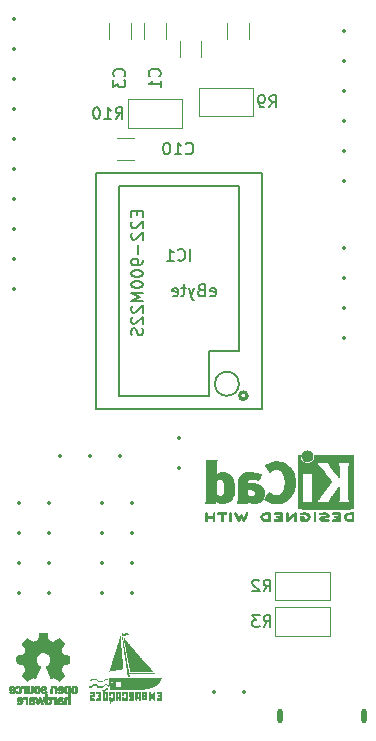
<source format=gbo>
%TF.GenerationSoftware,KiCad,Pcbnew,8.0.1*%
%TF.CreationDate,2024-03-25T00:20:22-03:00*%
%TF.ProjectId,estacao_metereologica_lora,65737461-6361-46f5-9f6d-65746572656f,rev?*%
%TF.SameCoordinates,Original*%
%TF.FileFunction,Legend,Bot*%
%TF.FilePolarity,Positive*%
%FSLAX46Y46*%
G04 Gerber Fmt 4.6, Leading zero omitted, Abs format (unit mm)*
G04 Created by KiCad (PCBNEW 8.0.1) date 2024-03-25 00:20:22*
%MOMM*%
%LPD*%
G01*
G04 APERTURE LIST*
%ADD10C,0.150000*%
%ADD11C,0.000000*%
%ADD12C,0.120000*%
%ADD13C,0.127000*%
%ADD14C,0.010000*%
%ADD15C,0.350000*%
%ADD16O,0.450000X1.250000*%
G04 APERTURE END LIST*
D10*
X106359580Y-61833333D02*
X106407200Y-61785714D01*
X106407200Y-61785714D02*
X106454819Y-61642857D01*
X106454819Y-61642857D02*
X106454819Y-61547619D01*
X106454819Y-61547619D02*
X106407200Y-61404762D01*
X106407200Y-61404762D02*
X106311961Y-61309524D01*
X106311961Y-61309524D02*
X106216723Y-61261905D01*
X106216723Y-61261905D02*
X106026247Y-61214286D01*
X106026247Y-61214286D02*
X105883390Y-61214286D01*
X105883390Y-61214286D02*
X105692914Y-61261905D01*
X105692914Y-61261905D02*
X105597676Y-61309524D01*
X105597676Y-61309524D02*
X105502438Y-61404762D01*
X105502438Y-61404762D02*
X105454819Y-61547619D01*
X105454819Y-61547619D02*
X105454819Y-61642857D01*
X105454819Y-61642857D02*
X105502438Y-61785714D01*
X105502438Y-61785714D02*
X105550057Y-61833333D01*
X106454819Y-62785714D02*
X106454819Y-62214286D01*
X106454819Y-62500000D02*
X105454819Y-62500000D01*
X105454819Y-62500000D02*
X105597676Y-62404762D01*
X105597676Y-62404762D02*
X105692914Y-62309524D01*
X105692914Y-62309524D02*
X105740533Y-62214286D01*
X108976189Y-77454819D02*
X108976189Y-76454819D01*
X107928571Y-77359580D02*
X107976190Y-77407200D01*
X107976190Y-77407200D02*
X108119047Y-77454819D01*
X108119047Y-77454819D02*
X108214285Y-77454819D01*
X108214285Y-77454819D02*
X108357142Y-77407200D01*
X108357142Y-77407200D02*
X108452380Y-77311961D01*
X108452380Y-77311961D02*
X108499999Y-77216723D01*
X108499999Y-77216723D02*
X108547618Y-77026247D01*
X108547618Y-77026247D02*
X108547618Y-76883390D01*
X108547618Y-76883390D02*
X108499999Y-76692914D01*
X108499999Y-76692914D02*
X108452380Y-76597676D01*
X108452380Y-76597676D02*
X108357142Y-76502438D01*
X108357142Y-76502438D02*
X108214285Y-76454819D01*
X108214285Y-76454819D02*
X108119047Y-76454819D01*
X108119047Y-76454819D02*
X107976190Y-76502438D01*
X107976190Y-76502438D02*
X107928571Y-76550057D01*
X106976190Y-77454819D02*
X107547618Y-77454819D01*
X107261904Y-77454819D02*
X107261904Y-76454819D01*
X107261904Y-76454819D02*
X107357142Y-76597676D01*
X107357142Y-76597676D02*
X107452380Y-76692914D01*
X107452380Y-76692914D02*
X107547618Y-76740533D01*
X104431009Y-73285714D02*
X104431009Y-73619047D01*
X104954819Y-73761904D02*
X104954819Y-73285714D01*
X104954819Y-73285714D02*
X103954819Y-73285714D01*
X103954819Y-73285714D02*
X103954819Y-73761904D01*
X104050057Y-74142857D02*
X104002438Y-74190476D01*
X104002438Y-74190476D02*
X103954819Y-74285714D01*
X103954819Y-74285714D02*
X103954819Y-74523809D01*
X103954819Y-74523809D02*
X104002438Y-74619047D01*
X104002438Y-74619047D02*
X104050057Y-74666666D01*
X104050057Y-74666666D02*
X104145295Y-74714285D01*
X104145295Y-74714285D02*
X104240533Y-74714285D01*
X104240533Y-74714285D02*
X104383390Y-74666666D01*
X104383390Y-74666666D02*
X104954819Y-74095238D01*
X104954819Y-74095238D02*
X104954819Y-74714285D01*
X104050057Y-75095238D02*
X104002438Y-75142857D01*
X104002438Y-75142857D02*
X103954819Y-75238095D01*
X103954819Y-75238095D02*
X103954819Y-75476190D01*
X103954819Y-75476190D02*
X104002438Y-75571428D01*
X104002438Y-75571428D02*
X104050057Y-75619047D01*
X104050057Y-75619047D02*
X104145295Y-75666666D01*
X104145295Y-75666666D02*
X104240533Y-75666666D01*
X104240533Y-75666666D02*
X104383390Y-75619047D01*
X104383390Y-75619047D02*
X104954819Y-75047619D01*
X104954819Y-75047619D02*
X104954819Y-75666666D01*
X104573866Y-76095238D02*
X104573866Y-76857143D01*
X104954819Y-77380952D02*
X104954819Y-77571428D01*
X104954819Y-77571428D02*
X104907200Y-77666666D01*
X104907200Y-77666666D02*
X104859580Y-77714285D01*
X104859580Y-77714285D02*
X104716723Y-77809523D01*
X104716723Y-77809523D02*
X104526247Y-77857142D01*
X104526247Y-77857142D02*
X104145295Y-77857142D01*
X104145295Y-77857142D02*
X104050057Y-77809523D01*
X104050057Y-77809523D02*
X104002438Y-77761904D01*
X104002438Y-77761904D02*
X103954819Y-77666666D01*
X103954819Y-77666666D02*
X103954819Y-77476190D01*
X103954819Y-77476190D02*
X104002438Y-77380952D01*
X104002438Y-77380952D02*
X104050057Y-77333333D01*
X104050057Y-77333333D02*
X104145295Y-77285714D01*
X104145295Y-77285714D02*
X104383390Y-77285714D01*
X104383390Y-77285714D02*
X104478628Y-77333333D01*
X104478628Y-77333333D02*
X104526247Y-77380952D01*
X104526247Y-77380952D02*
X104573866Y-77476190D01*
X104573866Y-77476190D02*
X104573866Y-77666666D01*
X104573866Y-77666666D02*
X104526247Y-77761904D01*
X104526247Y-77761904D02*
X104478628Y-77809523D01*
X104478628Y-77809523D02*
X104383390Y-77857142D01*
X103954819Y-78476190D02*
X103954819Y-78571428D01*
X103954819Y-78571428D02*
X104002438Y-78666666D01*
X104002438Y-78666666D02*
X104050057Y-78714285D01*
X104050057Y-78714285D02*
X104145295Y-78761904D01*
X104145295Y-78761904D02*
X104335771Y-78809523D01*
X104335771Y-78809523D02*
X104573866Y-78809523D01*
X104573866Y-78809523D02*
X104764342Y-78761904D01*
X104764342Y-78761904D02*
X104859580Y-78714285D01*
X104859580Y-78714285D02*
X104907200Y-78666666D01*
X104907200Y-78666666D02*
X104954819Y-78571428D01*
X104954819Y-78571428D02*
X104954819Y-78476190D01*
X104954819Y-78476190D02*
X104907200Y-78380952D01*
X104907200Y-78380952D02*
X104859580Y-78333333D01*
X104859580Y-78333333D02*
X104764342Y-78285714D01*
X104764342Y-78285714D02*
X104573866Y-78238095D01*
X104573866Y-78238095D02*
X104335771Y-78238095D01*
X104335771Y-78238095D02*
X104145295Y-78285714D01*
X104145295Y-78285714D02*
X104050057Y-78333333D01*
X104050057Y-78333333D02*
X104002438Y-78380952D01*
X104002438Y-78380952D02*
X103954819Y-78476190D01*
X103954819Y-79428571D02*
X103954819Y-79523809D01*
X103954819Y-79523809D02*
X104002438Y-79619047D01*
X104002438Y-79619047D02*
X104050057Y-79666666D01*
X104050057Y-79666666D02*
X104145295Y-79714285D01*
X104145295Y-79714285D02*
X104335771Y-79761904D01*
X104335771Y-79761904D02*
X104573866Y-79761904D01*
X104573866Y-79761904D02*
X104764342Y-79714285D01*
X104764342Y-79714285D02*
X104859580Y-79666666D01*
X104859580Y-79666666D02*
X104907200Y-79619047D01*
X104907200Y-79619047D02*
X104954819Y-79523809D01*
X104954819Y-79523809D02*
X104954819Y-79428571D01*
X104954819Y-79428571D02*
X104907200Y-79333333D01*
X104907200Y-79333333D02*
X104859580Y-79285714D01*
X104859580Y-79285714D02*
X104764342Y-79238095D01*
X104764342Y-79238095D02*
X104573866Y-79190476D01*
X104573866Y-79190476D02*
X104335771Y-79190476D01*
X104335771Y-79190476D02*
X104145295Y-79238095D01*
X104145295Y-79238095D02*
X104050057Y-79285714D01*
X104050057Y-79285714D02*
X104002438Y-79333333D01*
X104002438Y-79333333D02*
X103954819Y-79428571D01*
X104954819Y-80190476D02*
X103954819Y-80190476D01*
X103954819Y-80190476D02*
X104669104Y-80523809D01*
X104669104Y-80523809D02*
X103954819Y-80857142D01*
X103954819Y-80857142D02*
X104954819Y-80857142D01*
X104050057Y-81285714D02*
X104002438Y-81333333D01*
X104002438Y-81333333D02*
X103954819Y-81428571D01*
X103954819Y-81428571D02*
X103954819Y-81666666D01*
X103954819Y-81666666D02*
X104002438Y-81761904D01*
X104002438Y-81761904D02*
X104050057Y-81809523D01*
X104050057Y-81809523D02*
X104145295Y-81857142D01*
X104145295Y-81857142D02*
X104240533Y-81857142D01*
X104240533Y-81857142D02*
X104383390Y-81809523D01*
X104383390Y-81809523D02*
X104954819Y-81238095D01*
X104954819Y-81238095D02*
X104954819Y-81857142D01*
X104050057Y-82238095D02*
X104002438Y-82285714D01*
X104002438Y-82285714D02*
X103954819Y-82380952D01*
X103954819Y-82380952D02*
X103954819Y-82619047D01*
X103954819Y-82619047D02*
X104002438Y-82714285D01*
X104002438Y-82714285D02*
X104050057Y-82761904D01*
X104050057Y-82761904D02*
X104145295Y-82809523D01*
X104145295Y-82809523D02*
X104240533Y-82809523D01*
X104240533Y-82809523D02*
X104383390Y-82761904D01*
X104383390Y-82761904D02*
X104954819Y-82190476D01*
X104954819Y-82190476D02*
X104954819Y-82809523D01*
X104907200Y-83190476D02*
X104954819Y-83333333D01*
X104954819Y-83333333D02*
X104954819Y-83571428D01*
X104954819Y-83571428D02*
X104907200Y-83666666D01*
X104907200Y-83666666D02*
X104859580Y-83714285D01*
X104859580Y-83714285D02*
X104764342Y-83761904D01*
X104764342Y-83761904D02*
X104669104Y-83761904D01*
X104669104Y-83761904D02*
X104573866Y-83714285D01*
X104573866Y-83714285D02*
X104526247Y-83666666D01*
X104526247Y-83666666D02*
X104478628Y-83571428D01*
X104478628Y-83571428D02*
X104431009Y-83380952D01*
X104431009Y-83380952D02*
X104383390Y-83285714D01*
X104383390Y-83285714D02*
X104335771Y-83238095D01*
X104335771Y-83238095D02*
X104240533Y-83190476D01*
X104240533Y-83190476D02*
X104145295Y-83190476D01*
X104145295Y-83190476D02*
X104050057Y-83238095D01*
X104050057Y-83238095D02*
X104002438Y-83285714D01*
X104002438Y-83285714D02*
X103954819Y-83380952D01*
X103954819Y-83380952D02*
X103954819Y-83619047D01*
X103954819Y-83619047D02*
X104002438Y-83761904D01*
X110674762Y-80407200D02*
X110770000Y-80454819D01*
X110770000Y-80454819D02*
X110960476Y-80454819D01*
X110960476Y-80454819D02*
X111055714Y-80407200D01*
X111055714Y-80407200D02*
X111103333Y-80311961D01*
X111103333Y-80311961D02*
X111103333Y-79931009D01*
X111103333Y-79931009D02*
X111055714Y-79835771D01*
X111055714Y-79835771D02*
X110960476Y-79788152D01*
X110960476Y-79788152D02*
X110770000Y-79788152D01*
X110770000Y-79788152D02*
X110674762Y-79835771D01*
X110674762Y-79835771D02*
X110627143Y-79931009D01*
X110627143Y-79931009D02*
X110627143Y-80026247D01*
X110627143Y-80026247D02*
X111103333Y-80121485D01*
X109865238Y-79931009D02*
X109722381Y-79978628D01*
X109722381Y-79978628D02*
X109674762Y-80026247D01*
X109674762Y-80026247D02*
X109627143Y-80121485D01*
X109627143Y-80121485D02*
X109627143Y-80264342D01*
X109627143Y-80264342D02*
X109674762Y-80359580D01*
X109674762Y-80359580D02*
X109722381Y-80407200D01*
X109722381Y-80407200D02*
X109817619Y-80454819D01*
X109817619Y-80454819D02*
X110198571Y-80454819D01*
X110198571Y-80454819D02*
X110198571Y-79454819D01*
X110198571Y-79454819D02*
X109865238Y-79454819D01*
X109865238Y-79454819D02*
X109770000Y-79502438D01*
X109770000Y-79502438D02*
X109722381Y-79550057D01*
X109722381Y-79550057D02*
X109674762Y-79645295D01*
X109674762Y-79645295D02*
X109674762Y-79740533D01*
X109674762Y-79740533D02*
X109722381Y-79835771D01*
X109722381Y-79835771D02*
X109770000Y-79883390D01*
X109770000Y-79883390D02*
X109865238Y-79931009D01*
X109865238Y-79931009D02*
X110198571Y-79931009D01*
X109293809Y-79788152D02*
X109055714Y-80454819D01*
X108817619Y-79788152D02*
X109055714Y-80454819D01*
X109055714Y-80454819D02*
X109150952Y-80692914D01*
X109150952Y-80692914D02*
X109198571Y-80740533D01*
X109198571Y-80740533D02*
X109293809Y-80788152D01*
X108579523Y-79788152D02*
X108198571Y-79788152D01*
X108436666Y-79454819D02*
X108436666Y-80311961D01*
X108436666Y-80311961D02*
X108389047Y-80407200D01*
X108389047Y-80407200D02*
X108293809Y-80454819D01*
X108293809Y-80454819D02*
X108198571Y-80454819D01*
X107484285Y-80407200D02*
X107579523Y-80454819D01*
X107579523Y-80454819D02*
X107769999Y-80454819D01*
X107769999Y-80454819D02*
X107865237Y-80407200D01*
X107865237Y-80407200D02*
X107912856Y-80311961D01*
X107912856Y-80311961D02*
X107912856Y-79931009D01*
X107912856Y-79931009D02*
X107865237Y-79835771D01*
X107865237Y-79835771D02*
X107769999Y-79788152D01*
X107769999Y-79788152D02*
X107579523Y-79788152D01*
X107579523Y-79788152D02*
X107484285Y-79835771D01*
X107484285Y-79835771D02*
X107436666Y-79931009D01*
X107436666Y-79931009D02*
X107436666Y-80026247D01*
X107436666Y-80026247D02*
X107912856Y-80121485D01*
X115666666Y-64454819D02*
X115999999Y-63978628D01*
X116238094Y-64454819D02*
X116238094Y-63454819D01*
X116238094Y-63454819D02*
X115857142Y-63454819D01*
X115857142Y-63454819D02*
X115761904Y-63502438D01*
X115761904Y-63502438D02*
X115714285Y-63550057D01*
X115714285Y-63550057D02*
X115666666Y-63645295D01*
X115666666Y-63645295D02*
X115666666Y-63788152D01*
X115666666Y-63788152D02*
X115714285Y-63883390D01*
X115714285Y-63883390D02*
X115761904Y-63931009D01*
X115761904Y-63931009D02*
X115857142Y-63978628D01*
X115857142Y-63978628D02*
X116238094Y-63978628D01*
X115190475Y-64454819D02*
X114999999Y-64454819D01*
X114999999Y-64454819D02*
X114904761Y-64407200D01*
X114904761Y-64407200D02*
X114857142Y-64359580D01*
X114857142Y-64359580D02*
X114761904Y-64216723D01*
X114761904Y-64216723D02*
X114714285Y-64026247D01*
X114714285Y-64026247D02*
X114714285Y-63645295D01*
X114714285Y-63645295D02*
X114761904Y-63550057D01*
X114761904Y-63550057D02*
X114809523Y-63502438D01*
X114809523Y-63502438D02*
X114904761Y-63454819D01*
X114904761Y-63454819D02*
X115095237Y-63454819D01*
X115095237Y-63454819D02*
X115190475Y-63502438D01*
X115190475Y-63502438D02*
X115238094Y-63550057D01*
X115238094Y-63550057D02*
X115285713Y-63645295D01*
X115285713Y-63645295D02*
X115285713Y-63883390D01*
X115285713Y-63883390D02*
X115238094Y-63978628D01*
X115238094Y-63978628D02*
X115190475Y-64026247D01*
X115190475Y-64026247D02*
X115095237Y-64073866D01*
X115095237Y-64073866D02*
X114904761Y-64073866D01*
X114904761Y-64073866D02*
X114809523Y-64026247D01*
X114809523Y-64026247D02*
X114761904Y-63978628D01*
X114761904Y-63978628D02*
X114714285Y-63883390D01*
X115166666Y-108454819D02*
X115499999Y-107978628D01*
X115738094Y-108454819D02*
X115738094Y-107454819D01*
X115738094Y-107454819D02*
X115357142Y-107454819D01*
X115357142Y-107454819D02*
X115261904Y-107502438D01*
X115261904Y-107502438D02*
X115214285Y-107550057D01*
X115214285Y-107550057D02*
X115166666Y-107645295D01*
X115166666Y-107645295D02*
X115166666Y-107788152D01*
X115166666Y-107788152D02*
X115214285Y-107883390D01*
X115214285Y-107883390D02*
X115261904Y-107931009D01*
X115261904Y-107931009D02*
X115357142Y-107978628D01*
X115357142Y-107978628D02*
X115738094Y-107978628D01*
X114833332Y-107454819D02*
X114214285Y-107454819D01*
X114214285Y-107454819D02*
X114547618Y-107835771D01*
X114547618Y-107835771D02*
X114404761Y-107835771D01*
X114404761Y-107835771D02*
X114309523Y-107883390D01*
X114309523Y-107883390D02*
X114261904Y-107931009D01*
X114261904Y-107931009D02*
X114214285Y-108026247D01*
X114214285Y-108026247D02*
X114214285Y-108264342D01*
X114214285Y-108264342D02*
X114261904Y-108359580D01*
X114261904Y-108359580D02*
X114309523Y-108407200D01*
X114309523Y-108407200D02*
X114404761Y-108454819D01*
X114404761Y-108454819D02*
X114690475Y-108454819D01*
X114690475Y-108454819D02*
X114785713Y-108407200D01*
X114785713Y-108407200D02*
X114833332Y-108359580D01*
X108592857Y-68359580D02*
X108640476Y-68407200D01*
X108640476Y-68407200D02*
X108783333Y-68454819D01*
X108783333Y-68454819D02*
X108878571Y-68454819D01*
X108878571Y-68454819D02*
X109021428Y-68407200D01*
X109021428Y-68407200D02*
X109116666Y-68311961D01*
X109116666Y-68311961D02*
X109164285Y-68216723D01*
X109164285Y-68216723D02*
X109211904Y-68026247D01*
X109211904Y-68026247D02*
X109211904Y-67883390D01*
X109211904Y-67883390D02*
X109164285Y-67692914D01*
X109164285Y-67692914D02*
X109116666Y-67597676D01*
X109116666Y-67597676D02*
X109021428Y-67502438D01*
X109021428Y-67502438D02*
X108878571Y-67454819D01*
X108878571Y-67454819D02*
X108783333Y-67454819D01*
X108783333Y-67454819D02*
X108640476Y-67502438D01*
X108640476Y-67502438D02*
X108592857Y-67550057D01*
X107640476Y-68454819D02*
X108211904Y-68454819D01*
X107926190Y-68454819D02*
X107926190Y-67454819D01*
X107926190Y-67454819D02*
X108021428Y-67597676D01*
X108021428Y-67597676D02*
X108116666Y-67692914D01*
X108116666Y-67692914D02*
X108211904Y-67740533D01*
X107021428Y-67454819D02*
X106926190Y-67454819D01*
X106926190Y-67454819D02*
X106830952Y-67502438D01*
X106830952Y-67502438D02*
X106783333Y-67550057D01*
X106783333Y-67550057D02*
X106735714Y-67645295D01*
X106735714Y-67645295D02*
X106688095Y-67835771D01*
X106688095Y-67835771D02*
X106688095Y-68073866D01*
X106688095Y-68073866D02*
X106735714Y-68264342D01*
X106735714Y-68264342D02*
X106783333Y-68359580D01*
X106783333Y-68359580D02*
X106830952Y-68407200D01*
X106830952Y-68407200D02*
X106926190Y-68454819D01*
X106926190Y-68454819D02*
X107021428Y-68454819D01*
X107021428Y-68454819D02*
X107116666Y-68407200D01*
X107116666Y-68407200D02*
X107164285Y-68359580D01*
X107164285Y-68359580D02*
X107211904Y-68264342D01*
X107211904Y-68264342D02*
X107259523Y-68073866D01*
X107259523Y-68073866D02*
X107259523Y-67835771D01*
X107259523Y-67835771D02*
X107211904Y-67645295D01*
X107211904Y-67645295D02*
X107164285Y-67550057D01*
X107164285Y-67550057D02*
X107116666Y-67502438D01*
X107116666Y-67502438D02*
X107021428Y-67454819D01*
X115166666Y-105454819D02*
X115499999Y-104978628D01*
X115738094Y-105454819D02*
X115738094Y-104454819D01*
X115738094Y-104454819D02*
X115357142Y-104454819D01*
X115357142Y-104454819D02*
X115261904Y-104502438D01*
X115261904Y-104502438D02*
X115214285Y-104550057D01*
X115214285Y-104550057D02*
X115166666Y-104645295D01*
X115166666Y-104645295D02*
X115166666Y-104788152D01*
X115166666Y-104788152D02*
X115214285Y-104883390D01*
X115214285Y-104883390D02*
X115261904Y-104931009D01*
X115261904Y-104931009D02*
X115357142Y-104978628D01*
X115357142Y-104978628D02*
X115738094Y-104978628D01*
X114785713Y-104550057D02*
X114738094Y-104502438D01*
X114738094Y-104502438D02*
X114642856Y-104454819D01*
X114642856Y-104454819D02*
X114404761Y-104454819D01*
X114404761Y-104454819D02*
X114309523Y-104502438D01*
X114309523Y-104502438D02*
X114261904Y-104550057D01*
X114261904Y-104550057D02*
X114214285Y-104645295D01*
X114214285Y-104645295D02*
X114214285Y-104740533D01*
X114214285Y-104740533D02*
X114261904Y-104883390D01*
X114261904Y-104883390D02*
X114833332Y-105454819D01*
X114833332Y-105454819D02*
X114214285Y-105454819D01*
X102642857Y-65454819D02*
X102976190Y-64978628D01*
X103214285Y-65454819D02*
X103214285Y-64454819D01*
X103214285Y-64454819D02*
X102833333Y-64454819D01*
X102833333Y-64454819D02*
X102738095Y-64502438D01*
X102738095Y-64502438D02*
X102690476Y-64550057D01*
X102690476Y-64550057D02*
X102642857Y-64645295D01*
X102642857Y-64645295D02*
X102642857Y-64788152D01*
X102642857Y-64788152D02*
X102690476Y-64883390D01*
X102690476Y-64883390D02*
X102738095Y-64931009D01*
X102738095Y-64931009D02*
X102833333Y-64978628D01*
X102833333Y-64978628D02*
X103214285Y-64978628D01*
X101690476Y-65454819D02*
X102261904Y-65454819D01*
X101976190Y-65454819D02*
X101976190Y-64454819D01*
X101976190Y-64454819D02*
X102071428Y-64597676D01*
X102071428Y-64597676D02*
X102166666Y-64692914D01*
X102166666Y-64692914D02*
X102261904Y-64740533D01*
X101071428Y-64454819D02*
X100976190Y-64454819D01*
X100976190Y-64454819D02*
X100880952Y-64502438D01*
X100880952Y-64502438D02*
X100833333Y-64550057D01*
X100833333Y-64550057D02*
X100785714Y-64645295D01*
X100785714Y-64645295D02*
X100738095Y-64835771D01*
X100738095Y-64835771D02*
X100738095Y-65073866D01*
X100738095Y-65073866D02*
X100785714Y-65264342D01*
X100785714Y-65264342D02*
X100833333Y-65359580D01*
X100833333Y-65359580D02*
X100880952Y-65407200D01*
X100880952Y-65407200D02*
X100976190Y-65454819D01*
X100976190Y-65454819D02*
X101071428Y-65454819D01*
X101071428Y-65454819D02*
X101166666Y-65407200D01*
X101166666Y-65407200D02*
X101214285Y-65359580D01*
X101214285Y-65359580D02*
X101261904Y-65264342D01*
X101261904Y-65264342D02*
X101309523Y-65073866D01*
X101309523Y-65073866D02*
X101309523Y-64835771D01*
X101309523Y-64835771D02*
X101261904Y-64645295D01*
X101261904Y-64645295D02*
X101214285Y-64550057D01*
X101214285Y-64550057D02*
X101166666Y-64502438D01*
X101166666Y-64502438D02*
X101071428Y-64454819D01*
X103359580Y-61833333D02*
X103407200Y-61785714D01*
X103407200Y-61785714D02*
X103454819Y-61642857D01*
X103454819Y-61642857D02*
X103454819Y-61547619D01*
X103454819Y-61547619D02*
X103407200Y-61404762D01*
X103407200Y-61404762D02*
X103311961Y-61309524D01*
X103311961Y-61309524D02*
X103216723Y-61261905D01*
X103216723Y-61261905D02*
X103026247Y-61214286D01*
X103026247Y-61214286D02*
X102883390Y-61214286D01*
X102883390Y-61214286D02*
X102692914Y-61261905D01*
X102692914Y-61261905D02*
X102597676Y-61309524D01*
X102597676Y-61309524D02*
X102502438Y-61404762D01*
X102502438Y-61404762D02*
X102454819Y-61547619D01*
X102454819Y-61547619D02*
X102454819Y-61642857D01*
X102454819Y-61642857D02*
X102502438Y-61785714D01*
X102502438Y-61785714D02*
X102550057Y-61833333D01*
X102454819Y-62166667D02*
X102454819Y-62785714D01*
X102454819Y-62785714D02*
X102835771Y-62452381D01*
X102835771Y-62452381D02*
X102835771Y-62595238D01*
X102835771Y-62595238D02*
X102883390Y-62690476D01*
X102883390Y-62690476D02*
X102931009Y-62738095D01*
X102931009Y-62738095D02*
X103026247Y-62785714D01*
X103026247Y-62785714D02*
X103264342Y-62785714D01*
X103264342Y-62785714D02*
X103359580Y-62738095D01*
X103359580Y-62738095D02*
X103407200Y-62690476D01*
X103407200Y-62690476D02*
X103454819Y-62595238D01*
X103454819Y-62595238D02*
X103454819Y-62309524D01*
X103454819Y-62309524D02*
X103407200Y-62214286D01*
X103407200Y-62214286D02*
X103359580Y-62166667D01*
D11*
%TO.C,*%
G36*
X102036409Y-112900048D02*
G01*
X102036409Y-112952753D01*
X101884382Y-112952753D01*
X101732356Y-112952753D01*
X101658675Y-113018635D01*
X101645860Y-113030097D01*
X101624790Y-113048958D01*
X101605431Y-113066307D01*
X101588867Y-113081171D01*
X101576181Y-113092578D01*
X101568458Y-113099554D01*
X101551923Y-113114592D01*
X101397861Y-113114693D01*
X101243799Y-113114795D01*
X101171270Y-113037828D01*
X101098742Y-112960862D01*
X100868975Y-112960862D01*
X100639208Y-112960862D01*
X100557653Y-112999378D01*
X100546370Y-113004695D01*
X100523664Y-113015325D01*
X100503960Y-113024455D01*
X100488336Y-113031590D01*
X100477874Y-113036235D01*
X100473655Y-113037893D01*
X100473588Y-113037875D01*
X100472761Y-113033587D01*
X100472252Y-113022851D01*
X100472101Y-113007215D01*
X100472349Y-112988228D01*
X100473488Y-112938563D01*
X100554573Y-112897196D01*
X100635658Y-112855828D01*
X100867276Y-112855639D01*
X101098893Y-112855451D01*
X101171346Y-112932298D01*
X101243799Y-113009145D01*
X101397861Y-113009137D01*
X101551923Y-113009130D01*
X101641117Y-112928428D01*
X101730311Y-112847726D01*
X101883360Y-112847534D01*
X102036409Y-112847342D01*
X102036409Y-112900048D01*
G37*
G36*
X101856186Y-113282969D02*
G01*
X101952466Y-113285946D01*
X102010443Y-113337267D01*
X102068420Y-113388587D01*
X102068555Y-113449401D01*
X102068689Y-113510216D01*
X102012009Y-113452919D01*
X101955328Y-113395621D01*
X101858934Y-113392670D01*
X101762539Y-113389718D01*
X101665340Y-113503553D01*
X101568140Y-113617389D01*
X101377590Y-113617498D01*
X101187039Y-113617608D01*
X101110226Y-113546681D01*
X101033414Y-113475754D01*
X100879735Y-113475754D01*
X100726056Y-113475754D01*
X100649848Y-113546704D01*
X100573641Y-113617654D01*
X100498225Y-113617654D01*
X100422809Y-113617654D01*
X100422809Y-113546704D01*
X100422809Y-113475754D01*
X100498827Y-113475628D01*
X100574844Y-113475501D01*
X100650939Y-113404678D01*
X100727033Y-113333855D01*
X100880005Y-113333893D01*
X101032977Y-113333932D01*
X101109722Y-113404843D01*
X101126682Y-113420502D01*
X101146381Y-113438572D01*
X101161563Y-113452200D01*
X101173073Y-113462012D01*
X101181751Y-113468637D01*
X101188440Y-113472702D01*
X101193983Y-113474835D01*
X101199221Y-113475662D01*
X101204998Y-113475811D01*
X101206921Y-113475827D01*
X101217555Y-113476001D01*
X101234978Y-113476347D01*
X101258211Y-113476844D01*
X101286277Y-113477469D01*
X101318197Y-113478201D01*
X101352994Y-113479018D01*
X101389689Y-113479899D01*
X101555851Y-113483931D01*
X101657879Y-113381962D01*
X101759907Y-113279993D01*
X101856186Y-113282969D01*
G37*
G36*
X101929370Y-113662452D02*
G01*
X101955142Y-113663011D01*
X101975446Y-113663888D01*
X101989403Y-113665046D01*
X101996132Y-113666448D01*
X101997496Y-113667257D01*
X102000049Y-113669831D01*
X102001829Y-113674354D01*
X102002974Y-113682060D01*
X102003622Y-113694180D01*
X102003909Y-113711945D01*
X102003974Y-113736586D01*
X102003959Y-113744377D01*
X102003580Y-113770880D01*
X102002668Y-113789895D01*
X102001189Y-113801904D01*
X101999109Y-113807393D01*
X101998880Y-113807595D01*
X101993629Y-113809358D01*
X101982605Y-113810674D01*
X101965225Y-113811575D01*
X101940908Y-113812093D01*
X101909070Y-113812259D01*
X101823897Y-113812259D01*
X101764637Y-113871046D01*
X101705377Y-113929832D01*
X101615207Y-113929832D01*
X101614319Y-113929832D01*
X101583958Y-113929631D01*
X101558186Y-113929073D01*
X101537882Y-113928196D01*
X101523925Y-113927037D01*
X101517196Y-113925636D01*
X101515832Y-113924826D01*
X101513279Y-113922252D01*
X101511499Y-113917729D01*
X101510354Y-113910023D01*
X101509706Y-113897903D01*
X101509419Y-113880138D01*
X101509354Y-113855497D01*
X101509369Y-113847706D01*
X101509748Y-113821203D01*
X101510660Y-113802188D01*
X101512139Y-113790179D01*
X101514219Y-113784690D01*
X101514448Y-113784488D01*
X101519699Y-113782725D01*
X101530723Y-113781409D01*
X101548103Y-113780508D01*
X101572420Y-113779990D01*
X101604258Y-113779824D01*
X101689431Y-113779824D01*
X101748691Y-113721038D01*
X101807951Y-113662251D01*
X101898121Y-113662251D01*
X101899009Y-113662251D01*
X101929370Y-113662452D01*
G37*
G36*
X103216915Y-108972979D02*
G01*
X103229453Y-108978788D01*
X103246052Y-108990293D01*
X103279870Y-109012200D01*
X103314017Y-109027055D01*
X103347589Y-109034459D01*
X103379928Y-109034194D01*
X103385214Y-109033351D01*
X103399858Y-109030487D01*
X103419398Y-109026259D01*
X103441927Y-109021087D01*
X103465539Y-109015388D01*
X103510043Y-109005721D01*
X103552695Y-108999889D01*
X103591788Y-108998780D01*
X103628933Y-109002454D01*
X103665739Y-109010973D01*
X103703817Y-109024397D01*
X103726053Y-109034158D01*
X103750151Y-109046370D01*
X103772394Y-109059240D01*
X103791657Y-109072015D01*
X103806811Y-109083942D01*
X103816730Y-109094268D01*
X103820287Y-109102240D01*
X103818279Y-109108906D01*
X103812776Y-109117684D01*
X103805264Y-109126960D01*
X103752463Y-109121731D01*
X103746468Y-109121159D01*
X103704924Y-109118739D01*
X103667673Y-109119861D01*
X103633124Y-109124965D01*
X103599684Y-109134489D01*
X103565762Y-109148871D01*
X103529767Y-109168550D01*
X103490105Y-109193963D01*
X103482589Y-109199033D01*
X103457953Y-109215356D01*
X103438186Y-109227794D01*
X103421969Y-109237065D01*
X103407980Y-109243886D01*
X103394901Y-109248975D01*
X103381410Y-109253049D01*
X103378426Y-109253819D01*
X103344017Y-109258454D01*
X103306446Y-109256465D01*
X103266877Y-109248000D01*
X103226475Y-109233209D01*
X103225755Y-109232891D01*
X103214770Y-109228153D01*
X103206130Y-109224083D01*
X103199554Y-109219704D01*
X103194762Y-109214043D01*
X103191475Y-109206123D01*
X103189414Y-109194971D01*
X103188297Y-109179612D01*
X103187846Y-109159071D01*
X103187781Y-109132372D01*
X103187821Y-109098542D01*
X103187829Y-109078268D01*
X103187905Y-109049634D01*
X103188118Y-109027581D01*
X103188533Y-109011146D01*
X103189215Y-108999368D01*
X103190230Y-108991283D01*
X103191644Y-108985930D01*
X103193522Y-108982346D01*
X103195930Y-108979569D01*
X103198434Y-108977253D01*
X103207042Y-108972567D01*
X103216915Y-108972979D01*
G37*
G36*
X101998929Y-114328736D02*
G01*
X101999086Y-114392687D01*
X101999166Y-114452498D01*
X101999154Y-114504807D01*
X101999047Y-114549926D01*
X101998842Y-114588166D01*
X101998537Y-114619838D01*
X101998128Y-114645254D01*
X101997612Y-114664725D01*
X101996986Y-114678562D01*
X101996247Y-114687076D01*
X101995392Y-114690579D01*
X101995352Y-114690625D01*
X101992986Y-114691866D01*
X101987877Y-114692913D01*
X101979429Y-114693780D01*
X101967046Y-114694483D01*
X101950132Y-114695036D01*
X101928091Y-114695456D01*
X101900326Y-114695755D01*
X101866242Y-114695951D01*
X101825241Y-114696057D01*
X101776729Y-114696089D01*
X101776568Y-114696089D01*
X101728947Y-114696068D01*
X101688786Y-114695991D01*
X101655437Y-114695840D01*
X101628254Y-114695596D01*
X101606590Y-114695240D01*
X101589797Y-114694754D01*
X101577230Y-114694120D01*
X101568240Y-114693318D01*
X101562180Y-114692329D01*
X101558405Y-114691136D01*
X101556267Y-114689718D01*
X101555968Y-114689382D01*
X101554878Y-114687304D01*
X101553926Y-114683646D01*
X101553101Y-114677906D01*
X101552395Y-114669581D01*
X101551799Y-114658171D01*
X101551304Y-114643171D01*
X101550900Y-114624081D01*
X101550580Y-114600397D01*
X101550334Y-114571618D01*
X101550152Y-114537242D01*
X101550104Y-114521756D01*
X101724230Y-114521756D01*
X101774908Y-114521756D01*
X101825587Y-114521756D01*
X101825587Y-114333232D01*
X101825587Y-114144709D01*
X101774908Y-114144709D01*
X101724230Y-114144709D01*
X101724230Y-114333232D01*
X101724230Y-114521756D01*
X101550104Y-114521756D01*
X101550027Y-114496766D01*
X101549948Y-114449688D01*
X101549908Y-114395506D01*
X101549896Y-114333718D01*
X101549896Y-114331827D01*
X101549922Y-114267858D01*
X101549999Y-114211560D01*
X101550134Y-114162511D01*
X101550334Y-114120284D01*
X101550604Y-114084457D01*
X101550950Y-114054604D01*
X101551378Y-114030302D01*
X101551895Y-114011125D01*
X101552505Y-113996649D01*
X101553217Y-113986450D01*
X101554034Y-113980104D01*
X101554964Y-113977186D01*
X101555981Y-113976098D01*
X101558332Y-113974764D01*
X101562327Y-113973661D01*
X101568614Y-113972772D01*
X101577839Y-113972080D01*
X101590648Y-113971568D01*
X101607687Y-113971220D01*
X101629604Y-113971019D01*
X101657043Y-113970947D01*
X101690652Y-113970989D01*
X101731076Y-113971126D01*
X101778962Y-113971343D01*
X101997893Y-113972402D01*
X101998394Y-114144709D01*
X101998929Y-114328736D01*
G37*
G36*
X104221479Y-114163881D02*
G01*
X104221584Y-114211907D01*
X104221642Y-114267104D01*
X104221660Y-114329941D01*
X104221658Y-114345648D01*
X104221588Y-114416084D01*
X104221419Y-114478417D01*
X104221151Y-114532652D01*
X104220784Y-114578793D01*
X104220318Y-114616845D01*
X104219753Y-114646812D01*
X104219089Y-114668698D01*
X104218326Y-114682509D01*
X104217463Y-114688247D01*
X104217327Y-114688498D01*
X104215332Y-114691153D01*
X104211958Y-114693107D01*
X104206085Y-114694465D01*
X104196590Y-114695336D01*
X104182353Y-114695826D01*
X104162250Y-114696041D01*
X104135161Y-114696089D01*
X104109934Y-114695967D01*
X104085440Y-114695457D01*
X104068027Y-114694518D01*
X104057133Y-114693119D01*
X104052192Y-114691224D01*
X104050801Y-114687979D01*
X104049468Y-114679283D01*
X104048460Y-114664788D01*
X104047752Y-114643918D01*
X104047317Y-114616096D01*
X104047129Y-114580745D01*
X104046931Y-114475132D01*
X103991383Y-114584597D01*
X103935834Y-114694062D01*
X103859328Y-114695167D01*
X103850688Y-114695285D01*
X103823791Y-114695469D01*
X103803741Y-114695130D01*
X103789550Y-114694089D01*
X103780232Y-114692169D01*
X103774798Y-114689191D01*
X103772262Y-114684978D01*
X103771636Y-114679351D01*
X103772782Y-114675609D01*
X103777186Y-114665126D01*
X103784502Y-114649013D01*
X103794309Y-114628161D01*
X103806189Y-114603458D01*
X103819722Y-114575793D01*
X103834490Y-114546056D01*
X103897344Y-114420399D01*
X103841346Y-114420399D01*
X103821052Y-114420217D01*
X103799643Y-114419347D01*
X103785583Y-114417730D01*
X103778447Y-114415331D01*
X103777359Y-114414314D01*
X103776025Y-114411964D01*
X103774922Y-114407968D01*
X103774033Y-114401681D01*
X103773341Y-114392456D01*
X103772829Y-114379647D01*
X103772481Y-114362608D01*
X103772280Y-114340692D01*
X103772208Y-114313252D01*
X103772250Y-114279644D01*
X103772378Y-114242011D01*
X103945970Y-114242011D01*
X103996648Y-114242011D01*
X104047326Y-114242011D01*
X104047326Y-114193360D01*
X104047326Y-114144709D01*
X103996648Y-114144709D01*
X103945970Y-114144709D01*
X103945970Y-114193360D01*
X103945970Y-114242011D01*
X103772378Y-114242011D01*
X103772387Y-114239219D01*
X103772604Y-114191333D01*
X103773663Y-113972402D01*
X103992136Y-113971353D01*
X104015381Y-113971251D01*
X104064292Y-113971120D01*
X104105638Y-113971145D01*
X104139799Y-113971330D01*
X104167155Y-113971683D01*
X104188087Y-113972210D01*
X104202974Y-113972916D01*
X104212196Y-113973807D01*
X104216134Y-113974890D01*
X104216200Y-113974949D01*
X104217183Y-113977036D01*
X104218045Y-113981608D01*
X104218794Y-113989133D01*
X104219437Y-114000081D01*
X104219981Y-114014920D01*
X104220434Y-114034119D01*
X104220803Y-114058145D01*
X104221095Y-114087469D01*
X104221318Y-114122558D01*
X104221404Y-114144709D01*
X104221479Y-114163881D01*
G37*
G36*
X105937684Y-113971305D02*
G01*
X106019729Y-113972402D01*
X106020764Y-114328736D01*
X106020922Y-114392687D01*
X106021001Y-114452498D01*
X106020989Y-114504807D01*
X106020882Y-114549926D01*
X106020678Y-114588166D01*
X106020372Y-114619838D01*
X106019963Y-114645254D01*
X106019447Y-114664725D01*
X106018821Y-114678562D01*
X106018082Y-114687076D01*
X106017227Y-114690579D01*
X106016621Y-114691060D01*
X106009420Y-114692962D01*
X105996051Y-114694462D01*
X105978092Y-114695553D01*
X105957119Y-114696230D01*
X105934710Y-114696485D01*
X105912443Y-114696313D01*
X105891895Y-114695707D01*
X105874644Y-114694662D01*
X105862267Y-114693169D01*
X105856342Y-114691224D01*
X105855187Y-114688268D01*
X105854110Y-114680693D01*
X105853229Y-114668098D01*
X105852530Y-114649970D01*
X105851998Y-114625793D01*
X105851618Y-114595053D01*
X105851376Y-114557234D01*
X105851258Y-114511823D01*
X105851039Y-114337287D01*
X105796670Y-114445419D01*
X105783913Y-114470677D01*
X105769644Y-114498435D01*
X105758108Y-114520017D01*
X105748863Y-114536071D01*
X105741471Y-114547246D01*
X105735491Y-114554192D01*
X105730483Y-114557558D01*
X105726008Y-114557993D01*
X105721624Y-114556146D01*
X105721081Y-114555551D01*
X105717190Y-114549239D01*
X105710335Y-114536882D01*
X105701004Y-114519401D01*
X105689683Y-114497714D01*
X105676859Y-114472742D01*
X105663020Y-114445405D01*
X105608657Y-114337287D01*
X105608439Y-114508846D01*
X105608361Y-114538650D01*
X105608081Y-114581302D01*
X105607615Y-114617237D01*
X105606969Y-114646178D01*
X105606150Y-114667845D01*
X105605166Y-114681961D01*
X105604023Y-114688247D01*
X105603831Y-114688599D01*
X105601816Y-114691220D01*
X105598391Y-114693147D01*
X105592441Y-114694488D01*
X105582849Y-114695347D01*
X105568498Y-114695830D01*
X105548272Y-114696042D01*
X105521053Y-114696089D01*
X105517517Y-114696089D01*
X105491164Y-114696028D01*
X105471673Y-114695790D01*
X105457928Y-114695269D01*
X105448814Y-114694360D01*
X105443212Y-114692957D01*
X105440008Y-114690955D01*
X105438084Y-114688247D01*
X105437896Y-114687717D01*
X105437054Y-114680295D01*
X105436311Y-114664801D01*
X105435667Y-114641230D01*
X105435123Y-114609578D01*
X105434678Y-114569840D01*
X105434332Y-114522012D01*
X105434084Y-114466089D01*
X105433936Y-114402067D01*
X105433887Y-114329941D01*
X105433887Y-114318368D01*
X105433911Y-114257022D01*
X105433975Y-114203229D01*
X105434086Y-114156517D01*
X105434254Y-114116412D01*
X105434484Y-114082442D01*
X105434784Y-114054135D01*
X105435162Y-114031018D01*
X105435625Y-114012618D01*
X105436180Y-113998463D01*
X105436836Y-113988080D01*
X105437599Y-113980996D01*
X105438477Y-113976739D01*
X105439477Y-113974837D01*
X105442221Y-113973659D01*
X105451897Y-113972227D01*
X105468407Y-113971369D01*
X105492169Y-113971065D01*
X105523604Y-113971299D01*
X105602139Y-113972402D01*
X105665508Y-114098017D01*
X105728876Y-114223633D01*
X105792258Y-114096920D01*
X105855640Y-113970208D01*
X105937684Y-113971305D01*
G37*
G36*
X104776896Y-114198916D02*
G01*
X104777045Y-114262757D01*
X104777095Y-114334703D01*
X104777094Y-114349779D01*
X104777077Y-114409659D01*
X104777028Y-114462051D01*
X104776939Y-114507457D01*
X104776801Y-114546380D01*
X104776604Y-114579324D01*
X104776341Y-114606791D01*
X104776001Y-114629285D01*
X104775575Y-114647307D01*
X104775055Y-114661362D01*
X104774432Y-114671951D01*
X104773696Y-114679579D01*
X104772839Y-114684747D01*
X104771851Y-114687959D01*
X104770724Y-114689718D01*
X104770454Y-114689978D01*
X104766806Y-114692206D01*
X104760639Y-114693835D01*
X104750834Y-114694951D01*
X104736275Y-114695641D01*
X104715843Y-114695992D01*
X104688422Y-114696089D01*
X104666170Y-114695990D01*
X104641366Y-114695497D01*
X104623711Y-114694561D01*
X104612650Y-114693148D01*
X104607626Y-114691224D01*
X104607257Y-114690772D01*
X104605241Y-114684175D01*
X104603842Y-114670872D01*
X104603026Y-114650402D01*
X104602761Y-114622302D01*
X104602761Y-114558244D01*
X104550056Y-114558244D01*
X104497350Y-114558244D01*
X104497350Y-114622302D01*
X104497344Y-114627179D01*
X104496996Y-114654065D01*
X104496092Y-114673393D01*
X104494599Y-114685626D01*
X104492485Y-114691224D01*
X104492023Y-114691545D01*
X104485147Y-114693098D01*
X104472032Y-114694342D01*
X104454248Y-114695268D01*
X104433369Y-114695868D01*
X104410966Y-114696132D01*
X104388612Y-114696053D01*
X104367878Y-114695621D01*
X104350338Y-114694828D01*
X104337563Y-114693664D01*
X104331125Y-114692122D01*
X104330174Y-114690947D01*
X104329204Y-114687981D01*
X104328352Y-114682813D01*
X104327609Y-114674952D01*
X104326965Y-114663905D01*
X104326410Y-114649181D01*
X104325933Y-114630286D01*
X104325526Y-114606728D01*
X104325177Y-114578015D01*
X104324877Y-114543656D01*
X104324616Y-114503157D01*
X104324383Y-114456026D01*
X104324169Y-114401771D01*
X104324110Y-114383911D01*
X104501405Y-114383911D01*
X104550056Y-114383911D01*
X104598707Y-114383911D01*
X104598707Y-114264310D01*
X104598707Y-114144709D01*
X104550056Y-114144709D01*
X104501405Y-114144709D01*
X104501405Y-114264310D01*
X104501405Y-114383911D01*
X104324110Y-114383911D01*
X104323964Y-114339900D01*
X104323868Y-114304733D01*
X104323766Y-114240768D01*
X104323778Y-114183343D01*
X104323901Y-114132654D01*
X104324135Y-114088896D01*
X104324478Y-114052267D01*
X104324928Y-114022961D01*
X104325484Y-114001176D01*
X104326143Y-113987106D01*
X104326904Y-113980949D01*
X104330925Y-113970375D01*
X104549813Y-113970375D01*
X104566486Y-113970376D01*
X104611634Y-113970392D01*
X104649538Y-113970449D01*
X104680846Y-113970568D01*
X104706208Y-113970772D01*
X104726272Y-113971084D01*
X104741687Y-113971528D01*
X104753103Y-113972125D01*
X104761167Y-113972899D01*
X104766530Y-113973872D01*
X104769841Y-113975068D01*
X104771747Y-113976509D01*
X104772898Y-113978217D01*
X104773062Y-113978658D01*
X104773909Y-113985866D01*
X104774656Y-114001154D01*
X104775303Y-114024525D01*
X104775851Y-114055984D01*
X104776299Y-114095533D01*
X104776647Y-114143176D01*
X104776654Y-114144709D01*
X104776896Y-114198916D01*
G37*
G36*
X106304439Y-113971158D02*
G01*
X106356691Y-113971353D01*
X106575164Y-113972402D01*
X106576199Y-114328736D01*
X106576357Y-114392687D01*
X106576436Y-114452498D01*
X106576424Y-114504807D01*
X106576317Y-114549926D01*
X106576113Y-114588166D01*
X106575807Y-114619838D01*
X106575398Y-114645254D01*
X106574882Y-114664725D01*
X106574256Y-114678562D01*
X106573517Y-114687076D01*
X106572662Y-114690579D01*
X106572554Y-114690698D01*
X106570061Y-114691922D01*
X106564799Y-114692955D01*
X106556175Y-114693810D01*
X106543594Y-114694504D01*
X106526466Y-114695050D01*
X106504195Y-114695464D01*
X106476188Y-114695760D01*
X106441853Y-114695953D01*
X106400597Y-114696058D01*
X106351825Y-114696089D01*
X106339037Y-114696089D01*
X106293611Y-114696074D01*
X106255474Y-114696021D01*
X106223974Y-114695905D01*
X106198457Y-114695705D01*
X106178270Y-114695396D01*
X106162761Y-114694955D01*
X106151277Y-114694360D01*
X106143164Y-114693586D01*
X106137769Y-114692612D01*
X106134439Y-114691412D01*
X106132522Y-114689965D01*
X106131364Y-114688247D01*
X106130423Y-114684915D01*
X106129096Y-114673716D01*
X106128068Y-114656419D01*
X106127403Y-114634265D01*
X106127167Y-114608495D01*
X106127167Y-114607023D01*
X106127276Y-114580877D01*
X106127654Y-114561589D01*
X106128403Y-114547966D01*
X106129622Y-114538817D01*
X106131413Y-114532948D01*
X106133877Y-114529170D01*
X106134265Y-114528755D01*
X106136713Y-114526802D01*
X106140429Y-114525249D01*
X106146266Y-114524051D01*
X106155082Y-114523161D01*
X106167729Y-114522534D01*
X106185065Y-114522126D01*
X106207943Y-114521890D01*
X106237219Y-114521782D01*
X106273749Y-114521756D01*
X106406911Y-114521756D01*
X106406911Y-114471077D01*
X106406911Y-114420399D01*
X106344070Y-114420399D01*
X106326582Y-114420455D01*
X106304947Y-114420314D01*
X106289058Y-114419020D01*
X106278035Y-114415581D01*
X106270994Y-114409006D01*
X106267054Y-114398301D01*
X106265331Y-114382476D01*
X106264945Y-114360538D01*
X106265012Y-114331495D01*
X106265103Y-114306188D01*
X106265459Y-114285939D01*
X106266173Y-114271582D01*
X106267337Y-114261975D01*
X106269043Y-114255974D01*
X106271383Y-114252436D01*
X106273054Y-114251080D01*
X106278012Y-114248985D01*
X106286217Y-114247544D01*
X106298882Y-114246650D01*
X106317223Y-114246193D01*
X106342454Y-114246065D01*
X106407154Y-114246065D01*
X106406019Y-114194374D01*
X106404884Y-114142682D01*
X106271441Y-114141612D01*
X106237116Y-114141256D01*
X106200677Y-114140628D01*
X106172126Y-114139798D01*
X106151341Y-114138761D01*
X106138201Y-114137513D01*
X106132582Y-114136048D01*
X106132045Y-114135368D01*
X106130057Y-114127970D01*
X106128527Y-114114431D01*
X106127456Y-114096335D01*
X106126842Y-114075262D01*
X106126684Y-114052794D01*
X106126981Y-114030513D01*
X106127731Y-114010001D01*
X106128934Y-113992838D01*
X106130588Y-113980608D01*
X106132693Y-113974890D01*
X106133750Y-113974405D01*
X106139894Y-113973404D01*
X106151485Y-113972593D01*
X106168902Y-113971964D01*
X106192526Y-113971512D01*
X106222737Y-113971231D01*
X106259915Y-113971115D01*
X106304439Y-113971158D01*
G37*
G36*
X101361318Y-113970985D02*
G01*
X101384801Y-113971146D01*
X101403216Y-113971449D01*
X101417210Y-113971910D01*
X101427428Y-113972547D01*
X101434516Y-113973376D01*
X101439123Y-113974414D01*
X101441892Y-113975679D01*
X101443472Y-113977186D01*
X101443499Y-113977224D01*
X101444426Y-113980232D01*
X101445240Y-113986680D01*
X101445949Y-113996992D01*
X101446557Y-114011592D01*
X101447071Y-114030906D01*
X101447497Y-114055357D01*
X101447840Y-114085370D01*
X101448108Y-114121369D01*
X101448306Y-114163779D01*
X101448440Y-114213024D01*
X101448516Y-114269529D01*
X101448539Y-114333718D01*
X101448539Y-114350152D01*
X101448521Y-114409962D01*
X101448472Y-114462293D01*
X101448382Y-114507647D01*
X101448243Y-114546527D01*
X101448046Y-114579435D01*
X101447782Y-114606872D01*
X101447441Y-114629342D01*
X101447015Y-114647347D01*
X101446496Y-114661387D01*
X101445872Y-114671967D01*
X101445137Y-114679588D01*
X101444281Y-114684752D01*
X101443294Y-114687961D01*
X101442168Y-114689718D01*
X101440045Y-114691129D01*
X101436279Y-114692325D01*
X101430231Y-114693315D01*
X101421254Y-114694118D01*
X101408701Y-114694753D01*
X101391924Y-114695240D01*
X101370276Y-114695596D01*
X101343109Y-114695840D01*
X101309776Y-114695991D01*
X101269629Y-114696068D01*
X101222022Y-114696089D01*
X101176950Y-114696052D01*
X101133422Y-114695914D01*
X101097094Y-114695665D01*
X101067485Y-114695293D01*
X101044113Y-114694788D01*
X101026498Y-114694140D01*
X101014158Y-114693337D01*
X101006613Y-114692368D01*
X101003381Y-114691224D01*
X101001817Y-114687700D01*
X101000323Y-114678014D01*
X100999297Y-114661920D01*
X100998705Y-114638855D01*
X100998516Y-114608254D01*
X100998516Y-114605763D01*
X100998573Y-114579284D01*
X100998807Y-114559701D01*
X100999324Y-114545891D01*
X101000230Y-114536733D01*
X101001634Y-114531105D01*
X101003640Y-114527886D01*
X101006358Y-114525953D01*
X101011319Y-114524879D01*
X101024299Y-114523792D01*
X101044538Y-114522922D01*
X101071575Y-114522284D01*
X101104950Y-114521890D01*
X101144203Y-114521756D01*
X101274206Y-114521756D01*
X101274206Y-114471077D01*
X101274206Y-114420399D01*
X101213125Y-114420399D01*
X101204596Y-114420361D01*
X101182779Y-114419900D01*
X101164405Y-114418990D01*
X101151028Y-114417726D01*
X101144203Y-114416202D01*
X101143953Y-114416066D01*
X101141297Y-114414071D01*
X101139343Y-114410697D01*
X101137985Y-114404824D01*
X101137114Y-114395330D01*
X101136624Y-114381092D01*
X101136409Y-114360989D01*
X101136361Y-114333900D01*
X101136483Y-114308673D01*
X101136993Y-114284179D01*
X101137932Y-114266766D01*
X101139332Y-114255872D01*
X101141226Y-114250931D01*
X101141678Y-114250561D01*
X101148275Y-114248545D01*
X101161578Y-114247146D01*
X101182048Y-114246330D01*
X101210148Y-114246065D01*
X101274206Y-114246065D01*
X101274206Y-114193414D01*
X101274206Y-114140762D01*
X101137374Y-114139695D01*
X101000543Y-114138627D01*
X101000543Y-114055515D01*
X101000543Y-113972402D01*
X101219473Y-113971343D01*
X101253998Y-113971183D01*
X101296563Y-113971020D01*
X101332121Y-113970948D01*
X101361318Y-113970985D01*
G37*
G36*
X103110552Y-114183769D02*
G01*
X103110682Y-114231450D01*
X103110762Y-114281986D01*
X103110790Y-114334780D01*
X103110779Y-114377835D01*
X103110717Y-114437835D01*
X103110594Y-114490366D01*
X103110407Y-114535818D01*
X103110149Y-114574579D01*
X103109815Y-114607039D01*
X103109401Y-114633586D01*
X103108900Y-114654608D01*
X103108307Y-114670494D01*
X103107617Y-114681633D01*
X103106825Y-114688414D01*
X103105925Y-114691224D01*
X103102956Y-114692644D01*
X103093704Y-114694201D01*
X103078019Y-114695273D01*
X103055346Y-114695891D01*
X103025129Y-114696089D01*
X103022031Y-114696089D01*
X102995362Y-114695969D01*
X102975570Y-114695589D01*
X102961538Y-114694860D01*
X102952148Y-114693696D01*
X102946284Y-114692011D01*
X102942827Y-114689718D01*
X102941755Y-114688461D01*
X102939542Y-114683720D01*
X102938021Y-114675820D01*
X102937076Y-114663523D01*
X102936592Y-114645594D01*
X102936456Y-114620796D01*
X102936456Y-114558244D01*
X102885778Y-114558244D01*
X102835100Y-114558244D01*
X102835100Y-114620796D01*
X102835081Y-114631349D01*
X102834823Y-114653325D01*
X102834174Y-114668913D01*
X102833018Y-114679351D01*
X102831241Y-114685874D01*
X102828729Y-114689718D01*
X102828459Y-114689978D01*
X102824811Y-114692206D01*
X102818643Y-114693835D01*
X102808839Y-114694951D01*
X102794279Y-114695641D01*
X102773848Y-114695992D01*
X102746427Y-114696089D01*
X102724175Y-114695990D01*
X102699371Y-114695497D01*
X102681716Y-114694561D01*
X102670655Y-114693148D01*
X102665631Y-114691224D01*
X102665020Y-114688781D01*
X102664184Y-114678842D01*
X102663430Y-114661993D01*
X102662759Y-114638948D01*
X102662169Y-114610424D01*
X102661662Y-114577136D01*
X102661238Y-114539798D01*
X102660895Y-114499126D01*
X102660635Y-114455835D01*
X102660457Y-114410640D01*
X102660402Y-114383911D01*
X102835100Y-114383911D01*
X102885778Y-114383911D01*
X102936456Y-114383911D01*
X102936456Y-114264310D01*
X102936456Y-114144709D01*
X102885778Y-114144709D01*
X102835100Y-114144709D01*
X102835100Y-114264310D01*
X102835100Y-114383911D01*
X102660402Y-114383911D01*
X102660361Y-114364257D01*
X102660348Y-114317399D01*
X102660417Y-114270783D01*
X102660568Y-114225124D01*
X102660802Y-114181137D01*
X102661117Y-114139536D01*
X102661515Y-114101038D01*
X102661996Y-114066357D01*
X102662558Y-114036208D01*
X102663203Y-114011307D01*
X102663930Y-113992369D01*
X102664740Y-113980108D01*
X102665631Y-113975240D01*
X102668730Y-113974129D01*
X102676141Y-113973164D01*
X102688318Y-113972361D01*
X102705736Y-113971711D01*
X102728875Y-113971202D01*
X102758211Y-113970825D01*
X102794223Y-113970568D01*
X102837387Y-113970422D01*
X102888182Y-113970375D01*
X102901776Y-113970376D01*
X102947618Y-113970407D01*
X102986152Y-113970493D01*
X103018011Y-113970653D01*
X103043824Y-113970904D01*
X103064225Y-113971266D01*
X103079845Y-113971757D01*
X103091314Y-113972395D01*
X103099266Y-113973199D01*
X103104331Y-113974187D01*
X103107142Y-113975377D01*
X103108329Y-113976788D01*
X103108625Y-113980101D01*
X103108981Y-113991077D01*
X103109317Y-114009088D01*
X103109629Y-114033538D01*
X103109912Y-114063827D01*
X103110163Y-114099361D01*
X103110378Y-114139540D01*
X103110398Y-114144709D01*
X103110552Y-114183769D01*
G37*
G36*
X100777082Y-113971145D02*
G01*
X100811243Y-113971330D01*
X100838600Y-113971683D01*
X100859531Y-113972210D01*
X100874418Y-113972916D01*
X100883640Y-113973807D01*
X100887579Y-113974890D01*
X100887657Y-113974959D01*
X100888896Y-113977371D01*
X100889940Y-113982513D01*
X100890805Y-113990981D01*
X100891506Y-114003375D01*
X100892057Y-114020291D01*
X100892474Y-114042327D01*
X100892773Y-114070081D01*
X100892967Y-114104151D01*
X100893073Y-114145133D01*
X100893105Y-114193626D01*
X100893105Y-114407776D01*
X100884094Y-114414088D01*
X100883409Y-114414534D01*
X100879522Y-114416222D01*
X100873474Y-114417560D01*
X100864415Y-114418587D01*
X100851495Y-114419342D01*
X100833866Y-114419862D01*
X100810677Y-114420186D01*
X100781078Y-114420352D01*
X100744222Y-114420399D01*
X100613360Y-114420399D01*
X100613360Y-114471077D01*
X100613360Y-114521756D01*
X100745818Y-114521756D01*
X100771646Y-114521772D01*
X100803328Y-114521873D01*
X100828331Y-114522103D01*
X100847504Y-114522502D01*
X100861699Y-114523111D01*
X100871765Y-114523971D01*
X100878552Y-114525123D01*
X100882910Y-114526608D01*
X100885690Y-114528466D01*
X100887125Y-114529919D01*
X100889420Y-114533646D01*
X100891046Y-114539470D01*
X100892115Y-114548595D01*
X100892740Y-114562223D01*
X100893032Y-114581553D01*
X100893105Y-114607790D01*
X100893009Y-114624622D01*
X100892497Y-114648405D01*
X100891601Y-114667752D01*
X100890383Y-114681441D01*
X100888908Y-114688247D01*
X100888659Y-114688695D01*
X100887374Y-114690345D01*
X100885170Y-114691730D01*
X100881392Y-114692873D01*
X100875387Y-114693796D01*
X100866502Y-114694524D01*
X100854083Y-114695079D01*
X100837477Y-114695485D01*
X100816030Y-114695764D01*
X100789088Y-114695942D01*
X100755998Y-114696039D01*
X100716107Y-114696081D01*
X100668761Y-114696089D01*
X100621080Y-114696048D01*
X100577664Y-114695907D01*
X100541428Y-114695655D01*
X100511892Y-114695281D01*
X100488577Y-114694776D01*
X100471004Y-114694128D01*
X100458694Y-114693327D01*
X100451167Y-114692363D01*
X100447946Y-114691224D01*
X100447237Y-114688996D01*
X100446193Y-114679376D01*
X100445285Y-114663135D01*
X100444512Y-114641193D01*
X100443876Y-114614470D01*
X100443374Y-114583889D01*
X100443009Y-114550368D01*
X100442779Y-114514828D01*
X100442685Y-114478191D01*
X100442727Y-114441376D01*
X100442904Y-114405304D01*
X100443217Y-114370895D01*
X100443666Y-114339071D01*
X100444251Y-114310751D01*
X100444971Y-114286857D01*
X100445827Y-114268308D01*
X100446818Y-114256026D01*
X100447946Y-114250931D01*
X100450445Y-114249804D01*
X100457918Y-114248579D01*
X100470671Y-114247621D01*
X100489270Y-114246910D01*
X100514279Y-114246428D01*
X100546264Y-114246153D01*
X100585791Y-114246065D01*
X100718771Y-114246065D01*
X100718771Y-114193360D01*
X100718771Y-114140654D01*
X100585476Y-114140654D01*
X100554227Y-114140618D01*
X100522602Y-114140455D01*
X100497706Y-114140133D01*
X100478778Y-114139621D01*
X100465058Y-114138889D01*
X100455785Y-114137907D01*
X100450200Y-114136641D01*
X100447542Y-114135064D01*
X100446365Y-114132320D01*
X100444933Y-114122644D01*
X100444074Y-114106134D01*
X100443771Y-114082372D01*
X100444005Y-114050938D01*
X100445108Y-113972402D01*
X100663580Y-113971353D01*
X100686826Y-113971251D01*
X100735737Y-113971120D01*
X100777082Y-113971145D01*
G37*
G36*
X103488568Y-113970420D02*
G01*
X103531896Y-113970564D01*
X103568060Y-113970818D01*
X103597538Y-113971193D01*
X103620808Y-113971698D01*
X103638348Y-113972346D01*
X103650635Y-113973145D01*
X103658146Y-113974106D01*
X103661360Y-113975240D01*
X103661971Y-113977683D01*
X103662807Y-113987623D01*
X103663561Y-114004472D01*
X103664233Y-114027516D01*
X103664822Y-114056040D01*
X103665329Y-114089328D01*
X103665754Y-114126666D01*
X103666096Y-114167338D01*
X103666356Y-114210629D01*
X103666534Y-114255824D01*
X103666630Y-114302208D01*
X103666643Y-114349065D01*
X103666574Y-114395681D01*
X103666423Y-114441340D01*
X103666190Y-114485328D01*
X103665874Y-114526928D01*
X103665476Y-114565427D01*
X103664996Y-114600108D01*
X103664433Y-114630256D01*
X103663788Y-114655157D01*
X103663061Y-114674096D01*
X103662252Y-114686357D01*
X103661360Y-114691224D01*
X103659131Y-114691933D01*
X103649511Y-114692977D01*
X103633270Y-114693885D01*
X103611328Y-114694658D01*
X103584606Y-114695294D01*
X103554024Y-114695796D01*
X103520503Y-114696161D01*
X103484964Y-114696391D01*
X103448326Y-114696485D01*
X103411511Y-114696443D01*
X103375439Y-114696266D01*
X103341031Y-114695953D01*
X103309207Y-114695504D01*
X103280887Y-114694919D01*
X103256993Y-114694199D01*
X103238444Y-114693343D01*
X103226162Y-114692352D01*
X103221066Y-114691224D01*
X103220454Y-114689841D01*
X103219192Y-114681348D01*
X103218131Y-114666361D01*
X103217271Y-114646002D01*
X103216611Y-114621396D01*
X103216153Y-114593665D01*
X103215895Y-114563932D01*
X103215838Y-114533320D01*
X103215982Y-114502953D01*
X103216327Y-114473954D01*
X103216873Y-114447444D01*
X103217620Y-114424549D01*
X103218568Y-114406390D01*
X103219717Y-114394092D01*
X103221066Y-114388776D01*
X103224050Y-114387352D01*
X103233315Y-114385796D01*
X103249011Y-114384726D01*
X103271695Y-114384109D01*
X103301922Y-114383911D01*
X103322498Y-114383850D01*
X103346549Y-114383955D01*
X103364174Y-114385070D01*
X103376364Y-114388067D01*
X103384112Y-114393820D01*
X103388411Y-114403201D01*
X103390252Y-114417083D01*
X103390630Y-114436340D01*
X103390535Y-114461844D01*
X103390535Y-114521756D01*
X103441213Y-114521756D01*
X103491891Y-114521756D01*
X103491891Y-114331205D01*
X103491891Y-114140654D01*
X103441213Y-114140654D01*
X103390535Y-114140654D01*
X103390535Y-114199177D01*
X103390505Y-114206437D01*
X103390073Y-114227760D01*
X103389206Y-114246336D01*
X103388008Y-114260378D01*
X103386581Y-114268100D01*
X103382627Y-114278500D01*
X103301875Y-114278500D01*
X103284444Y-114278476D01*
X103260818Y-114278295D01*
X103243643Y-114277867D01*
X103231881Y-114277113D01*
X103224490Y-114275951D01*
X103220430Y-114274303D01*
X103218662Y-114272087D01*
X103218568Y-114271759D01*
X103217948Y-114265077D01*
X103217424Y-114251594D01*
X103216997Y-114232458D01*
X103216666Y-114208814D01*
X103216432Y-114181810D01*
X103216294Y-114152592D01*
X103216252Y-114122308D01*
X103216307Y-114092105D01*
X103216459Y-114063128D01*
X103216707Y-114036525D01*
X103217051Y-114013443D01*
X103217491Y-113995028D01*
X103218029Y-113982427D01*
X103218662Y-113976788D01*
X103218856Y-113976388D01*
X103220416Y-113975038D01*
X103223769Y-113973903D01*
X103229545Y-113972967D01*
X103238376Y-113972209D01*
X103250895Y-113971612D01*
X103267733Y-113971157D01*
X103289521Y-113970827D01*
X103316891Y-113970602D01*
X103350474Y-113970463D01*
X103390903Y-113970394D01*
X103438809Y-113970375D01*
X103488568Y-113970420D01*
G37*
G36*
X105308135Y-114151093D02*
G01*
X105308181Y-114198236D01*
X105308200Y-114252476D01*
X105308204Y-114314320D01*
X105308191Y-114362414D01*
X105308145Y-114404182D01*
X105308125Y-114422245D01*
X105308000Y-114474634D01*
X105307810Y-114519967D01*
X105307550Y-114558631D01*
X105307216Y-114591012D01*
X105306801Y-114617496D01*
X105306300Y-114638472D01*
X105305709Y-114654324D01*
X105305022Y-114665439D01*
X105304234Y-114672205D01*
X105303339Y-114675007D01*
X105300675Y-114676032D01*
X105293637Y-114677020D01*
X105281859Y-114677841D01*
X105264859Y-114678506D01*
X105242156Y-114679026D01*
X105213270Y-114679413D01*
X105177719Y-114679675D01*
X105135022Y-114679825D01*
X105084698Y-114679872D01*
X105082730Y-114679872D01*
X105035449Y-114679850D01*
X104995603Y-114679771D01*
X104962543Y-114679619D01*
X104935620Y-114679373D01*
X104914186Y-114679015D01*
X104897591Y-114678527D01*
X104885188Y-114677888D01*
X104876326Y-114677080D01*
X104870358Y-114676085D01*
X104866634Y-114674883D01*
X104864506Y-114673456D01*
X104863509Y-114672217D01*
X104862080Y-114668974D01*
X104860942Y-114663632D01*
X104860072Y-114655440D01*
X104859447Y-114643646D01*
X104859041Y-114627499D01*
X104858833Y-114606249D01*
X104858797Y-114579143D01*
X104858910Y-114545432D01*
X104859141Y-114505539D01*
X105032514Y-114505539D01*
X105083192Y-114505539D01*
X105133871Y-114505539D01*
X105133871Y-114454860D01*
X105133871Y-114404182D01*
X105083192Y-114404182D01*
X105032514Y-114404182D01*
X105032514Y-114454860D01*
X105032514Y-114505539D01*
X104859141Y-114505539D01*
X104859148Y-114504364D01*
X104860207Y-114341690D01*
X104881421Y-114329352D01*
X104891049Y-114323492D01*
X104899447Y-114317745D01*
X104902706Y-114314590D01*
X104901961Y-114313522D01*
X104895984Y-114309590D01*
X104885966Y-114304585D01*
X104879959Y-114301973D01*
X104874191Y-114299307D01*
X104869539Y-114296267D01*
X104865883Y-114292078D01*
X104863103Y-114285968D01*
X104861082Y-114277163D01*
X104859698Y-114264890D01*
X104858834Y-114248376D01*
X104858369Y-114226847D01*
X104858362Y-114225794D01*
X105032514Y-114225794D01*
X105083192Y-114225794D01*
X105133871Y-114225794D01*
X105133871Y-114175116D01*
X105133871Y-114124437D01*
X105083192Y-114124437D01*
X105032514Y-114124437D01*
X105032514Y-114175116D01*
X105032514Y-114225794D01*
X104858362Y-114225794D01*
X104858185Y-114199530D01*
X104858162Y-114165651D01*
X104858180Y-114124437D01*
X104858186Y-114105149D01*
X104858250Y-114067527D01*
X104858409Y-114036930D01*
X104858691Y-114012607D01*
X104859124Y-113993810D01*
X104859736Y-113979788D01*
X104860557Y-113969793D01*
X104861614Y-113963076D01*
X104862936Y-113958886D01*
X104864551Y-113956475D01*
X104866458Y-113955163D01*
X104870083Y-113953944D01*
X104875947Y-113952934D01*
X104884703Y-113952114D01*
X104897001Y-113951466D01*
X104913495Y-113950970D01*
X104934836Y-113950607D01*
X104961678Y-113950358D01*
X104994671Y-113950204D01*
X105034468Y-113950126D01*
X105081721Y-113950104D01*
X105095262Y-113950109D01*
X105146981Y-113950231D01*
X105191471Y-113950518D01*
X105228586Y-113950964D01*
X105258178Y-113951569D01*
X105280103Y-113952328D01*
X105294213Y-113953240D01*
X105300362Y-113954301D01*
X105301527Y-113955045D01*
X105302748Y-113956435D01*
X105303809Y-113958858D01*
X105304724Y-113962819D01*
X105305502Y-113968825D01*
X105306154Y-113977379D01*
X105306692Y-113988989D01*
X105307127Y-114004158D01*
X105307469Y-114023393D01*
X105307730Y-114047198D01*
X105307921Y-114076080D01*
X105308052Y-114110543D01*
X105308080Y-114124437D01*
X105308135Y-114151093D01*
G37*
G36*
X103252811Y-111350146D02*
G01*
X103260474Y-111433158D01*
X103267134Y-111505274D01*
X103267753Y-111511981D01*
X103274621Y-111586319D01*
X103281051Y-111655870D01*
X103287014Y-111720336D01*
X103292483Y-111779419D01*
X103297431Y-111832819D01*
X103301829Y-111880237D01*
X103305651Y-111921375D01*
X103308868Y-111955933D01*
X103311453Y-111983612D01*
X103313378Y-112004114D01*
X103314615Y-112017140D01*
X103315138Y-112022389D01*
X103315467Y-112025596D01*
X103315606Y-112036654D01*
X103314168Y-112043522D01*
X103313521Y-112043835D01*
X103306405Y-112045587D01*
X103291727Y-112048583D01*
X103269809Y-112052767D01*
X103240974Y-112058080D01*
X103205545Y-112064468D01*
X103163845Y-112071872D01*
X103116197Y-112080237D01*
X103062922Y-112089505D01*
X103004345Y-112099620D01*
X102940787Y-112110525D01*
X102872572Y-112122163D01*
X102800023Y-112134477D01*
X102723462Y-112147411D01*
X102719568Y-112148067D01*
X102651569Y-112159509D01*
X102585668Y-112170563D01*
X102522319Y-112181155D01*
X102461975Y-112191211D01*
X102405090Y-112200655D01*
X102352117Y-112209414D01*
X102303510Y-112217414D01*
X102259723Y-112224579D01*
X102221209Y-112230835D01*
X102188421Y-112236108D01*
X102161814Y-112240323D01*
X102141840Y-112243406D01*
X102128954Y-112245283D01*
X102123609Y-112245878D01*
X102115029Y-112244024D01*
X102110296Y-112239026D01*
X102111199Y-112235424D01*
X102114418Y-112224364D01*
X102119872Y-112206185D01*
X102127461Y-112181209D01*
X102137083Y-112149759D01*
X102148637Y-112112157D01*
X102162023Y-112068729D01*
X102177139Y-112019795D01*
X102193884Y-111965680D01*
X102212158Y-111906707D01*
X102231860Y-111843198D01*
X102252888Y-111775477D01*
X102275142Y-111703866D01*
X102298520Y-111628690D01*
X102322922Y-111550270D01*
X102337053Y-111504884D01*
X102602013Y-111504884D01*
X102605794Y-111521676D01*
X102617003Y-111535866D01*
X102627222Y-111542347D01*
X102643815Y-111546375D01*
X102660146Y-111543836D01*
X102673908Y-111534773D01*
X102683837Y-111521106D01*
X102687595Y-111505274D01*
X102683679Y-111487980D01*
X102683462Y-111487471D01*
X102673870Y-111474002D01*
X102659922Y-111464427D01*
X102644549Y-111460782D01*
X102643734Y-111460794D01*
X102628635Y-111464736D01*
X102614915Y-111474245D01*
X102605765Y-111487152D01*
X102602013Y-111504884D01*
X102337053Y-111504884D01*
X102348247Y-111468931D01*
X102374394Y-111384995D01*
X102399162Y-111305522D01*
X102470344Y-111305522D01*
X102471341Y-111316293D01*
X102477157Y-111329143D01*
X102489207Y-111338492D01*
X102495932Y-111341173D01*
X102510592Y-111341854D01*
X102524228Y-111336753D01*
X102535075Y-111327179D01*
X102541364Y-111314442D01*
X102541330Y-111299853D01*
X102539753Y-111294817D01*
X102531485Y-111281651D01*
X102519814Y-111273611D01*
X102506453Y-111270561D01*
X102493112Y-111272364D01*
X102481506Y-111278883D01*
X102473346Y-111289981D01*
X102470344Y-111305522D01*
X102399162Y-111305522D01*
X102401262Y-111298785D01*
X102428750Y-111210625D01*
X102456756Y-111120837D01*
X102485181Y-111029745D01*
X102513923Y-110937671D01*
X102542881Y-110844939D01*
X102571954Y-110751872D01*
X102601041Y-110658793D01*
X102630042Y-110566025D01*
X102658855Y-110473891D01*
X102687380Y-110382714D01*
X102715514Y-110292818D01*
X102743159Y-110204525D01*
X102770212Y-110118159D01*
X102796572Y-110034042D01*
X102822139Y-109952498D01*
X102846812Y-109873849D01*
X102870489Y-109798420D01*
X102893071Y-109726533D01*
X102914455Y-109658510D01*
X102934541Y-109594676D01*
X102953228Y-109535353D01*
X102970414Y-109480865D01*
X102986000Y-109431534D01*
X102999884Y-109387683D01*
X103011965Y-109349636D01*
X103022143Y-109317716D01*
X103030315Y-109292246D01*
X103036382Y-109273549D01*
X103040242Y-109261947D01*
X103041794Y-109257765D01*
X103044352Y-109256075D01*
X103051357Y-109256727D01*
X103057761Y-109262569D01*
X103061204Y-109271885D01*
X103061271Y-109272558D01*
X103061959Y-109279865D01*
X103063353Y-109294853D01*
X103065427Y-109317225D01*
X103068153Y-109346683D01*
X103071504Y-109382931D01*
X103075452Y-109425670D01*
X103079969Y-109474605D01*
X103085029Y-109529438D01*
X103090605Y-109589873D01*
X103096667Y-109655611D01*
X103103191Y-109726357D01*
X103110147Y-109801812D01*
X103117508Y-109881681D01*
X103125248Y-109965665D01*
X103133338Y-110053468D01*
X103141752Y-110144793D01*
X103150461Y-110239343D01*
X103159439Y-110336820D01*
X103168659Y-110436928D01*
X103178092Y-110539369D01*
X103187711Y-110643847D01*
X103190756Y-110676914D01*
X103200329Y-110780870D01*
X103209712Y-110882731D01*
X103218877Y-110982198D01*
X103227798Y-111078972D01*
X103236445Y-111172754D01*
X103244792Y-111263245D01*
X103249516Y-111314442D01*
X103252811Y-111350146D01*
G37*
G36*
X102282604Y-113971158D02*
G01*
X102334856Y-113971353D01*
X102553328Y-113972402D01*
X102554364Y-114328736D01*
X102554521Y-114392687D01*
X102554601Y-114452498D01*
X102554589Y-114504807D01*
X102554482Y-114549926D01*
X102554277Y-114588166D01*
X102553972Y-114619838D01*
X102553563Y-114645254D01*
X102553047Y-114664725D01*
X102552421Y-114678562D01*
X102551682Y-114687076D01*
X102550827Y-114690579D01*
X102547241Y-114692707D01*
X102539512Y-114694308D01*
X102526717Y-114695352D01*
X102507845Y-114695918D01*
X102481882Y-114696089D01*
X102417510Y-114696089D01*
X102417510Y-114762174D01*
X102417494Y-114770182D01*
X102417113Y-114796658D01*
X102416200Y-114815649D01*
X102414722Y-114827642D01*
X102412645Y-114833124D01*
X102408060Y-114835053D01*
X102396130Y-114836703D01*
X102376831Y-114837672D01*
X102349804Y-114837989D01*
X102291828Y-114837989D01*
X102291828Y-114894749D01*
X102291828Y-114951508D01*
X102360657Y-114951508D01*
X102429486Y-114951508D01*
X102436146Y-114961673D01*
X102437862Y-114965085D01*
X102440606Y-114976852D01*
X102441421Y-114991388D01*
X102440423Y-115006005D01*
X102437726Y-115018020D01*
X102433445Y-115024745D01*
X102431015Y-115025481D01*
X102421145Y-115026602D01*
X102405290Y-115027472D01*
X102384731Y-115028098D01*
X102360748Y-115028484D01*
X102334624Y-115028637D01*
X102307640Y-115028563D01*
X102281075Y-115028267D01*
X102256211Y-115027756D01*
X102234330Y-115027036D01*
X102216712Y-115026111D01*
X102204639Y-115024989D01*
X102199390Y-115023674D01*
X102198695Y-115022520D01*
X102197329Y-115016460D01*
X102196261Y-115005174D01*
X102195468Y-114988087D01*
X102194930Y-114964622D01*
X102194623Y-114934203D01*
X102194525Y-114896254D01*
X102194525Y-114892477D01*
X102194582Y-114857852D01*
X102194764Y-114830384D01*
X102195115Y-114809207D01*
X102195677Y-114793452D01*
X102196493Y-114782254D01*
X102197607Y-114774745D01*
X102199060Y-114770059D01*
X102200896Y-114767329D01*
X102201101Y-114767129D01*
X102205306Y-114764560D01*
X102212431Y-114762789D01*
X102223773Y-114761685D01*
X102240627Y-114761118D01*
X102264288Y-114760958D01*
X102321310Y-114760958D01*
X102318731Y-114742148D01*
X102318180Y-114737811D01*
X102316733Y-114722533D01*
X102316153Y-114709713D01*
X102316153Y-114696089D01*
X102214939Y-114696089D01*
X102208773Y-114696089D01*
X102178830Y-114696044D01*
X102155847Y-114695877D01*
X102138850Y-114695515D01*
X102126862Y-114694886D01*
X102118911Y-114693917D01*
X102114021Y-114692536D01*
X102111218Y-114690671D01*
X102109528Y-114688247D01*
X102109441Y-114688067D01*
X102108231Y-114681093D01*
X102107216Y-114666425D01*
X102106407Y-114644448D01*
X102105817Y-114615549D01*
X102105454Y-114580114D01*
X102105331Y-114538529D01*
X102105354Y-114507629D01*
X102105467Y-114475229D01*
X102105705Y-114449501D01*
X102106103Y-114429641D01*
X102106696Y-114414847D01*
X102107518Y-114404316D01*
X102108603Y-114397247D01*
X102109986Y-114392836D01*
X102111702Y-114390282D01*
X102111768Y-114390217D01*
X102115308Y-114387919D01*
X102121308Y-114386238D01*
X102130898Y-114385086D01*
X102145207Y-114384374D01*
X102165364Y-114384012D01*
X102192498Y-114383911D01*
X102193258Y-114383911D01*
X102220207Y-114384017D01*
X102240207Y-114384387D01*
X102254386Y-114385109D01*
X102263874Y-114386273D01*
X102269800Y-114387967D01*
X102273294Y-114390282D01*
X102274367Y-114391539D01*
X102276579Y-114396280D01*
X102278100Y-114404180D01*
X102279046Y-114416477D01*
X102279529Y-114434406D01*
X102279665Y-114459204D01*
X102279665Y-114521756D01*
X102332410Y-114521756D01*
X102385156Y-114521756D01*
X102384102Y-114332219D01*
X102383049Y-114142682D01*
X102331357Y-114141547D01*
X102279665Y-114140412D01*
X102279665Y-114204591D01*
X102279658Y-114209657D01*
X102279308Y-114236518D01*
X102278403Y-114255826D01*
X102276911Y-114268043D01*
X102274800Y-114273634D01*
X102271449Y-114275155D01*
X102261894Y-114276668D01*
X102245926Y-114277708D01*
X102222981Y-114278307D01*
X102192498Y-114278500D01*
X102168180Y-114278385D01*
X102143592Y-114277879D01*
X102126107Y-114276941D01*
X102115162Y-114275538D01*
X102110196Y-114273634D01*
X102109643Y-114272550D01*
X102108270Y-114264493D01*
X102107131Y-114249899D01*
X102106224Y-114229894D01*
X102105547Y-114205605D01*
X102105097Y-114178158D01*
X102104871Y-114148680D01*
X102104868Y-114118297D01*
X102105085Y-114088135D01*
X102105518Y-114059321D01*
X102106167Y-114032981D01*
X102107027Y-114010242D01*
X102108097Y-113992229D01*
X102109375Y-113980070D01*
X102110857Y-113974890D01*
X102111914Y-113974405D01*
X102118059Y-113973404D01*
X102129650Y-113972593D01*
X102147067Y-113971964D01*
X102170691Y-113971512D01*
X102200902Y-113971231D01*
X102238079Y-113971115D01*
X102282604Y-113971158D01*
G37*
G36*
X103196999Y-109254958D02*
G01*
X103205491Y-109263652D01*
X103216668Y-109277550D01*
X103231074Y-109297205D01*
X103249254Y-109323168D01*
X103298984Y-109395132D01*
X103543444Y-110856696D01*
X103547141Y-110878798D01*
X103565091Y-110986097D01*
X103582699Y-111091308D01*
X103599916Y-111194150D01*
X103616695Y-111294342D01*
X103632989Y-111391602D01*
X103648751Y-111485649D01*
X103663933Y-111576202D01*
X103678488Y-111662978D01*
X103692368Y-111745696D01*
X103705527Y-111824076D01*
X103717917Y-111897835D01*
X103729491Y-111966693D01*
X103740202Y-112030367D01*
X103750002Y-112088576D01*
X103758843Y-112141039D01*
X103766680Y-112187474D01*
X103773464Y-112227601D01*
X103779148Y-112261137D01*
X103783684Y-112287801D01*
X103787027Y-112307312D01*
X103789127Y-112319388D01*
X103789939Y-112323747D01*
X103790058Y-112323897D01*
X103791806Y-112324456D01*
X103795796Y-112324969D01*
X103802295Y-112325437D01*
X103811570Y-112325860D01*
X103823887Y-112326239D01*
X103839513Y-112326575D01*
X103858714Y-112326867D01*
X103881758Y-112327118D01*
X103908910Y-112327326D01*
X103940438Y-112327494D01*
X103976607Y-112327621D01*
X104017686Y-112327709D01*
X104063940Y-112327757D01*
X104115636Y-112327767D01*
X104173040Y-112327738D01*
X104236420Y-112327673D01*
X104306042Y-112327570D01*
X104382172Y-112327432D01*
X104465078Y-112327258D01*
X104555025Y-112327049D01*
X104652281Y-112326805D01*
X104757112Y-112326528D01*
X104869785Y-112326218D01*
X104887181Y-112326170D01*
X105001365Y-112325860D01*
X105107709Y-112325587D01*
X105206448Y-112325353D01*
X105297816Y-112325157D01*
X105382049Y-112325000D01*
X105459380Y-112324882D01*
X105530043Y-112324804D01*
X105594275Y-112324766D01*
X105652308Y-112324769D01*
X105704378Y-112324812D01*
X105750719Y-112324897D01*
X105791565Y-112325024D01*
X105827152Y-112325192D01*
X105857713Y-112325403D01*
X105883483Y-112325657D01*
X105904696Y-112325955D01*
X105921588Y-112326296D01*
X105934393Y-112326681D01*
X105943344Y-112327111D01*
X105948678Y-112327586D01*
X105950627Y-112328106D01*
X105950896Y-112328618D01*
X105952768Y-112336254D01*
X105954477Y-112349474D01*
X105955928Y-112366327D01*
X105957024Y-112384863D01*
X105957670Y-112403134D01*
X105957771Y-112419188D01*
X105957232Y-112431076D01*
X105955955Y-112436848D01*
X105955098Y-112437194D01*
X105951322Y-112437711D01*
X105944364Y-112438190D01*
X105933976Y-112438635D01*
X105919914Y-112439045D01*
X105901931Y-112439422D01*
X105879780Y-112439768D01*
X105853214Y-112440082D01*
X105821989Y-112440368D01*
X105785857Y-112440624D01*
X105744572Y-112440854D01*
X105697888Y-112441058D01*
X105645558Y-112441236D01*
X105587337Y-112441391D01*
X105522978Y-112441524D01*
X105452234Y-112441634D01*
X105374859Y-112441725D01*
X105290608Y-112441797D01*
X105199233Y-112441850D01*
X105100488Y-112441887D01*
X104994128Y-112441909D01*
X104879905Y-112441915D01*
X103807970Y-112441915D01*
X103810053Y-112451038D01*
X103810611Y-112453622D01*
X103812930Y-112465770D01*
X103816048Y-112483460D01*
X103819750Y-112505337D01*
X103823822Y-112530047D01*
X103828048Y-112556237D01*
X103832214Y-112582554D01*
X103836104Y-112607643D01*
X103839504Y-112630151D01*
X103842199Y-112648725D01*
X103843974Y-112662011D01*
X103844613Y-112668655D01*
X103844613Y-112681117D01*
X103763801Y-112681117D01*
X103736529Y-112681065D01*
X103715786Y-112680843D01*
X103701046Y-112680362D01*
X103691245Y-112679530D01*
X103685323Y-112678256D01*
X103682216Y-112676451D01*
X103680863Y-112674022D01*
X103680656Y-112673016D01*
X103679341Y-112665021D01*
X103676931Y-112649478D01*
X103673472Y-112626704D01*
X103669010Y-112597017D01*
X103663591Y-112560736D01*
X103657263Y-112518177D01*
X103650072Y-112469658D01*
X103642063Y-112415498D01*
X103633283Y-112356014D01*
X103623779Y-112291524D01*
X103613597Y-112222345D01*
X103602783Y-112148796D01*
X103591384Y-112071194D01*
X103579446Y-111989857D01*
X103567015Y-111905103D01*
X103554139Y-111817249D01*
X103540862Y-111726613D01*
X103527232Y-111633514D01*
X103513295Y-111538268D01*
X103499097Y-111441194D01*
X103484685Y-111342609D01*
X103470105Y-111242832D01*
X103455403Y-111142179D01*
X103440626Y-111040969D01*
X103425820Y-110939520D01*
X103411032Y-110838149D01*
X103396307Y-110737174D01*
X103381693Y-110636913D01*
X103367236Y-110537683D01*
X103352981Y-110439803D01*
X103338976Y-110343590D01*
X103325267Y-110249362D01*
X103311899Y-110157436D01*
X103298921Y-110068131D01*
X103286377Y-109981765D01*
X103274314Y-109898654D01*
X103262779Y-109819117D01*
X103251818Y-109743472D01*
X103241477Y-109672036D01*
X103231803Y-109605128D01*
X103222842Y-109543064D01*
X103214641Y-109486163D01*
X103207245Y-109434742D01*
X103200702Y-109389120D01*
X103195057Y-109349613D01*
X103190357Y-109316541D01*
X103186648Y-109290220D01*
X103183978Y-109270968D01*
X103182391Y-109259104D01*
X103181934Y-109254944D01*
X103182171Y-109254571D01*
X103185884Y-109250970D01*
X103190645Y-109250915D01*
X103196999Y-109254958D01*
G37*
G36*
X106395548Y-113127379D02*
G01*
X106343634Y-113199195D01*
X106285491Y-113266350D01*
X106220882Y-113329118D01*
X106149571Y-113387774D01*
X106071320Y-113442594D01*
X105985892Y-113493852D01*
X105953896Y-113511126D01*
X105863602Y-113554805D01*
X105766100Y-113595027D01*
X105661496Y-113631766D01*
X105549894Y-113664994D01*
X105431401Y-113694684D01*
X105306121Y-113720809D01*
X105174160Y-113743342D01*
X105035622Y-113762255D01*
X104890615Y-113777520D01*
X104883292Y-113778182D01*
X104858570Y-113780370D01*
X104834487Y-113782413D01*
X104810694Y-113784321D01*
X104786840Y-113786102D01*
X104762575Y-113787763D01*
X104737550Y-113789314D01*
X104711415Y-113790762D01*
X104683819Y-113792117D01*
X104654413Y-113793387D01*
X104622847Y-113794580D01*
X104588772Y-113795704D01*
X104551836Y-113796768D01*
X104511691Y-113797781D01*
X104467986Y-113798751D01*
X104420372Y-113799685D01*
X104368498Y-113800594D01*
X104312015Y-113801484D01*
X104250573Y-113802366D01*
X104183821Y-113803246D01*
X104111411Y-113804133D01*
X104032992Y-113805037D01*
X103948214Y-113805964D01*
X103856727Y-113806924D01*
X103758181Y-113807926D01*
X103652228Y-113808977D01*
X103538516Y-113810086D01*
X103428219Y-113811151D01*
X103308642Y-113812297D01*
X103196710Y-113813358D01*
X103092175Y-113814334D01*
X102994790Y-113815226D01*
X102904306Y-113816035D01*
X102820475Y-113816762D01*
X102743050Y-113817408D01*
X102671784Y-113817973D01*
X102606427Y-113818458D01*
X102546733Y-113818863D01*
X102492454Y-113819191D01*
X102443341Y-113819441D01*
X102399147Y-113819614D01*
X102359624Y-113819711D01*
X102324525Y-113819733D01*
X102293601Y-113819681D01*
X102266604Y-113819554D01*
X102243288Y-113819355D01*
X102223403Y-113819084D01*
X102206703Y-113818741D01*
X102192939Y-113818328D01*
X102181863Y-113817845D01*
X102173228Y-113817293D01*
X102166786Y-113816672D01*
X102162289Y-113815985D01*
X102159490Y-113815230D01*
X102158140Y-113814410D01*
X102157812Y-113813622D01*
X102156539Y-113806370D01*
X102154802Y-113791699D01*
X102152595Y-113769543D01*
X102149913Y-113739834D01*
X102146750Y-113702503D01*
X102143101Y-113657486D01*
X102138960Y-113604712D01*
X102134321Y-113544117D01*
X102129179Y-113475631D01*
X102123529Y-113399188D01*
X102117366Y-113314721D01*
X102112651Y-113249660D01*
X102107785Y-113182249D01*
X102107440Y-113177434D01*
X102267227Y-113177434D01*
X102272281Y-113201264D01*
X102282456Y-113222271D01*
X102297392Y-113238460D01*
X102313225Y-113247405D01*
X102335716Y-113253006D01*
X102358462Y-113251931D01*
X102374301Y-113246555D01*
X102392315Y-113234111D01*
X102405837Y-113217033D01*
X102414672Y-113196670D01*
X102418622Y-113174372D01*
X102685092Y-113174372D01*
X102685092Y-113337909D01*
X102685092Y-113552785D01*
X102901995Y-113552785D01*
X103118899Y-113552785D01*
X103118899Y-113337909D01*
X103118899Y-113123033D01*
X102901995Y-113123033D01*
X102685092Y-113123033D01*
X102685092Y-113174372D01*
X102418622Y-113174372D01*
X102417492Y-113151486D01*
X102411085Y-113129362D01*
X102399205Y-113109349D01*
X102389038Y-113099761D01*
X103831789Y-113099761D01*
X103832180Y-113123033D01*
X103832197Y-113124037D01*
X103838250Y-113147401D01*
X103849909Y-113168186D01*
X103867133Y-113184721D01*
X103878653Y-113191374D01*
X103900537Y-113197678D01*
X103922319Y-113196662D01*
X103942731Y-113188697D01*
X103960504Y-113174152D01*
X103974370Y-113153398D01*
X103976874Y-113147914D01*
X103980686Y-113136182D01*
X103982167Y-113123056D01*
X103982147Y-113121985D01*
X104166708Y-113121985D01*
X104166914Y-113123056D01*
X104171405Y-113146352D01*
X104181770Y-113168368D01*
X104197043Y-113186360D01*
X104216462Y-113198657D01*
X104234202Y-113203603D01*
X104255829Y-113203158D01*
X104275782Y-113196040D01*
X104293062Y-113183046D01*
X104306669Y-113164975D01*
X104315606Y-113142626D01*
X104318873Y-113116797D01*
X104318557Y-113111874D01*
X104587185Y-113111874D01*
X104587233Y-113116797D01*
X104587441Y-113137914D01*
X104594965Y-113163503D01*
X104597539Y-113168987D01*
X104606683Y-113184587D01*
X104617378Y-113195565D01*
X104631993Y-113204550D01*
X104634585Y-113205773D01*
X104653263Y-113210821D01*
X104673786Y-113211531D01*
X104691955Y-113207683D01*
X104697652Y-113205061D01*
X104715466Y-113191575D01*
X104729496Y-113172570D01*
X104738706Y-113149763D01*
X104742056Y-113124870D01*
X104741627Y-113114597D01*
X104736322Y-113089717D01*
X104725803Y-113068916D01*
X104711127Y-113052728D01*
X104693352Y-113041683D01*
X104673536Y-113036316D01*
X104652737Y-113037158D01*
X104632012Y-113044743D01*
X104612420Y-113059602D01*
X104607352Y-113065136D01*
X104593916Y-113087057D01*
X104587185Y-113111874D01*
X104318557Y-113111874D01*
X104317977Y-113102852D01*
X104311566Y-113078985D01*
X104299850Y-113058890D01*
X104283854Y-113043435D01*
X104264603Y-113033485D01*
X104243123Y-113029909D01*
X104220439Y-113033573D01*
X104204898Y-113041922D01*
X104189370Y-113056521D01*
X104176765Y-113074789D01*
X104169002Y-113094457D01*
X104168443Y-113096941D01*
X104166708Y-113121985D01*
X103982147Y-113121985D01*
X103981831Y-113105233D01*
X103980111Y-113088983D01*
X103973107Y-113066126D01*
X103960437Y-113048183D01*
X103941500Y-113034093D01*
X103925748Y-113027974D01*
X103903888Y-113025810D01*
X103882245Y-113029554D01*
X103863669Y-113039026D01*
X103848066Y-113055153D01*
X103837065Y-113076244D01*
X103831789Y-113099761D01*
X102389038Y-113099761D01*
X102381653Y-113092796D01*
X102371552Y-113086885D01*
X102350473Y-113080837D01*
X102329026Y-113081881D01*
X102308627Y-113089601D01*
X102290693Y-113103587D01*
X102276637Y-113123424D01*
X102273918Y-113129273D01*
X102267652Y-113152772D01*
X102267227Y-113177434D01*
X102107440Y-113177434D01*
X102103475Y-113122137D01*
X102099695Y-113068906D01*
X102096420Y-113022134D01*
X102093626Y-112981402D01*
X102091287Y-112946290D01*
X102089379Y-112916379D01*
X102087875Y-112891247D01*
X102086753Y-112870475D01*
X102085985Y-112853642D01*
X102085548Y-112840330D01*
X102085417Y-112830118D01*
X102085566Y-112822585D01*
X102085970Y-112817313D01*
X102086605Y-112813880D01*
X102087446Y-112811868D01*
X102093355Y-112802745D01*
X104304576Y-112802745D01*
X104378743Y-112802746D01*
X104536007Y-112802749D01*
X104685450Y-112802755D01*
X104827269Y-112802765D01*
X104961661Y-112802781D01*
X105088824Y-112802801D01*
X105208956Y-112802827D01*
X105322252Y-112802859D01*
X105428912Y-112802899D01*
X105529132Y-112802946D01*
X105623110Y-112803001D01*
X105711043Y-112803064D01*
X105793129Y-112803137D01*
X105869564Y-112803219D01*
X105940547Y-112803312D01*
X106006275Y-112803416D01*
X106066944Y-112803531D01*
X106122754Y-112803658D01*
X106173900Y-112803798D01*
X106220580Y-112803951D01*
X106262992Y-112804117D01*
X106301333Y-112804298D01*
X106335801Y-112804494D01*
X106366592Y-112804705D01*
X106393905Y-112804932D01*
X106417936Y-112805176D01*
X106438883Y-112805436D01*
X106456944Y-112805715D01*
X106472315Y-112806012D01*
X106485195Y-112806327D01*
X106495780Y-112806662D01*
X106504268Y-112807017D01*
X106510857Y-112807392D01*
X106515743Y-112807789D01*
X106519124Y-112808207D01*
X106521198Y-112808647D01*
X106522162Y-112809110D01*
X106527519Y-112816070D01*
X106530135Y-112824823D01*
X106529578Y-112836497D01*
X106525768Y-112852571D01*
X106518626Y-112874523D01*
X106516280Y-112881205D01*
X106481634Y-112968659D01*
X106441469Y-113050625D01*
X106397049Y-113124870D01*
X106395548Y-113127379D01*
G37*
G36*
X104743484Y-110983693D02*
G01*
X104802517Y-111051465D01*
X104857862Y-111114983D01*
X104909719Y-111174477D01*
X104958290Y-111230176D01*
X104989660Y-111266132D01*
X105003775Y-111282310D01*
X105046375Y-111331106D01*
X105086290Y-111376794D01*
X105123721Y-111419604D01*
X105158870Y-111459764D01*
X105191936Y-111497504D01*
X105223120Y-111533052D01*
X105252623Y-111566638D01*
X105280646Y-111598491D01*
X105307389Y-111628839D01*
X105333054Y-111657913D01*
X105357840Y-111685940D01*
X105381948Y-111713151D01*
X105405580Y-111739773D01*
X105428936Y-111766037D01*
X105452217Y-111792172D01*
X105475622Y-111818406D01*
X105493261Y-111838148D01*
X105499354Y-111844968D01*
X105523613Y-111872088D01*
X105548599Y-111899995D01*
X105574513Y-111928918D01*
X105601556Y-111959085D01*
X105628201Y-111988805D01*
X105667133Y-112032255D01*
X105701148Y-112070293D01*
X105730554Y-112103309D01*
X105755656Y-112131691D01*
X105776760Y-112155826D01*
X105794172Y-112176103D01*
X105808200Y-112192909D01*
X105819147Y-112206634D01*
X105827322Y-112217665D01*
X105833029Y-112226390D01*
X105836575Y-112233198D01*
X105838266Y-112238476D01*
X105838409Y-112242614D01*
X105837308Y-112245998D01*
X105835271Y-112249017D01*
X105832604Y-112252059D01*
X105831959Y-112252654D01*
X105830635Y-112253412D01*
X105828518Y-112254111D01*
X105825305Y-112254755D01*
X105820690Y-112255345D01*
X105814367Y-112255884D01*
X105806033Y-112256374D01*
X105795383Y-112256817D01*
X105782111Y-112257216D01*
X105765913Y-112257573D01*
X105746484Y-112257890D01*
X105723519Y-112258170D01*
X105696713Y-112258415D01*
X105665762Y-112258627D01*
X105630360Y-112258809D01*
X105590203Y-112258963D01*
X105544986Y-112259092D01*
X105494404Y-112259196D01*
X105438152Y-112259280D01*
X105375926Y-112259345D01*
X105307420Y-112259394D01*
X105232329Y-112259429D01*
X105150350Y-112259452D01*
X105061177Y-112259465D01*
X104964504Y-112259472D01*
X104860028Y-112259473D01*
X104833553Y-112259473D01*
X104730913Y-112259470D01*
X104636001Y-112259460D01*
X104548514Y-112259442D01*
X104468146Y-112259413D01*
X104394593Y-112259370D01*
X104327551Y-112259313D01*
X104266713Y-112259238D01*
X104211777Y-112259144D01*
X104162436Y-112259027D01*
X104118387Y-112258887D01*
X104079325Y-112258720D01*
X104044944Y-112258525D01*
X104014941Y-112258298D01*
X103989011Y-112258039D01*
X103966848Y-112257745D01*
X103948149Y-112257413D01*
X103932608Y-112257042D01*
X103919921Y-112256629D01*
X103909784Y-112256172D01*
X103901890Y-112255668D01*
X103895937Y-112255116D01*
X103891619Y-112254513D01*
X103888631Y-112253857D01*
X103886669Y-112253147D01*
X103885428Y-112252378D01*
X103882689Y-112249711D01*
X103879784Y-112244851D01*
X103877416Y-112237237D01*
X103875294Y-112225539D01*
X103873127Y-112208421D01*
X103870625Y-112184552D01*
X103868492Y-112166426D01*
X103864812Y-112140192D01*
X103860050Y-112109441D01*
X103854498Y-112075983D01*
X103848448Y-112041630D01*
X103842191Y-112008191D01*
X103823620Y-111912211D01*
X103808644Y-111834861D01*
X103989215Y-111834861D01*
X103990956Y-111851127D01*
X103999011Y-111865556D01*
X104013051Y-111876161D01*
X104018624Y-111878692D01*
X104029220Y-111881855D01*
X104038845Y-111880761D01*
X104051381Y-111875325D01*
X104061211Y-111868537D01*
X104070942Y-111854667D01*
X104074118Y-111838148D01*
X104070036Y-111821025D01*
X104062641Y-111809786D01*
X104049010Y-111799537D01*
X104033087Y-111795681D01*
X104016729Y-111798560D01*
X104001794Y-111808514D01*
X103994121Y-111818747D01*
X103989215Y-111834861D01*
X103808644Y-111834861D01*
X103805159Y-111816861D01*
X103788137Y-111729024D01*
X103772508Y-111648468D01*
X103758228Y-111574958D01*
X103745250Y-111508263D01*
X103733529Y-111448150D01*
X103723018Y-111394385D01*
X103713672Y-111346736D01*
X103705445Y-111304970D01*
X103698292Y-111268854D01*
X103697033Y-111262545D01*
X104200567Y-111262545D01*
X104201993Y-111280697D01*
X104206417Y-111291159D01*
X104213326Y-111300434D01*
X104215481Y-111302049D01*
X104226146Y-111306800D01*
X104239159Y-111309688D01*
X104239688Y-111309747D01*
X104251833Y-111310170D01*
X104260773Y-111307182D01*
X104270744Y-111299406D01*
X104271005Y-111299172D01*
X104279696Y-111290101D01*
X104283598Y-111281131D01*
X104284501Y-111268204D01*
X104665603Y-111268204D01*
X104666487Y-111281021D01*
X104670326Y-111290024D01*
X104678843Y-111298944D01*
X104693982Y-111308257D01*
X104711272Y-111310361D01*
X104729355Y-111304454D01*
X104740544Y-111295894D01*
X104746841Y-111283690D01*
X104748715Y-111266132D01*
X104746317Y-111251499D01*
X104738091Y-111237812D01*
X104725586Y-111228891D01*
X104710446Y-111225409D01*
X104694316Y-111228042D01*
X104678843Y-111237465D01*
X104670422Y-111246252D01*
X104666520Y-111255221D01*
X104665603Y-111268204D01*
X104284501Y-111268204D01*
X104283617Y-111255387D01*
X104279777Y-111246385D01*
X104271261Y-111237465D01*
X104260206Y-111229952D01*
X104244236Y-111225682D01*
X104228829Y-111227716D01*
X104215444Y-111235144D01*
X104205537Y-111247057D01*
X104200567Y-111262545D01*
X103697033Y-111262545D01*
X103692166Y-111238155D01*
X103687022Y-111212641D01*
X103682814Y-111192078D01*
X103679496Y-111176234D01*
X103677023Y-111164876D01*
X103675349Y-111157770D01*
X103674427Y-111154685D01*
X103674392Y-111154594D01*
X103673147Y-111149318D01*
X103670429Y-111136564D01*
X103666324Y-111116774D01*
X103660921Y-111090388D01*
X103654306Y-111057846D01*
X103646567Y-111019589D01*
X103637792Y-110976057D01*
X103628067Y-110927691D01*
X103627638Y-110925553D01*
X104238533Y-110925553D01*
X104238787Y-110934848D01*
X104242548Y-110942457D01*
X104251143Y-110951858D01*
X104260651Y-110960295D01*
X104270303Y-110964978D01*
X104282380Y-110966161D01*
X104295154Y-110964441D01*
X104309945Y-110956448D01*
X104319556Y-110942914D01*
X104322927Y-110924917D01*
X104322731Y-110920442D01*
X104318209Y-110903640D01*
X104308877Y-110891472D01*
X104296292Y-110884022D01*
X104282015Y-110881371D01*
X104267602Y-110883604D01*
X104254612Y-110890804D01*
X104244604Y-110903054D01*
X104239135Y-110920437D01*
X104238533Y-110925553D01*
X103627638Y-110925553D01*
X103617481Y-110874931D01*
X103606122Y-110818217D01*
X103594075Y-110757990D01*
X103581430Y-110694691D01*
X103568273Y-110628759D01*
X103554692Y-110560636D01*
X103540774Y-110490761D01*
X103526607Y-110419575D01*
X103512279Y-110347518D01*
X103497876Y-110275032D01*
X103483487Y-110202555D01*
X103469198Y-110130529D01*
X103455098Y-110059395D01*
X103441273Y-109989592D01*
X103427812Y-109921560D01*
X103414801Y-109855742D01*
X103402328Y-109792576D01*
X103390481Y-109732503D01*
X103379347Y-109675964D01*
X103369014Y-109623398D01*
X103359569Y-109575248D01*
X103351099Y-109531952D01*
X103343693Y-109493952D01*
X103337436Y-109461687D01*
X103332418Y-109435598D01*
X103328726Y-109416126D01*
X103326446Y-109403711D01*
X103325666Y-109398794D01*
X103329105Y-109388635D01*
X103337630Y-109380312D01*
X103348229Y-109376887D01*
X103349001Y-109376882D01*
X103350730Y-109376939D01*
X103352588Y-109377370D01*
X103354877Y-109378516D01*
X103357898Y-109380719D01*
X103361954Y-109384318D01*
X103367346Y-109389656D01*
X103374376Y-109397073D01*
X103383346Y-109406910D01*
X103394558Y-109419508D01*
X103408314Y-109435208D01*
X103424916Y-109454351D01*
X103444664Y-109477278D01*
X103467863Y-109504329D01*
X103494812Y-109535847D01*
X103525815Y-109572171D01*
X103561172Y-109613642D01*
X103601187Y-109660602D01*
X103646160Y-109713392D01*
X103655744Y-109724642D01*
X103718294Y-109798040D01*
X103776022Y-109865738D01*
X103829292Y-109928163D01*
X103878469Y-109985740D01*
X103923919Y-110038894D01*
X103966005Y-110088052D01*
X104005094Y-110133638D01*
X104041550Y-110176078D01*
X104075738Y-110215799D01*
X104108023Y-110253225D01*
X104138769Y-110288783D01*
X104168343Y-110322897D01*
X104197107Y-110355994D01*
X104210129Y-110370957D01*
X104300598Y-110474916D01*
X104385974Y-110573018D01*
X104466457Y-110665492D01*
X104542250Y-110752568D01*
X104613551Y-110834474D01*
X104680562Y-110911439D01*
X104692299Y-110924917D01*
X104743484Y-110983693D01*
G37*
D12*
%TO.C,C1*%
X105090000Y-58711252D02*
X105090000Y-57288748D01*
X106910000Y-58711252D02*
X106910000Y-57288748D01*
D13*
%TO.C,IC1*%
X101000000Y-70000000D02*
X115000000Y-70000000D01*
X101000000Y-90000000D02*
X101000000Y-70000000D01*
X102920000Y-71110000D02*
X113080000Y-71110000D01*
X102920000Y-88890000D02*
X102920000Y-71110000D01*
X110540000Y-85080000D02*
X110540000Y-88890000D01*
X110540000Y-88890000D02*
X102920000Y-88890000D01*
X113080000Y-71110000D02*
X113080000Y-85080000D01*
X113080000Y-85080000D02*
X110540000Y-85080000D01*
X115000000Y-70000000D02*
X115000000Y-90000000D01*
X115000000Y-90000000D02*
X101000000Y-90000000D01*
X113080000Y-87874000D02*
G75*
G02*
X111048000Y-87874000I-1016000J0D01*
G01*
X111048000Y-87874000D02*
G75*
G02*
X113080000Y-87874000I1016000J0D01*
G01*
X113842000Y-88890000D02*
G75*
G02*
X113080000Y-88890000I-381000J0D01*
G01*
X113080000Y-88890000D02*
G75*
G02*
X113842000Y-88890000I381000J0D01*
G01*
X113715000Y-88890000D02*
G75*
G02*
X113207000Y-88890000I-254000J0D01*
G01*
X113207000Y-88890000D02*
G75*
G02*
X113715000Y-88890000I254000J0D01*
G01*
D12*
%TO.C,R9*%
X109700000Y-62800000D02*
X109700000Y-65200000D01*
X109700000Y-65200000D02*
X114300000Y-65200000D01*
X114300000Y-62800000D02*
X109700000Y-62800000D01*
X114300000Y-65200000D02*
X114300000Y-62800000D01*
%TO.C,R3*%
X116162500Y-106800000D02*
X116162500Y-109200000D01*
X116162500Y-109200000D02*
X120762500Y-109200000D01*
X120762500Y-106800000D02*
X116162500Y-106800000D01*
X120762500Y-109200000D02*
X120762500Y-106800000D01*
%TO.C,C10*%
X104186252Y-67090000D02*
X102763748Y-67090000D01*
X104186252Y-68910000D02*
X102763748Y-68910000D01*
%TO.C,R2*%
X116162500Y-103800000D02*
X116162500Y-106200000D01*
X116162500Y-106200000D02*
X120762500Y-106200000D01*
X120762500Y-103800000D02*
X116162500Y-103800000D01*
X120762500Y-106200000D02*
X120762500Y-103800000D01*
%TO.C,R10*%
X103700000Y-63800000D02*
X103700000Y-66200000D01*
X103700000Y-66200000D02*
X108300000Y-66200000D01*
X108300000Y-63800000D02*
X103700000Y-63800000D01*
X108300000Y-66200000D02*
X108300000Y-63800000D01*
D14*
%TO.C,REF\u002A\u002A*%
X94787128Y-113453945D02*
X94817954Y-113463568D01*
X94855916Y-113479563D01*
X94874296Y-113488159D01*
X94887561Y-113489713D01*
X94890495Y-113477798D01*
X94890498Y-113477461D01*
X94896709Y-113466087D01*
X94918131Y-113460256D01*
X94959653Y-113458614D01*
X95028812Y-113458614D01*
X95028812Y-114062179D01*
X94890495Y-114062179D01*
X94890495Y-113646027D01*
X94856110Y-113614161D01*
X94845368Y-113605104D01*
X94813370Y-113589630D01*
X94773965Y-113589010D01*
X94720312Y-113602664D01*
X94702225Y-113603529D01*
X94681008Y-113590283D01*
X94652768Y-113558800D01*
X94639069Y-113541385D01*
X94622868Y-113516797D01*
X94620371Y-113501145D01*
X94629442Y-113487941D01*
X94657289Y-113471245D01*
X94700540Y-113458030D01*
X94747464Y-113451478D01*
X94787128Y-113453945D01*
G36*
X94787128Y-113453945D02*
G01*
X94817954Y-113463568D01*
X94855916Y-113479563D01*
X94874296Y-113488159D01*
X94887561Y-113489713D01*
X94890495Y-113477798D01*
X94890498Y-113477461D01*
X94896709Y-113466087D01*
X94918131Y-113460256D01*
X94959653Y-113458614D01*
X95028812Y-113458614D01*
X95028812Y-114062179D01*
X94890495Y-114062179D01*
X94890495Y-113646027D01*
X94856110Y-113614161D01*
X94845368Y-113605104D01*
X94813370Y-113589630D01*
X94773965Y-113589010D01*
X94720312Y-113602664D01*
X94702225Y-113603529D01*
X94681008Y-113590283D01*
X94652768Y-113558800D01*
X94639069Y-113541385D01*
X94622868Y-113516797D01*
X94620371Y-113501145D01*
X94629442Y-113487941D01*
X94657289Y-113471245D01*
X94700540Y-113458030D01*
X94747464Y-113451478D01*
X94787128Y-113453945D01*
G37*
X94970265Y-114409965D02*
X95008255Y-114427745D01*
X95041386Y-114453806D01*
X95041386Y-114427745D01*
X95042211Y-114417849D01*
X95049893Y-114407358D01*
X95070667Y-114402725D01*
X95110544Y-114401683D01*
X95179703Y-114401683D01*
X95179703Y-115017822D01*
X95041386Y-115017822D01*
X95041386Y-114817226D01*
X95041369Y-114805710D01*
X95040189Y-114724758D01*
X95037294Y-114658817D01*
X95032888Y-114611258D01*
X95027181Y-114585452D01*
X95021940Y-114575710D01*
X94989676Y-114545156D01*
X94945730Y-114531631D01*
X94897743Y-114537941D01*
X94885973Y-114542217D01*
X94860898Y-114549776D01*
X94843762Y-114547428D01*
X94826518Y-114532064D01*
X94801124Y-114500571D01*
X94759936Y-114448568D01*
X94788886Y-114425125D01*
X94816405Y-114411015D01*
X94864745Y-114401486D01*
X94919230Y-114401174D01*
X94970265Y-114409965D01*
G36*
X94970265Y-114409965D02*
G01*
X95008255Y-114427745D01*
X95041386Y-114453806D01*
X95041386Y-114427745D01*
X95042211Y-114417849D01*
X95049893Y-114407358D01*
X95070667Y-114402725D01*
X95110544Y-114401683D01*
X95179703Y-114401683D01*
X95179703Y-115017822D01*
X95041386Y-115017822D01*
X95041386Y-114817226D01*
X95041369Y-114805710D01*
X95040189Y-114724758D01*
X95037294Y-114658817D01*
X95032888Y-114611258D01*
X95027181Y-114585452D01*
X95021940Y-114575710D01*
X94989676Y-114545156D01*
X94945730Y-114531631D01*
X94897743Y-114537941D01*
X94885973Y-114542217D01*
X94860898Y-114549776D01*
X94843762Y-114547428D01*
X94826518Y-114532064D01*
X94801124Y-114500571D01*
X94759936Y-114448568D01*
X94788886Y-114425125D01*
X94816405Y-114411015D01*
X94864745Y-114401486D01*
X94919230Y-114401174D01*
X94970265Y-114409965D01*
G37*
X97593960Y-115017822D02*
X97468218Y-115017822D01*
X97468218Y-114823740D01*
X97468078Y-114778594D01*
X97466649Y-114703823D01*
X97463029Y-114648467D01*
X97456434Y-114608702D01*
X97446079Y-114580700D01*
X97431178Y-114560635D01*
X97410946Y-114544681D01*
X97388859Y-114532792D01*
X97362705Y-114529421D01*
X97325508Y-114536917D01*
X97313555Y-114540038D01*
X97283718Y-114544735D01*
X97262383Y-114538005D01*
X97237655Y-114517177D01*
X97232963Y-114512647D01*
X97207020Y-114484626D01*
X97190291Y-114461843D01*
X97187996Y-114456355D01*
X97192543Y-114436088D01*
X97215602Y-114419884D01*
X97251995Y-114408513D01*
X97296544Y-114402740D01*
X97344072Y-114403334D01*
X97389400Y-114411063D01*
X97427351Y-114426694D01*
X97439381Y-114433993D01*
X97459632Y-114444676D01*
X97467129Y-114442230D01*
X97468218Y-114426647D01*
X97468473Y-114421053D01*
X97474539Y-114408660D01*
X97493356Y-114403020D01*
X97531089Y-114401683D01*
X97593960Y-114401683D01*
X97593960Y-115017822D01*
G36*
X97593960Y-115017822D02*
G01*
X97468218Y-115017822D01*
X97468218Y-114823740D01*
X97468078Y-114778594D01*
X97466649Y-114703823D01*
X97463029Y-114648467D01*
X97456434Y-114608702D01*
X97446079Y-114580700D01*
X97431178Y-114560635D01*
X97410946Y-114544681D01*
X97388859Y-114532792D01*
X97362705Y-114529421D01*
X97325508Y-114536917D01*
X97313555Y-114540038D01*
X97283718Y-114544735D01*
X97262383Y-114538005D01*
X97237655Y-114517177D01*
X97232963Y-114512647D01*
X97207020Y-114484626D01*
X97190291Y-114461843D01*
X97187996Y-114456355D01*
X97192543Y-114436088D01*
X97215602Y-114419884D01*
X97251995Y-114408513D01*
X97296544Y-114402740D01*
X97344072Y-114403334D01*
X97389400Y-114411063D01*
X97427351Y-114426694D01*
X97439381Y-114433993D01*
X97459632Y-114444676D01*
X97467129Y-114442230D01*
X97468218Y-114426647D01*
X97468473Y-114421053D01*
X97474539Y-114408660D01*
X97493356Y-114403020D01*
X97531089Y-114401683D01*
X97593960Y-114401683D01*
X97593960Y-115017822D01*
G37*
X95280297Y-113654342D02*
X95281357Y-113742394D01*
X95285509Y-113813510D01*
X95293921Y-113865199D01*
X95307757Y-113900360D01*
X95328182Y-113921889D01*
X95356364Y-113932682D01*
X95393465Y-113935636D01*
X95428890Y-113933000D01*
X95457500Y-113922679D01*
X95478296Y-113901772D01*
X95492442Y-113867381D01*
X95501103Y-113816610D01*
X95505445Y-113746563D01*
X95506633Y-113654342D01*
X95506633Y-113458614D01*
X95632376Y-113458614D01*
X95632376Y-113694578D01*
X95632160Y-113757561D01*
X95630484Y-113839007D01*
X95626277Y-113901121D01*
X95618521Y-113947458D01*
X95606196Y-113981573D01*
X95588285Y-114007022D01*
X95563767Y-114027362D01*
X95531623Y-114046147D01*
X95464125Y-114069928D01*
X95393681Y-114071480D01*
X95327264Y-114049580D01*
X95298286Y-114035383D01*
X95283909Y-114033261D01*
X95280297Y-114043293D01*
X95274299Y-114054556D01*
X95252830Y-114060489D01*
X95211138Y-114062179D01*
X95141980Y-114062179D01*
X95141980Y-113458614D01*
X95280297Y-113458614D01*
X95280297Y-113654342D01*
G36*
X95280297Y-113654342D02*
G01*
X95281357Y-113742394D01*
X95285509Y-113813510D01*
X95293921Y-113865199D01*
X95307757Y-113900360D01*
X95328182Y-113921889D01*
X95356364Y-113932682D01*
X95393465Y-113935636D01*
X95428890Y-113933000D01*
X95457500Y-113922679D01*
X95478296Y-113901772D01*
X95492442Y-113867381D01*
X95501103Y-113816610D01*
X95505445Y-113746563D01*
X95506633Y-113654342D01*
X95506633Y-113458614D01*
X95632376Y-113458614D01*
X95632376Y-113694578D01*
X95632160Y-113757561D01*
X95630484Y-113839007D01*
X95626277Y-113901121D01*
X95618521Y-113947458D01*
X95606196Y-113981573D01*
X95588285Y-114007022D01*
X95563767Y-114027362D01*
X95531623Y-114046147D01*
X95464125Y-114069928D01*
X95393681Y-114071480D01*
X95327264Y-114049580D01*
X95298286Y-114035383D01*
X95283909Y-114033261D01*
X95280297Y-114043293D01*
X95274299Y-114054556D01*
X95252830Y-114060489D01*
X95211138Y-114062179D01*
X95141980Y-114062179D01*
X95141980Y-113458614D01*
X95280297Y-113458614D01*
X95280297Y-113654342D01*
G37*
X97382605Y-113457424D02*
X97439926Y-113475434D01*
X97465199Y-113487674D01*
X97477910Y-113488938D01*
X97480792Y-113477798D01*
X97480795Y-113477461D01*
X97487006Y-113466087D01*
X97508428Y-113460256D01*
X97549950Y-113458614D01*
X97619109Y-113458614D01*
X97619109Y-114062179D01*
X97480792Y-114062179D01*
X97480792Y-113854132D01*
X97480697Y-113783879D01*
X97480051Y-113726170D01*
X97478320Y-113685787D01*
X97474974Y-113658615D01*
X97469481Y-113640540D01*
X97461310Y-113627447D01*
X97449928Y-113615221D01*
X97434424Y-113602217D01*
X97389843Y-113584745D01*
X97343047Y-113589873D01*
X97300180Y-113617507D01*
X97287927Y-113630368D01*
X97279132Y-113643384D01*
X97273233Y-113660706D01*
X97269651Y-113686501D01*
X97267809Y-113724939D01*
X97267128Y-113780189D01*
X97267030Y-113856418D01*
X97267030Y-114062179D01*
X97128713Y-114062179D01*
X97128989Y-113838985D01*
X97129008Y-113829044D01*
X97130207Y-113734106D01*
X97133891Y-113660358D01*
X97141006Y-113604214D01*
X97152500Y-113562087D01*
X97169318Y-113530391D01*
X97192409Y-113505541D01*
X97222717Y-113483950D01*
X97254012Y-113469002D01*
X97317037Y-113455421D01*
X97382605Y-113457424D01*
G36*
X97382605Y-113457424D02*
G01*
X97439926Y-113475434D01*
X97465199Y-113487674D01*
X97477910Y-113488938D01*
X97480792Y-113477798D01*
X97480795Y-113477461D01*
X97487006Y-113466087D01*
X97508428Y-113460256D01*
X97549950Y-113458614D01*
X97619109Y-113458614D01*
X97619109Y-114062179D01*
X97480792Y-114062179D01*
X97480792Y-113854132D01*
X97480697Y-113783879D01*
X97480051Y-113726170D01*
X97478320Y-113685787D01*
X97474974Y-113658615D01*
X97469481Y-113640540D01*
X97461310Y-113627447D01*
X97449928Y-113615221D01*
X97434424Y-113602217D01*
X97389843Y-113584745D01*
X97343047Y-113589873D01*
X97300180Y-113617507D01*
X97287927Y-113630368D01*
X97279132Y-113643384D01*
X97273233Y-113660706D01*
X97269651Y-113686501D01*
X97267809Y-113724939D01*
X97267128Y-113780189D01*
X97267030Y-113856418D01*
X97267030Y-114062179D01*
X97128713Y-114062179D01*
X97128989Y-113838985D01*
X97129008Y-113829044D01*
X97130207Y-113734106D01*
X97133891Y-113660358D01*
X97141006Y-113604214D01*
X97152500Y-113562087D01*
X97169318Y-113530391D01*
X97192409Y-113505541D01*
X97222717Y-113483950D01*
X97254012Y-113469002D01*
X97317037Y-113455421D01*
X97382605Y-113457424D01*
G37*
X94433409Y-113461493D02*
X94502021Y-113488224D01*
X94560048Y-113532351D01*
X94602907Y-113592958D01*
X94605801Y-113599137D01*
X94624176Y-113659409D01*
X94633357Y-113731407D01*
X94633285Y-113806369D01*
X94623901Y-113875536D01*
X94605149Y-113930149D01*
X94581995Y-113968212D01*
X94531030Y-114022135D01*
X94467306Y-114056411D01*
X94412785Y-114070272D01*
X94329767Y-114071785D01*
X94250326Y-114050882D01*
X94179879Y-114008464D01*
X94134284Y-113970880D01*
X94175351Y-113928510D01*
X94201296Y-113903409D01*
X94224764Y-113889434D01*
X94246524Y-113892511D01*
X94274356Y-113911287D01*
X94285454Y-113918638D01*
X94332337Y-113933683D01*
X94386224Y-113933673D01*
X94436675Y-113918168D01*
X94455672Y-113905716D01*
X94483537Y-113868946D01*
X94497506Y-113814939D01*
X94498405Y-113741331D01*
X94498403Y-113741289D01*
X94488009Y-113675433D01*
X94465114Y-113629772D01*
X94427439Y-113601528D01*
X94372708Y-113587920D01*
X94338241Y-113586090D01*
X94308126Y-113593584D01*
X94277240Y-113615295D01*
X94237272Y-113648926D01*
X94186656Y-113608250D01*
X94168163Y-113592667D01*
X94145065Y-113570340D01*
X94136039Y-113557183D01*
X94139236Y-113551253D01*
X94157646Y-113533048D01*
X94186973Y-113509895D01*
X94209920Y-113494830D01*
X94282774Y-113463880D01*
X94358799Y-113453073D01*
X94433409Y-113461493D01*
G36*
X94433409Y-113461493D02*
G01*
X94502021Y-113488224D01*
X94560048Y-113532351D01*
X94602907Y-113592958D01*
X94605801Y-113599137D01*
X94624176Y-113659409D01*
X94633357Y-113731407D01*
X94633285Y-113806369D01*
X94623901Y-113875536D01*
X94605149Y-113930149D01*
X94581995Y-113968212D01*
X94531030Y-114022135D01*
X94467306Y-114056411D01*
X94412785Y-114070272D01*
X94329767Y-114071785D01*
X94250326Y-114050882D01*
X94179879Y-114008464D01*
X94134284Y-113970880D01*
X94175351Y-113928510D01*
X94201296Y-113903409D01*
X94224764Y-113889434D01*
X94246524Y-113892511D01*
X94274356Y-113911287D01*
X94285454Y-113918638D01*
X94332337Y-113933683D01*
X94386224Y-113933673D01*
X94436675Y-113918168D01*
X94455672Y-113905716D01*
X94483537Y-113868946D01*
X94497506Y-113814939D01*
X94498405Y-113741331D01*
X94498403Y-113741289D01*
X94488009Y-113675433D01*
X94465114Y-113629772D01*
X94427439Y-113601528D01*
X94372708Y-113587920D01*
X94338241Y-113586090D01*
X94308126Y-113593584D01*
X94277240Y-113615295D01*
X94237272Y-113648926D01*
X94186656Y-113608250D01*
X94168163Y-113592667D01*
X94145065Y-113570340D01*
X94136039Y-113557183D01*
X94139236Y-113551253D01*
X94157646Y-113533048D01*
X94186973Y-113509895D01*
X94209920Y-113494830D01*
X94282774Y-113463880D01*
X94358799Y-113453073D01*
X94433409Y-113461493D01*
G37*
X96232857Y-113803771D02*
X96229349Y-113843565D01*
X96213844Y-113919538D01*
X96186110Y-113977511D01*
X96143898Y-114021300D01*
X96084960Y-114054722D01*
X96062076Y-114062676D01*
X96002812Y-114072601D01*
X95940447Y-114072331D01*
X95887823Y-114061430D01*
X95886789Y-114061034D01*
X95844381Y-114036087D01*
X95801537Y-113997468D01*
X95765986Y-113953306D01*
X95745459Y-113911727D01*
X95739374Y-113881334D01*
X95734164Y-113824429D01*
X95733291Y-113773705D01*
X95859976Y-113773705D01*
X95867549Y-113834545D01*
X95885341Y-113884538D01*
X95912296Y-113917204D01*
X95922513Y-113922812D01*
X95961473Y-113933007D01*
X96006536Y-113935104D01*
X96044448Y-113928020D01*
X96059244Y-113917861D01*
X96080014Y-113882334D01*
X96093083Y-113826732D01*
X96097624Y-113753766D01*
X96097551Y-113732762D01*
X96095974Y-113690203D01*
X96090728Y-113662439D01*
X96079723Y-113641925D01*
X96060868Y-113621112D01*
X96024989Y-113595887D01*
X95978280Y-113585573D01*
X95933151Y-113595396D01*
X95895680Y-113623805D01*
X95871943Y-113669253D01*
X95863675Y-113708497D01*
X95859976Y-113773705D01*
X95733291Y-113773705D01*
X95733049Y-113759621D01*
X95735844Y-113695116D01*
X95742366Y-113639121D01*
X95752432Y-113599842D01*
X95775877Y-113555372D01*
X95825637Y-113500692D01*
X95889238Y-113466055D01*
X95964790Y-113452345D01*
X96050399Y-113460448D01*
X96064644Y-113463899D01*
X96130982Y-113493664D01*
X96180971Y-113542530D01*
X96214612Y-113610501D01*
X96231906Y-113697580D01*
X96232410Y-113753766D01*
X96232857Y-113803771D01*
G36*
X96232857Y-113803771D02*
G01*
X96229349Y-113843565D01*
X96213844Y-113919538D01*
X96186110Y-113977511D01*
X96143898Y-114021300D01*
X96084960Y-114054722D01*
X96062076Y-114062676D01*
X96002812Y-114072601D01*
X95940447Y-114072331D01*
X95887823Y-114061430D01*
X95886789Y-114061034D01*
X95844381Y-114036087D01*
X95801537Y-113997468D01*
X95765986Y-113953306D01*
X95745459Y-113911727D01*
X95739374Y-113881334D01*
X95734164Y-113824429D01*
X95733291Y-113773705D01*
X95859976Y-113773705D01*
X95867549Y-113834545D01*
X95885341Y-113884538D01*
X95912296Y-113917204D01*
X95922513Y-113922812D01*
X95961473Y-113933007D01*
X96006536Y-113935104D01*
X96044448Y-113928020D01*
X96059244Y-113917861D01*
X96080014Y-113882334D01*
X96093083Y-113826732D01*
X96097624Y-113753766D01*
X96097551Y-113732762D01*
X96095974Y-113690203D01*
X96090728Y-113662439D01*
X96079723Y-113641925D01*
X96060868Y-113621112D01*
X96024989Y-113595887D01*
X95978280Y-113585573D01*
X95933151Y-113595396D01*
X95895680Y-113623805D01*
X95871943Y-113669253D01*
X95863675Y-113708497D01*
X95859976Y-113773705D01*
X95733291Y-113773705D01*
X95733049Y-113759621D01*
X95735844Y-113695116D01*
X95742366Y-113639121D01*
X95752432Y-113599842D01*
X95775877Y-113555372D01*
X95825637Y-113500692D01*
X95889238Y-113466055D01*
X95964790Y-113452345D01*
X96050399Y-113460448D01*
X96064644Y-113463899D01*
X96130982Y-113493664D01*
X96180971Y-113542530D01*
X96214612Y-113610501D01*
X96231906Y-113697580D01*
X96232410Y-113753766D01*
X96232857Y-113803771D01*
G37*
X96332997Y-114599130D02*
X96349997Y-114649850D01*
X96370107Y-114705997D01*
X96386899Y-114748532D01*
X96398986Y-114773990D01*
X96404980Y-114778903D01*
X96406426Y-114774630D01*
X96414254Y-114748422D01*
X96426723Y-114704649D01*
X96442447Y-114648211D01*
X96460043Y-114584010D01*
X96507914Y-114407971D01*
X96581007Y-114404152D01*
X96587177Y-114403846D01*
X96626592Y-114403441D01*
X96645533Y-114407487D01*
X96647945Y-114416726D01*
X96644898Y-114425749D01*
X96634874Y-114456632D01*
X96619180Y-114505544D01*
X96598934Y-114568987D01*
X96575256Y-114643462D01*
X96549263Y-114725471D01*
X96456736Y-115017822D01*
X96340993Y-115017822D01*
X96286457Y-114832352D01*
X96276386Y-114798294D01*
X96257775Y-114736378D01*
X96241872Y-114684787D01*
X96230109Y-114648130D01*
X96223918Y-114631018D01*
X96222154Y-114629741D01*
X96213571Y-114640779D01*
X96201316Y-114669969D01*
X96187426Y-114712750D01*
X96186692Y-114715263D01*
X96168096Y-114778400D01*
X96146818Y-114849889D01*
X96127321Y-114914734D01*
X96095705Y-115019122D01*
X96037402Y-115015328D01*
X95979098Y-115011535D01*
X95925098Y-114841782D01*
X95901390Y-114767193D01*
X95874833Y-114683539D01*
X95849404Y-114603342D01*
X95828354Y-114536857D01*
X95785609Y-114401683D01*
X95928612Y-114401683D01*
X95963274Y-114530570D01*
X95972488Y-114564625D01*
X95989915Y-114628115D01*
X96006054Y-114685874D01*
X96018322Y-114728614D01*
X96038709Y-114797773D01*
X96168745Y-114407971D01*
X96218476Y-114404237D01*
X96268206Y-114400504D01*
X96332997Y-114599130D01*
G36*
X96332997Y-114599130D02*
G01*
X96349997Y-114649850D01*
X96370107Y-114705997D01*
X96386899Y-114748532D01*
X96398986Y-114773990D01*
X96404980Y-114778903D01*
X96406426Y-114774630D01*
X96414254Y-114748422D01*
X96426723Y-114704649D01*
X96442447Y-114648211D01*
X96460043Y-114584010D01*
X96507914Y-114407971D01*
X96581007Y-114404152D01*
X96587177Y-114403846D01*
X96626592Y-114403441D01*
X96645533Y-114407487D01*
X96647945Y-114416726D01*
X96644898Y-114425749D01*
X96634874Y-114456632D01*
X96619180Y-114505544D01*
X96598934Y-114568987D01*
X96575256Y-114643462D01*
X96549263Y-114725471D01*
X96456736Y-115017822D01*
X96340993Y-115017822D01*
X96286457Y-114832352D01*
X96276386Y-114798294D01*
X96257775Y-114736378D01*
X96241872Y-114684787D01*
X96230109Y-114648130D01*
X96223918Y-114631018D01*
X96222154Y-114629741D01*
X96213571Y-114640779D01*
X96201316Y-114669969D01*
X96187426Y-114712750D01*
X96186692Y-114715263D01*
X96168096Y-114778400D01*
X96146818Y-114849889D01*
X96127321Y-114914734D01*
X96095705Y-115019122D01*
X96037402Y-115015328D01*
X95979098Y-115011535D01*
X95925098Y-114841782D01*
X95901390Y-114767193D01*
X95874833Y-114683539D01*
X95849404Y-114603342D01*
X95828354Y-114536857D01*
X95785609Y-114401683D01*
X95928612Y-114401683D01*
X95963274Y-114530570D01*
X95972488Y-114564625D01*
X95989915Y-114628115D01*
X96006054Y-114685874D01*
X96018322Y-114728614D01*
X96038709Y-114797773D01*
X96168745Y-114407971D01*
X96218476Y-114404237D01*
X96268206Y-114400504D01*
X96332997Y-114599130D01*
G37*
X97190761Y-114756813D02*
X97189167Y-114810571D01*
X97185962Y-114848018D01*
X97185413Y-114851450D01*
X97163838Y-114912835D01*
X97124438Y-114964877D01*
X97072752Y-115000135D01*
X97017248Y-115014729D01*
X96948977Y-115013597D01*
X96886173Y-114994029D01*
X96869815Y-114985771D01*
X96848779Y-114976923D01*
X96840774Y-114979676D01*
X96839505Y-114994029D01*
X96838922Y-115001186D01*
X96831394Y-115011772D01*
X96810488Y-115016645D01*
X96770346Y-115017822D01*
X96701188Y-115017822D01*
X96701188Y-114715930D01*
X96839505Y-114715930D01*
X96840496Y-114768230D01*
X96844519Y-114803050D01*
X96853108Y-114826905D01*
X96867797Y-114846895D01*
X96906584Y-114876618D01*
X96951974Y-114886582D01*
X96995989Y-114874260D01*
X97033060Y-114839888D01*
X97042859Y-114814735D01*
X97050097Y-114770194D01*
X97053279Y-114716155D01*
X97052277Y-114660728D01*
X97046961Y-114612022D01*
X97037204Y-114578148D01*
X97034087Y-114572593D01*
X97004038Y-114544674D01*
X96963315Y-114532306D01*
X96919579Y-114535183D01*
X96880491Y-114553000D01*
X96853710Y-114585452D01*
X96852603Y-114588181D01*
X96845963Y-114618634D01*
X96841278Y-114664139D01*
X96839505Y-114715930D01*
X96701188Y-114715930D01*
X96701188Y-114162773D01*
X96839505Y-114162773D01*
X96839505Y-114455878D01*
X96865124Y-114432693D01*
X96889792Y-114418282D01*
X96936480Y-114406236D01*
X96991056Y-114402354D01*
X97044354Y-114407120D01*
X97087207Y-114421014D01*
X97117878Y-114440779D01*
X97149471Y-114474449D01*
X97170733Y-114519730D01*
X97183514Y-114580981D01*
X97189664Y-114662563D01*
X97190568Y-114695540D01*
X97190633Y-114716155D01*
X97190761Y-114756813D01*
G36*
X97190761Y-114756813D02*
G01*
X97189167Y-114810571D01*
X97185962Y-114848018D01*
X97185413Y-114851450D01*
X97163838Y-114912835D01*
X97124438Y-114964877D01*
X97072752Y-115000135D01*
X97017248Y-115014729D01*
X96948977Y-115013597D01*
X96886173Y-114994029D01*
X96869815Y-114985771D01*
X96848779Y-114976923D01*
X96840774Y-114979676D01*
X96839505Y-114994029D01*
X96838922Y-115001186D01*
X96831394Y-115011772D01*
X96810488Y-115016645D01*
X96770346Y-115017822D01*
X96701188Y-115017822D01*
X96701188Y-114715930D01*
X96839505Y-114715930D01*
X96840496Y-114768230D01*
X96844519Y-114803050D01*
X96853108Y-114826905D01*
X96867797Y-114846895D01*
X96906584Y-114876618D01*
X96951974Y-114886582D01*
X96995989Y-114874260D01*
X97033060Y-114839888D01*
X97042859Y-114814735D01*
X97050097Y-114770194D01*
X97053279Y-114716155D01*
X97052277Y-114660728D01*
X97046961Y-114612022D01*
X97037204Y-114578148D01*
X97034087Y-114572593D01*
X97004038Y-114544674D01*
X96963315Y-114532306D01*
X96919579Y-114535183D01*
X96880491Y-114553000D01*
X96853710Y-114585452D01*
X96852603Y-114588181D01*
X96845963Y-114618634D01*
X96841278Y-114664139D01*
X96839505Y-114715930D01*
X96701188Y-114715930D01*
X96701188Y-114162773D01*
X96839505Y-114162773D01*
X96839505Y-114455878D01*
X96865124Y-114432693D01*
X96889792Y-114418282D01*
X96936480Y-114406236D01*
X96991056Y-114402354D01*
X97044354Y-114407120D01*
X97087207Y-114421014D01*
X97117878Y-114440779D01*
X97149471Y-114474449D01*
X97170733Y-114519730D01*
X97183514Y-114580981D01*
X97189664Y-114662563D01*
X97190568Y-114695540D01*
X97190633Y-114716155D01*
X97190761Y-114756813D01*
G37*
X99364997Y-113794931D02*
X99363373Y-113834310D01*
X99359688Y-113882332D01*
X99353410Y-113916368D01*
X99343044Y-113943338D01*
X99327092Y-113970158D01*
X99326412Y-113971175D01*
X99287132Y-114014629D01*
X99239072Y-114047772D01*
X99183185Y-114067439D01*
X99109666Y-114073824D01*
X99037609Y-114061268D01*
X98973201Y-114031011D01*
X98922627Y-113984294D01*
X98908108Y-113962221D01*
X98880993Y-113893602D01*
X98867546Y-113808939D01*
X98867776Y-113787523D01*
X99002920Y-113787523D01*
X99003174Y-113827574D01*
X99007421Y-113854313D01*
X99017096Y-113874859D01*
X99033638Y-113896331D01*
X99056593Y-113917639D01*
X99102505Y-113936653D01*
X99151802Y-113933122D01*
X99198917Y-113906694D01*
X99212207Y-113894072D01*
X99226397Y-113872465D01*
X99234266Y-113842094D01*
X99238726Y-113794770D01*
X99239955Y-113759219D01*
X99233224Y-113686620D01*
X99212567Y-113634642D01*
X99177894Y-113602999D01*
X99137249Y-113587847D01*
X99088777Y-113589123D01*
X99043845Y-113614703D01*
X99033103Y-113624442D01*
X99019548Y-113641480D01*
X99011505Y-113663772D01*
X99007043Y-113697947D01*
X99004228Y-113750638D01*
X99002920Y-113787523D01*
X98867776Y-113787523D01*
X98868583Y-113712351D01*
X98869907Y-113698651D01*
X98888374Y-113610908D01*
X98922540Y-113542793D01*
X98972479Y-113494231D01*
X99038261Y-113465148D01*
X99119961Y-113455471D01*
X99150828Y-113456379D01*
X99214128Y-113467493D01*
X99265889Y-113494021D01*
X99314147Y-113539436D01*
X99321865Y-113548551D01*
X99342681Y-113579248D01*
X99356362Y-113614007D01*
X99363948Y-113658056D01*
X99366479Y-113716621D01*
X99365672Y-113759219D01*
X99364997Y-113794931D01*
G36*
X99364997Y-113794931D02*
G01*
X99363373Y-113834310D01*
X99359688Y-113882332D01*
X99353410Y-113916368D01*
X99343044Y-113943338D01*
X99327092Y-113970158D01*
X99326412Y-113971175D01*
X99287132Y-114014629D01*
X99239072Y-114047772D01*
X99183185Y-114067439D01*
X99109666Y-114073824D01*
X99037609Y-114061268D01*
X98973201Y-114031011D01*
X98922627Y-113984294D01*
X98908108Y-113962221D01*
X98880993Y-113893602D01*
X98867546Y-113808939D01*
X98867776Y-113787523D01*
X99002920Y-113787523D01*
X99003174Y-113827574D01*
X99007421Y-113854313D01*
X99017096Y-113874859D01*
X99033638Y-113896331D01*
X99056593Y-113917639D01*
X99102505Y-113936653D01*
X99151802Y-113933122D01*
X99198917Y-113906694D01*
X99212207Y-113894072D01*
X99226397Y-113872465D01*
X99234266Y-113842094D01*
X99238726Y-113794770D01*
X99239955Y-113759219D01*
X99233224Y-113686620D01*
X99212567Y-113634642D01*
X99177894Y-113602999D01*
X99137249Y-113587847D01*
X99088777Y-113589123D01*
X99043845Y-113614703D01*
X99033103Y-113624442D01*
X99019548Y-113641480D01*
X99011505Y-113663772D01*
X99007043Y-113697947D01*
X99004228Y-113750638D01*
X99002920Y-113787523D01*
X98867776Y-113787523D01*
X98868583Y-113712351D01*
X98869907Y-113698651D01*
X98888374Y-113610908D01*
X98922540Y-113542793D01*
X98972479Y-113494231D01*
X99038261Y-113465148D01*
X99119961Y-113455471D01*
X99150828Y-113456379D01*
X99214128Y-113467493D01*
X99265889Y-113494021D01*
X99314147Y-113539436D01*
X99321865Y-113548551D01*
X99342681Y-113579248D01*
X99356362Y-113614007D01*
X99363948Y-113658056D01*
X99366479Y-113716621D01*
X99365672Y-113759219D01*
X99364997Y-113794931D01*
G37*
X94119444Y-113719878D02*
X94117825Y-113816121D01*
X94117615Y-113818014D01*
X94099535Y-113906325D01*
X94066870Y-113974986D01*
X94018601Y-114025506D01*
X93953713Y-114059393D01*
X93941801Y-114063268D01*
X93867971Y-114074688D01*
X93791614Y-114068320D01*
X93720626Y-114045563D01*
X93662904Y-114007819D01*
X93619667Y-113967872D01*
X93665625Y-113931532D01*
X93711583Y-113895193D01*
X93766969Y-113922101D01*
X93831056Y-113943905D01*
X93887632Y-113944558D01*
X93933920Y-113924525D01*
X93967230Y-113884315D01*
X93979171Y-113860222D01*
X93985837Y-113839630D01*
X93981980Y-113825720D01*
X93964675Y-113817181D01*
X93930997Y-113812704D01*
X93878021Y-113810978D01*
X93802822Y-113810693D01*
X93620495Y-113810693D01*
X93620495Y-113723492D01*
X93621857Y-113685210D01*
X93750234Y-113685210D01*
X93756399Y-113692251D01*
X93774654Y-113695916D01*
X93809352Y-113697306D01*
X93864846Y-113697525D01*
X93894603Y-113697176D01*
X93941562Y-113694867D01*
X93973416Y-113690822D01*
X93985148Y-113685542D01*
X93982146Y-113666062D01*
X93960988Y-113628786D01*
X93925731Y-113598164D01*
X93883699Y-113579668D01*
X93842220Y-113578773D01*
X93810997Y-113593604D01*
X93775618Y-113627355D01*
X93753122Y-113669233D01*
X93751805Y-113673690D01*
X93750234Y-113685210D01*
X93621857Y-113685210D01*
X93622136Y-113677371D01*
X93626955Y-113631740D01*
X93633840Y-113600893D01*
X93638859Y-113589117D01*
X93675390Y-113536667D01*
X93728175Y-113492921D01*
X93789904Y-113464279D01*
X93822102Y-113456457D01*
X93898820Y-113452896D01*
X93967179Y-113471009D01*
X94025299Y-113508779D01*
X94071302Y-113564191D01*
X94103310Y-113635229D01*
X94112900Y-113685542D01*
X94119444Y-113719878D01*
G36*
X94119444Y-113719878D02*
G01*
X94117825Y-113816121D01*
X94117615Y-113818014D01*
X94099535Y-113906325D01*
X94066870Y-113974986D01*
X94018601Y-114025506D01*
X93953713Y-114059393D01*
X93941801Y-114063268D01*
X93867971Y-114074688D01*
X93791614Y-114068320D01*
X93720626Y-114045563D01*
X93662904Y-114007819D01*
X93619667Y-113967872D01*
X93665625Y-113931532D01*
X93711583Y-113895193D01*
X93766969Y-113922101D01*
X93831056Y-113943905D01*
X93887632Y-113944558D01*
X93933920Y-113924525D01*
X93967230Y-113884315D01*
X93979171Y-113860222D01*
X93985837Y-113839630D01*
X93981980Y-113825720D01*
X93964675Y-113817181D01*
X93930997Y-113812704D01*
X93878021Y-113810978D01*
X93802822Y-113810693D01*
X93620495Y-113810693D01*
X93620495Y-113723492D01*
X93621857Y-113685210D01*
X93750234Y-113685210D01*
X93756399Y-113692251D01*
X93774654Y-113695916D01*
X93809352Y-113697306D01*
X93864846Y-113697525D01*
X93894603Y-113697176D01*
X93941562Y-113694867D01*
X93973416Y-113690822D01*
X93985148Y-113685542D01*
X93982146Y-113666062D01*
X93960988Y-113628786D01*
X93925731Y-113598164D01*
X93883699Y-113579668D01*
X93842220Y-113578773D01*
X93810997Y-113593604D01*
X93775618Y-113627355D01*
X93753122Y-113669233D01*
X93751805Y-113673690D01*
X93750234Y-113685210D01*
X93621857Y-113685210D01*
X93622136Y-113677371D01*
X93626955Y-113631740D01*
X93633840Y-113600893D01*
X93638859Y-113589117D01*
X93675390Y-113536667D01*
X93728175Y-113492921D01*
X93789904Y-113464279D01*
X93822102Y-113456457D01*
X93898820Y-113452896D01*
X93967179Y-113471009D01*
X94025299Y-113508779D01*
X94071302Y-113564191D01*
X94103310Y-113635229D01*
X94112900Y-113685542D01*
X94119444Y-113719878D01*
G37*
X96598874Y-113458207D02*
X96671495Y-113476408D01*
X96724546Y-113510144D01*
X96758329Y-113559642D01*
X96773147Y-113625126D01*
X96770147Y-113687820D01*
X96748493Y-113740699D01*
X96706967Y-113779796D01*
X96644736Y-113805873D01*
X96560969Y-113819695D01*
X96506540Y-113826940D01*
X96456860Y-113842615D01*
X96431211Y-113865314D01*
X96429662Y-113894998D01*
X96439984Y-113913507D01*
X96471951Y-113935443D01*
X96517395Y-113945818D01*
X96570649Y-113944399D01*
X96626048Y-113930952D01*
X96677928Y-113905243D01*
X96729653Y-113871013D01*
X96775148Y-113917049D01*
X96820643Y-113963084D01*
X96782921Y-113993876D01*
X96768253Y-114004574D01*
X96726983Y-114028880D01*
X96682327Y-114049825D01*
X96646984Y-114061845D01*
X96595234Y-114070552D01*
X96531435Y-114070667D01*
X96453200Y-114061081D01*
X96382722Y-114036783D01*
X96332836Y-113998188D01*
X96303423Y-113945198D01*
X96294365Y-113877718D01*
X96300921Y-113818354D01*
X96321970Y-113769752D01*
X96359864Y-113734946D01*
X96417004Y-113711798D01*
X96495785Y-113698170D01*
X96504834Y-113697183D01*
X96553885Y-113690892D01*
X96593675Y-113684309D01*
X96616312Y-113678708D01*
X96623866Y-113674197D01*
X96636637Y-113650941D01*
X96634563Y-113621171D01*
X96617495Y-113595327D01*
X96608533Y-113589691D01*
X96571188Y-113580660D01*
X96522950Y-113581267D01*
X96472650Y-113590878D01*
X96429115Y-113608858D01*
X96383372Y-113635847D01*
X96347890Y-113594384D01*
X96339280Y-113583850D01*
X96319883Y-113555632D01*
X96311897Y-113536508D01*
X96320283Y-113524781D01*
X96346226Y-113506476D01*
X96383688Y-113486777D01*
X96388966Y-113484370D01*
X96438366Y-113465482D01*
X96485983Y-113456452D01*
X96545072Y-113454639D01*
X96598874Y-113458207D01*
G36*
X96598874Y-113458207D02*
G01*
X96671495Y-113476408D01*
X96724546Y-113510144D01*
X96758329Y-113559642D01*
X96773147Y-113625126D01*
X96770147Y-113687820D01*
X96748493Y-113740699D01*
X96706967Y-113779796D01*
X96644736Y-113805873D01*
X96560969Y-113819695D01*
X96506540Y-113826940D01*
X96456860Y-113842615D01*
X96431211Y-113865314D01*
X96429662Y-113894998D01*
X96439984Y-113913507D01*
X96471951Y-113935443D01*
X96517395Y-113945818D01*
X96570649Y-113944399D01*
X96626048Y-113930952D01*
X96677928Y-113905243D01*
X96729653Y-113871013D01*
X96775148Y-113917049D01*
X96820643Y-113963084D01*
X96782921Y-113993876D01*
X96768253Y-114004574D01*
X96726983Y-114028880D01*
X96682327Y-114049825D01*
X96646984Y-114061845D01*
X96595234Y-114070552D01*
X96531435Y-114070667D01*
X96453200Y-114061081D01*
X96382722Y-114036783D01*
X96332836Y-113998188D01*
X96303423Y-113945198D01*
X96294365Y-113877718D01*
X96300921Y-113818354D01*
X96321970Y-113769752D01*
X96359864Y-113734946D01*
X96417004Y-113711798D01*
X96495785Y-113698170D01*
X96504834Y-113697183D01*
X96553885Y-113690892D01*
X96593675Y-113684309D01*
X96616312Y-113678708D01*
X96623866Y-113674197D01*
X96636637Y-113650941D01*
X96634563Y-113621171D01*
X96617495Y-113595327D01*
X96608533Y-113589691D01*
X96571188Y-113580660D01*
X96522950Y-113581267D01*
X96472650Y-113590878D01*
X96429115Y-113608858D01*
X96383372Y-113635847D01*
X96347890Y-113594384D01*
X96339280Y-113583850D01*
X96319883Y-113555632D01*
X96311897Y-113536508D01*
X96320283Y-113524781D01*
X96346226Y-113506476D01*
X96383688Y-113486777D01*
X96388966Y-113484370D01*
X96438366Y-113465482D01*
X96485983Y-113456452D01*
X96545072Y-113454639D01*
X96598874Y-113458207D01*
G37*
X94764353Y-114709753D02*
X94762718Y-114756692D01*
X94747827Y-114846459D01*
X94717185Y-114917045D01*
X94670524Y-114968952D01*
X94607574Y-115002686D01*
X94587235Y-115008647D01*
X94514612Y-115016971D01*
X94437928Y-115009946D01*
X94368663Y-114988265D01*
X94344262Y-114975959D01*
X94309275Y-114954879D01*
X94288072Y-114937534D01*
X94284942Y-114933571D01*
X94279085Y-114919077D01*
X94287524Y-114903321D01*
X94313221Y-114879460D01*
X94325622Y-114869072D01*
X94350052Y-114850063D01*
X94362861Y-114842293D01*
X94366530Y-114843094D01*
X94387561Y-114851745D01*
X94418960Y-114866931D01*
X94429197Y-114871926D01*
X94489590Y-114890475D01*
X94542057Y-114885694D01*
X94588065Y-114857500D01*
X94593419Y-114852291D01*
X94619013Y-114819659D01*
X94633637Y-114788342D01*
X94641736Y-114753763D01*
X94261782Y-114753763D01*
X94261852Y-114687748D01*
X94261892Y-114681182D01*
X94267022Y-114628218D01*
X94400099Y-114628218D01*
X94401670Y-114639203D01*
X94409738Y-114646773D01*
X94428967Y-114650975D01*
X94464019Y-114652783D01*
X94519554Y-114653169D01*
X94550429Y-114652768D01*
X94596002Y-114650429D01*
X94627348Y-114646465D01*
X94639010Y-114641413D01*
X94629064Y-114599827D01*
X94599947Y-114561013D01*
X94557952Y-114534086D01*
X94509440Y-114524772D01*
X94473723Y-114535272D01*
X94438020Y-114560940D01*
X94410879Y-114594381D01*
X94400099Y-114628218D01*
X94267022Y-114628218D01*
X94269758Y-114599965D01*
X94292655Y-114533895D01*
X94332607Y-114476940D01*
X94356979Y-114452848D01*
X94407315Y-114420597D01*
X94467419Y-114404970D01*
X94543338Y-114403871D01*
X94580010Y-114408179D01*
X94647703Y-114430549D01*
X94699530Y-114471263D01*
X94735945Y-114530949D01*
X94757401Y-114610236D01*
X94759579Y-114641413D01*
X94764353Y-114709753D01*
G36*
X94764353Y-114709753D02*
G01*
X94762718Y-114756692D01*
X94747827Y-114846459D01*
X94717185Y-114917045D01*
X94670524Y-114968952D01*
X94607574Y-115002686D01*
X94587235Y-115008647D01*
X94514612Y-115016971D01*
X94437928Y-115009946D01*
X94368663Y-114988265D01*
X94344262Y-114975959D01*
X94309275Y-114954879D01*
X94288072Y-114937534D01*
X94284942Y-114933571D01*
X94279085Y-114919077D01*
X94287524Y-114903321D01*
X94313221Y-114879460D01*
X94325622Y-114869072D01*
X94350052Y-114850063D01*
X94362861Y-114842293D01*
X94366530Y-114843094D01*
X94387561Y-114851745D01*
X94418960Y-114866931D01*
X94429197Y-114871926D01*
X94489590Y-114890475D01*
X94542057Y-114885694D01*
X94588065Y-114857500D01*
X94593419Y-114852291D01*
X94619013Y-114819659D01*
X94633637Y-114788342D01*
X94641736Y-114753763D01*
X94261782Y-114753763D01*
X94261852Y-114687748D01*
X94261892Y-114681182D01*
X94267022Y-114628218D01*
X94400099Y-114628218D01*
X94401670Y-114639203D01*
X94409738Y-114646773D01*
X94428967Y-114650975D01*
X94464019Y-114652783D01*
X94519554Y-114653169D01*
X94550429Y-114652768D01*
X94596002Y-114650429D01*
X94627348Y-114646465D01*
X94639010Y-114641413D01*
X94629064Y-114599827D01*
X94599947Y-114561013D01*
X94557952Y-114534086D01*
X94509440Y-114524772D01*
X94473723Y-114535272D01*
X94438020Y-114560940D01*
X94410879Y-114594381D01*
X94400099Y-114628218D01*
X94267022Y-114628218D01*
X94269758Y-114599965D01*
X94292655Y-114533895D01*
X94332607Y-114476940D01*
X94356979Y-114452848D01*
X94407315Y-114420597D01*
X94467419Y-114404970D01*
X94543338Y-114403871D01*
X94580010Y-114408179D01*
X94647703Y-114430549D01*
X94699530Y-114471263D01*
X94735945Y-114530949D01*
X94757401Y-114610236D01*
X94759579Y-114641413D01*
X94764353Y-114709753D01*
G37*
X98207022Y-113684861D02*
X98211421Y-113772936D01*
X98210322Y-113811371D01*
X98197926Y-113895367D01*
X98170608Y-113961595D01*
X98126941Y-114012784D01*
X98065495Y-114051663D01*
X98005888Y-114069812D01*
X97931110Y-114073284D01*
X97855664Y-114059930D01*
X97788366Y-114030425D01*
X97763428Y-114014012D01*
X97735951Y-113992973D01*
X97723414Y-113979129D01*
X97724124Y-113973417D01*
X97738158Y-113953955D01*
X97764533Y-113930376D01*
X97810240Y-113895513D01*
X97863799Y-113922262D01*
X97878282Y-113928882D01*
X97920916Y-113943273D01*
X97956649Y-113949010D01*
X97982998Y-113944282D01*
X98024347Y-113921514D01*
X98059104Y-113886170D01*
X98078983Y-113845273D01*
X98087083Y-113810693D01*
X97707129Y-113810693D01*
X97707199Y-113744679D01*
X97707774Y-113723757D01*
X97711972Y-113678862D01*
X97845445Y-113678862D01*
X97845690Y-113681434D01*
X97852604Y-113689443D01*
X97872141Y-113694364D01*
X97908467Y-113696843D01*
X97965748Y-113697525D01*
X97984575Y-113697517D01*
X98033470Y-113697065D01*
X98062863Y-113695113D01*
X98077115Y-113690558D01*
X98080582Y-113682299D01*
X98077625Y-113669233D01*
X98077173Y-113667752D01*
X98051699Y-113622285D01*
X98011539Y-113590981D01*
X97963651Y-113579327D01*
X97945949Y-113580259D01*
X97913094Y-113591408D01*
X97881575Y-113619763D01*
X97873085Y-113629789D01*
X97853336Y-113658423D01*
X97845445Y-113678862D01*
X97711972Y-113678862D01*
X97712512Y-113673091D01*
X97720459Y-113631166D01*
X97729168Y-113607696D01*
X97759790Y-113556646D01*
X97800799Y-113510283D01*
X97844168Y-113478514D01*
X97856699Y-113472614D01*
X97929661Y-113453046D01*
X98004168Y-113455109D01*
X98074217Y-113477931D01*
X98133807Y-113520639D01*
X98166038Y-113560025D01*
X98192392Y-113615510D01*
X98206482Y-113682299D01*
X98207022Y-113684861D01*
G36*
X98207022Y-113684861D02*
G01*
X98211421Y-113772936D01*
X98210322Y-113811371D01*
X98197926Y-113895367D01*
X98170608Y-113961595D01*
X98126941Y-114012784D01*
X98065495Y-114051663D01*
X98005888Y-114069812D01*
X97931110Y-114073284D01*
X97855664Y-114059930D01*
X97788366Y-114030425D01*
X97763428Y-114014012D01*
X97735951Y-113992973D01*
X97723414Y-113979129D01*
X97724124Y-113973417D01*
X97738158Y-113953955D01*
X97764533Y-113930376D01*
X97810240Y-113895513D01*
X97863799Y-113922262D01*
X97878282Y-113928882D01*
X97920916Y-113943273D01*
X97956649Y-113949010D01*
X97982998Y-113944282D01*
X98024347Y-113921514D01*
X98059104Y-113886170D01*
X98078983Y-113845273D01*
X98087083Y-113810693D01*
X97707129Y-113810693D01*
X97707199Y-113744679D01*
X97707774Y-113723757D01*
X97711972Y-113678862D01*
X97845445Y-113678862D01*
X97845690Y-113681434D01*
X97852604Y-113689443D01*
X97872141Y-113694364D01*
X97908467Y-113696843D01*
X97965748Y-113697525D01*
X97984575Y-113697517D01*
X98033470Y-113697065D01*
X98062863Y-113695113D01*
X98077115Y-113690558D01*
X98080582Y-113682299D01*
X98077625Y-113669233D01*
X98077173Y-113667752D01*
X98051699Y-113622285D01*
X98011539Y-113590981D01*
X97963651Y-113579327D01*
X97945949Y-113580259D01*
X97913094Y-113591408D01*
X97881575Y-113619763D01*
X97873085Y-113629789D01*
X97853336Y-113658423D01*
X97845445Y-113678862D01*
X97711972Y-113678862D01*
X97712512Y-113673091D01*
X97720459Y-113631166D01*
X97729168Y-113607696D01*
X97759790Y-113556646D01*
X97800799Y-113510283D01*
X97844168Y-113478514D01*
X97856699Y-113472614D01*
X97929661Y-113453046D01*
X98004168Y-113455109D01*
X98074217Y-113477931D01*
X98133807Y-113520639D01*
X98166038Y-113560025D01*
X98192392Y-113615510D01*
X98206482Y-113682299D01*
X98207022Y-113684861D01*
G37*
X95789413Y-114852333D02*
X95774244Y-114909419D01*
X95741277Y-114958255D01*
X95691270Y-114993386D01*
X95686362Y-114995521D01*
X95631646Y-115010903D01*
X95569993Y-115016899D01*
X95511376Y-115013233D01*
X95465767Y-114999629D01*
X95447549Y-114990754D01*
X95434179Y-114988637D01*
X95431188Y-114999706D01*
X95425524Y-115009942D01*
X95403607Y-115016038D01*
X95361068Y-115017822D01*
X95290948Y-115017822D01*
X95294680Y-114797773D01*
X95431188Y-114797773D01*
X95435924Y-114830666D01*
X95456336Y-114866931D01*
X95463871Y-114873597D01*
X95494753Y-114887620D01*
X95541213Y-114891228D01*
X95569090Y-114889819D01*
X95621255Y-114879204D01*
X95653587Y-114859425D01*
X95664492Y-114831824D01*
X95652374Y-114797743D01*
X95645304Y-114788824D01*
X95613724Y-114768818D01*
X95563744Y-114757395D01*
X95492487Y-114753763D01*
X95431188Y-114753763D01*
X95431188Y-114797773D01*
X95294680Y-114797773D01*
X95295053Y-114775768D01*
X95296169Y-114719794D01*
X95299106Y-114635996D01*
X95304058Y-114571920D01*
X95312002Y-114524073D01*
X95323917Y-114488962D01*
X95340780Y-114463093D01*
X95363572Y-114442974D01*
X95393269Y-114425110D01*
X95408589Y-114418290D01*
X95461589Y-114405417D01*
X95525513Y-114400095D01*
X95591602Y-114402227D01*
X95651099Y-114411714D01*
X95695247Y-114428461D01*
X95710604Y-114438185D01*
X95745960Y-114467005D01*
X95757926Y-114491137D01*
X95755020Y-114495800D01*
X95736909Y-114512088D01*
X95707672Y-114533817D01*
X95692725Y-114543987D01*
X95667270Y-114558397D01*
X95650728Y-114559773D01*
X95635370Y-114549827D01*
X95597094Y-114529684D01*
X95545590Y-114521400D01*
X95492957Y-114527742D01*
X95491961Y-114528030D01*
X95454838Y-114544158D01*
X95436463Y-114569405D01*
X95431380Y-114611158D01*
X95431188Y-114650879D01*
X95562423Y-114655168D01*
X95583331Y-114655873D01*
X95636043Y-114658326D01*
X95671381Y-114662180D01*
X95695267Y-114668878D01*
X95713624Y-114679864D01*
X95732376Y-114696580D01*
X95763337Y-114735244D01*
X95786029Y-114792456D01*
X95788254Y-114831824D01*
X95789413Y-114852333D01*
G36*
X95789413Y-114852333D02*
G01*
X95774244Y-114909419D01*
X95741277Y-114958255D01*
X95691270Y-114993386D01*
X95686362Y-114995521D01*
X95631646Y-115010903D01*
X95569993Y-115016899D01*
X95511376Y-115013233D01*
X95465767Y-114999629D01*
X95447549Y-114990754D01*
X95434179Y-114988637D01*
X95431188Y-114999706D01*
X95425524Y-115009942D01*
X95403607Y-115016038D01*
X95361068Y-115017822D01*
X95290948Y-115017822D01*
X95294680Y-114797773D01*
X95431188Y-114797773D01*
X95435924Y-114830666D01*
X95456336Y-114866931D01*
X95463871Y-114873597D01*
X95494753Y-114887620D01*
X95541213Y-114891228D01*
X95569090Y-114889819D01*
X95621255Y-114879204D01*
X95653587Y-114859425D01*
X95664492Y-114831824D01*
X95652374Y-114797743D01*
X95645304Y-114788824D01*
X95613724Y-114768818D01*
X95563744Y-114757395D01*
X95492487Y-114753763D01*
X95431188Y-114753763D01*
X95431188Y-114797773D01*
X95294680Y-114797773D01*
X95295053Y-114775768D01*
X95296169Y-114719794D01*
X95299106Y-114635996D01*
X95304058Y-114571920D01*
X95312002Y-114524073D01*
X95323917Y-114488962D01*
X95340780Y-114463093D01*
X95363572Y-114442974D01*
X95393269Y-114425110D01*
X95408589Y-114418290D01*
X95461589Y-114405417D01*
X95525513Y-114400095D01*
X95591602Y-114402227D01*
X95651099Y-114411714D01*
X95695247Y-114428461D01*
X95710604Y-114438185D01*
X95745960Y-114467005D01*
X95757926Y-114491137D01*
X95755020Y-114495800D01*
X95736909Y-114512088D01*
X95707672Y-114533817D01*
X95692725Y-114543987D01*
X95667270Y-114558397D01*
X95650728Y-114559773D01*
X95635370Y-114549827D01*
X95597094Y-114529684D01*
X95545590Y-114521400D01*
X95492957Y-114527742D01*
X95491961Y-114528030D01*
X95454838Y-114544158D01*
X95436463Y-114569405D01*
X95431380Y-114611158D01*
X95431188Y-114650879D01*
X95562423Y-114655168D01*
X95583331Y-114655873D01*
X95636043Y-114658326D01*
X95671381Y-114662180D01*
X95695267Y-114668878D01*
X95713624Y-114679864D01*
X95732376Y-114696580D01*
X95763337Y-114735244D01*
X95786029Y-114792456D01*
X95788254Y-114831824D01*
X95789413Y-114852333D01*
G37*
X98207299Y-114850223D02*
X98207157Y-114851882D01*
X98191835Y-114916479D01*
X98157753Y-114965063D01*
X98103218Y-115000072D01*
X98075036Y-115008589D01*
X98026764Y-115015228D01*
X97973978Y-115016813D01*
X97926353Y-115013160D01*
X97893566Y-115004083D01*
X97873652Y-114996813D01*
X97854155Y-115004083D01*
X97847023Y-115008295D01*
X97818557Y-115015126D01*
X97780059Y-115017822D01*
X97719703Y-115017822D01*
X97719703Y-114802111D01*
X97858020Y-114802111D01*
X97862668Y-114838904D01*
X97881015Y-114871269D01*
X97891514Y-114878274D01*
X97928988Y-114889191D01*
X97975773Y-114891917D01*
X98021652Y-114886379D01*
X98056410Y-114872505D01*
X98073726Y-114854161D01*
X98084356Y-114821566D01*
X98074929Y-114795729D01*
X98043764Y-114773263D01*
X97993667Y-114758850D01*
X97927582Y-114753763D01*
X97858020Y-114753763D01*
X97858020Y-114802111D01*
X97719703Y-114802111D01*
X97719703Y-114774484D01*
X97719707Y-114753440D01*
X97719937Y-114674122D01*
X97720797Y-114615154D01*
X97722679Y-114572616D01*
X97725974Y-114542592D01*
X97731073Y-114521163D01*
X97738366Y-114504411D01*
X97748246Y-114488419D01*
X97780023Y-114450948D01*
X97825055Y-114422339D01*
X97884210Y-114406555D01*
X97962161Y-114401703D01*
X97964695Y-114401708D01*
X98018880Y-114404155D01*
X98067380Y-114410256D01*
X98100478Y-114418809D01*
X98109552Y-114423096D01*
X98138433Y-114441248D01*
X98164568Y-114462822D01*
X98181764Y-114482236D01*
X98183825Y-114493909D01*
X98179803Y-114497063D01*
X98135976Y-114530739D01*
X98106671Y-114550600D01*
X98087294Y-114558613D01*
X98073253Y-114556746D01*
X98059957Y-114546965D01*
X98035418Y-114534756D01*
X97994064Y-114526615D01*
X97947326Y-114524503D01*
X97905034Y-114528800D01*
X97877017Y-114539887D01*
X97875543Y-114541236D01*
X97862953Y-114566581D01*
X97858020Y-114604411D01*
X97858020Y-114653169D01*
X97974331Y-114653216D01*
X98027760Y-114654061D01*
X98072735Y-114657740D01*
X98104907Y-114665309D01*
X98130899Y-114677808D01*
X98136948Y-114681647D01*
X98180710Y-114723845D01*
X98203987Y-114779647D01*
X98205955Y-114821566D01*
X98207299Y-114850223D01*
G36*
X98207299Y-114850223D02*
G01*
X98207157Y-114851882D01*
X98191835Y-114916479D01*
X98157753Y-114965063D01*
X98103218Y-115000072D01*
X98075036Y-115008589D01*
X98026764Y-115015228D01*
X97973978Y-115016813D01*
X97926353Y-115013160D01*
X97893566Y-115004083D01*
X97873652Y-114996813D01*
X97854155Y-115004083D01*
X97847023Y-115008295D01*
X97818557Y-115015126D01*
X97780059Y-115017822D01*
X97719703Y-115017822D01*
X97719703Y-114802111D01*
X97858020Y-114802111D01*
X97862668Y-114838904D01*
X97881015Y-114871269D01*
X97891514Y-114878274D01*
X97928988Y-114889191D01*
X97975773Y-114891917D01*
X98021652Y-114886379D01*
X98056410Y-114872505D01*
X98073726Y-114854161D01*
X98084356Y-114821566D01*
X98074929Y-114795729D01*
X98043764Y-114773263D01*
X97993667Y-114758850D01*
X97927582Y-114753763D01*
X97858020Y-114753763D01*
X97858020Y-114802111D01*
X97719703Y-114802111D01*
X97719703Y-114774484D01*
X97719707Y-114753440D01*
X97719937Y-114674122D01*
X97720797Y-114615154D01*
X97722679Y-114572616D01*
X97725974Y-114542592D01*
X97731073Y-114521163D01*
X97738366Y-114504411D01*
X97748246Y-114488419D01*
X97780023Y-114450948D01*
X97825055Y-114422339D01*
X97884210Y-114406555D01*
X97962161Y-114401703D01*
X97964695Y-114401708D01*
X98018880Y-114404155D01*
X98067380Y-114410256D01*
X98100478Y-114418809D01*
X98109552Y-114423096D01*
X98138433Y-114441248D01*
X98164568Y-114462822D01*
X98181764Y-114482236D01*
X98183825Y-114493909D01*
X98179803Y-114497063D01*
X98135976Y-114530739D01*
X98106671Y-114550600D01*
X98087294Y-114558613D01*
X98073253Y-114556746D01*
X98059957Y-114546965D01*
X98035418Y-114534756D01*
X97994064Y-114526615D01*
X97947326Y-114524503D01*
X97905034Y-114528800D01*
X97877017Y-114539887D01*
X97875543Y-114541236D01*
X97862953Y-114566581D01*
X97858020Y-114604411D01*
X97858020Y-114653169D01*
X97974331Y-114653216D01*
X98027760Y-114654061D01*
X98072735Y-114657740D01*
X98104907Y-114665309D01*
X98130899Y-114677808D01*
X98136948Y-114681647D01*
X98180710Y-114723845D01*
X98203987Y-114779647D01*
X98205955Y-114821566D01*
X98207299Y-114850223D01*
G37*
X98775940Y-115019136D02*
X98709926Y-115015336D01*
X98643911Y-115011535D01*
X98640772Y-114810347D01*
X98639844Y-114761425D01*
X98637208Y-114687926D01*
X98632683Y-114633991D01*
X98625438Y-114595995D01*
X98614642Y-114570313D01*
X98599462Y-114553320D01*
X98579066Y-114541389D01*
X98540797Y-114529205D01*
X98502738Y-114533940D01*
X98462549Y-114559979D01*
X98423861Y-114592533D01*
X98423861Y-115017822D01*
X98285544Y-115017822D01*
X98285544Y-114787176D01*
X98285677Y-114714882D01*
X98286413Y-114650641D01*
X98288181Y-114603618D01*
X98291411Y-114569548D01*
X98296530Y-114544170D01*
X98303967Y-114523221D01*
X98314150Y-114502436D01*
X98316564Y-114498024D01*
X98348675Y-114455047D01*
X98386256Y-114425013D01*
X98431564Y-114409243D01*
X98491561Y-114402222D01*
X98551643Y-114406025D01*
X98600525Y-114420868D01*
X98637624Y-114440052D01*
X98637624Y-114024859D01*
X98586792Y-114051354D01*
X98565558Y-114060980D01*
X98498536Y-114074592D01*
X98431930Y-114065184D01*
X98370187Y-114033905D01*
X98317757Y-113981902D01*
X98309543Y-113969680D01*
X98301649Y-113951763D01*
X98296500Y-113927404D01*
X98293527Y-113891927D01*
X98292161Y-113840656D01*
X98291915Y-113787236D01*
X98424749Y-113787236D01*
X98424861Y-113831849D01*
X98428272Y-113861601D01*
X98435937Y-113882835D01*
X98448814Y-113901896D01*
X98465171Y-113919617D01*
X98491329Y-113933028D01*
X98530742Y-113936436D01*
X98565559Y-113933471D01*
X98600020Y-113918631D01*
X98622215Y-113888569D01*
X98634097Y-113840254D01*
X98637624Y-113770650D01*
X98636712Y-113733624D01*
X98627609Y-113663728D01*
X98608828Y-113616464D01*
X98580476Y-113592168D01*
X98551840Y-113585332D01*
X98501970Y-113588537D01*
X98459833Y-113608380D01*
X98449749Y-113617480D01*
X98439063Y-113633223D01*
X98432456Y-113656658D01*
X98428532Y-113693604D01*
X98425897Y-113749880D01*
X98424749Y-113787236D01*
X98291915Y-113787236D01*
X98291831Y-113768917D01*
X98291944Y-113736184D01*
X98293872Y-113660044D01*
X98299240Y-113603166D01*
X98309406Y-113561249D01*
X98325725Y-113529996D01*
X98349553Y-113505106D01*
X98382247Y-113482282D01*
X98408759Y-113469184D01*
X98471615Y-113454739D01*
X98537869Y-113456707D01*
X98596757Y-113475433D01*
X98622030Y-113487673D01*
X98634742Y-113488938D01*
X98637624Y-113477798D01*
X98637626Y-113477461D01*
X98643838Y-113466087D01*
X98665260Y-113460256D01*
X98706782Y-113458614D01*
X98775940Y-113458614D01*
X98775940Y-113770650D01*
X98775940Y-115019136D01*
G36*
X98775940Y-115019136D02*
G01*
X98709926Y-115015336D01*
X98643911Y-115011535D01*
X98640772Y-114810347D01*
X98639844Y-114761425D01*
X98637208Y-114687926D01*
X98632683Y-114633991D01*
X98625438Y-114595995D01*
X98614642Y-114570313D01*
X98599462Y-114553320D01*
X98579066Y-114541389D01*
X98540797Y-114529205D01*
X98502738Y-114533940D01*
X98462549Y-114559979D01*
X98423861Y-114592533D01*
X98423861Y-115017822D01*
X98285544Y-115017822D01*
X98285544Y-114787176D01*
X98285677Y-114714882D01*
X98286413Y-114650641D01*
X98288181Y-114603618D01*
X98291411Y-114569548D01*
X98296530Y-114544170D01*
X98303967Y-114523221D01*
X98314150Y-114502436D01*
X98316564Y-114498024D01*
X98348675Y-114455047D01*
X98386256Y-114425013D01*
X98431564Y-114409243D01*
X98491561Y-114402222D01*
X98551643Y-114406025D01*
X98600525Y-114420868D01*
X98637624Y-114440052D01*
X98637624Y-114024859D01*
X98586792Y-114051354D01*
X98565558Y-114060980D01*
X98498536Y-114074592D01*
X98431930Y-114065184D01*
X98370187Y-114033905D01*
X98317757Y-113981902D01*
X98309543Y-113969680D01*
X98301649Y-113951763D01*
X98296500Y-113927404D01*
X98293527Y-113891927D01*
X98292161Y-113840656D01*
X98291915Y-113787236D01*
X98424749Y-113787236D01*
X98424861Y-113831849D01*
X98428272Y-113861601D01*
X98435937Y-113882835D01*
X98448814Y-113901896D01*
X98465171Y-113919617D01*
X98491329Y-113933028D01*
X98530742Y-113936436D01*
X98565559Y-113933471D01*
X98600020Y-113918631D01*
X98622215Y-113888569D01*
X98634097Y-113840254D01*
X98637624Y-113770650D01*
X98636712Y-113733624D01*
X98627609Y-113663728D01*
X98608828Y-113616464D01*
X98580476Y-113592168D01*
X98551840Y-113585332D01*
X98501970Y-113588537D01*
X98459833Y-113608380D01*
X98449749Y-113617480D01*
X98439063Y-113633223D01*
X98432456Y-113656658D01*
X98428532Y-113693604D01*
X98425897Y-113749880D01*
X98424749Y-113787236D01*
X98291915Y-113787236D01*
X98291831Y-113768917D01*
X98291944Y-113736184D01*
X98293872Y-113660044D01*
X98299240Y-113603166D01*
X98309406Y-113561249D01*
X98325725Y-113529996D01*
X98349553Y-113505106D01*
X98382247Y-113482282D01*
X98408759Y-113469184D01*
X98471615Y-113454739D01*
X98537869Y-113456707D01*
X98596757Y-113475433D01*
X98622030Y-113487673D01*
X98634742Y-113488938D01*
X98637624Y-113477798D01*
X98637626Y-113477461D01*
X98643838Y-113466087D01*
X98665260Y-113460256D01*
X98706782Y-113458614D01*
X98775940Y-113458614D01*
X98775940Y-113770650D01*
X98775940Y-115019136D01*
G37*
X96864389Y-109290018D02*
X96921237Y-109591570D01*
X97131001Y-109678041D01*
X97340764Y-109764512D01*
X97592410Y-109593395D01*
X97642216Y-109559661D01*
X97708244Y-109515381D01*
X97765410Y-109477561D01*
X97810744Y-109448142D01*
X97841280Y-109429067D01*
X97854046Y-109422278D01*
X97861887Y-109427106D01*
X97885325Y-109447339D01*
X97920794Y-109480543D01*
X97965289Y-109523670D01*
X98015805Y-109573670D01*
X98069336Y-109627495D01*
X98122877Y-109682095D01*
X98173423Y-109734423D01*
X98217968Y-109781428D01*
X98253507Y-109820063D01*
X98277034Y-109847278D01*
X98285544Y-109860024D01*
X98283565Y-109865500D01*
X98269857Y-109889927D01*
X98244825Y-109930129D01*
X98210499Y-109982952D01*
X98168907Y-110045247D01*
X98122079Y-110113862D01*
X98096380Y-110151283D01*
X98052173Y-110216432D01*
X98014272Y-110273289D01*
X97984698Y-110318770D01*
X97965472Y-110349793D01*
X97958614Y-110363274D01*
X97958726Y-110364021D01*
X97964776Y-110381110D01*
X97978654Y-110416006D01*
X97998427Y-110464151D01*
X98022160Y-110520986D01*
X98047918Y-110581953D01*
X98073766Y-110642492D01*
X98097771Y-110698047D01*
X98117998Y-110744057D01*
X98132511Y-110775965D01*
X98139377Y-110789212D01*
X98143439Y-110790387D01*
X98168121Y-110795687D01*
X98212111Y-110804467D01*
X98271887Y-110816040D01*
X98343929Y-110829721D01*
X98424716Y-110844823D01*
X98467294Y-110852830D01*
X98545445Y-110868107D01*
X98613775Y-110882215D01*
X98668551Y-110894345D01*
X98706037Y-110903686D01*
X98722500Y-110909427D01*
X98725457Y-110915119D01*
X98730362Y-110942930D01*
X98734216Y-110989250D01*
X98737021Y-111049720D01*
X98738781Y-111119983D01*
X98739499Y-111195680D01*
X98739177Y-111272453D01*
X98737819Y-111345944D01*
X98735428Y-111411794D01*
X98732006Y-111465645D01*
X98727556Y-111503138D01*
X98722082Y-111519916D01*
X98718760Y-111521809D01*
X98693987Y-111529926D01*
X98651011Y-111540666D01*
X98594802Y-111552853D01*
X98530325Y-111565310D01*
X98508570Y-111569277D01*
X98408093Y-111587729D01*
X98329126Y-111602559D01*
X98268934Y-111614380D01*
X98224778Y-111623809D01*
X98193920Y-111631460D01*
X98173625Y-111637948D01*
X98161154Y-111643888D01*
X98153771Y-111649894D01*
X98152913Y-111650902D01*
X98140838Y-111671919D01*
X98122971Y-111710376D01*
X98101042Y-111761761D01*
X98076784Y-111821563D01*
X98051927Y-111885270D01*
X98028205Y-111948371D01*
X98007347Y-112006355D01*
X97991087Y-112054709D01*
X97981156Y-112088922D01*
X97979285Y-112104483D01*
X97980536Y-112106502D01*
X97993486Y-112126028D01*
X98017840Y-112162042D01*
X98051340Y-112211228D01*
X98091727Y-112270267D01*
X98136745Y-112335842D01*
X98149100Y-112353884D01*
X98192545Y-112418599D01*
X98230091Y-112476476D01*
X98259594Y-112524082D01*
X98278914Y-112557985D01*
X98285905Y-112574752D01*
X98284398Y-112579161D01*
X98268695Y-112600882D01*
X98237714Y-112636354D01*
X98193673Y-112683188D01*
X98138790Y-112738996D01*
X98075286Y-112801392D01*
X98038988Y-112836317D01*
X97981595Y-112890711D01*
X97931361Y-112937302D01*
X97890984Y-112973636D01*
X97863161Y-112997261D01*
X97850590Y-113005724D01*
X97841952Y-113002587D01*
X97815360Y-112987747D01*
X97776741Y-112963477D01*
X97731134Y-112932852D01*
X97698707Y-112910503D01*
X97633970Y-112866122D01*
X97564886Y-112818987D01*
X97501787Y-112776155D01*
X97378178Y-112692547D01*
X97274417Y-112748650D01*
X97249984Y-112761599D01*
X97205552Y-112783749D01*
X97171191Y-112799041D01*
X97152828Y-112804743D01*
X97146818Y-112797421D01*
X97131895Y-112769541D01*
X97109852Y-112723575D01*
X97081917Y-112662441D01*
X97049317Y-112589055D01*
X97013276Y-112506335D01*
X96975023Y-112417197D01*
X96935783Y-112324559D01*
X96896783Y-112231337D01*
X96859249Y-112140450D01*
X96824409Y-112054814D01*
X96793488Y-111977345D01*
X96767714Y-111910962D01*
X96748311Y-111858582D01*
X96736508Y-111823121D01*
X96733531Y-111807496D01*
X96733732Y-111807039D01*
X96747601Y-111792595D01*
X96776611Y-111769974D01*
X96814772Y-111743864D01*
X96826817Y-111735892D01*
X96918469Y-111660256D01*
X96994323Y-111570169D01*
X97052581Y-111469381D01*
X97091448Y-111361640D01*
X97109128Y-111250697D01*
X97103826Y-111140303D01*
X97082347Y-111042115D01*
X97043782Y-110942966D01*
X96987562Y-110854512D01*
X96910410Y-110770487D01*
X96880095Y-110743645D01*
X96782094Y-110677510D01*
X96676227Y-110632970D01*
X96565561Y-110609625D01*
X96453164Y-110607078D01*
X96342105Y-110624929D01*
X96235451Y-110662780D01*
X96136270Y-110720232D01*
X96047631Y-110796887D01*
X95972600Y-110892345D01*
X95958175Y-110915985D01*
X95909143Y-111024034D01*
X95883103Y-111136548D01*
X95879372Y-111250614D01*
X95897268Y-111363318D01*
X95936109Y-111471745D01*
X95995214Y-111572982D01*
X96073900Y-111664114D01*
X96171485Y-111742228D01*
X96174654Y-111744333D01*
X96212411Y-111770940D01*
X96240709Y-111793561D01*
X96253634Y-111807496D01*
X96252003Y-111818421D01*
X96241864Y-111850231D01*
X96223884Y-111899534D01*
X96199292Y-111963413D01*
X96169311Y-112038948D01*
X96135170Y-112123223D01*
X96098092Y-112213320D01*
X96059306Y-112306321D01*
X96020036Y-112399308D01*
X95981509Y-112489364D01*
X95944950Y-112573571D01*
X95911586Y-112649010D01*
X95882643Y-112712765D01*
X95859346Y-112761917D01*
X95842923Y-112793549D01*
X95834598Y-112804743D01*
X95827674Y-112803227D01*
X95800477Y-112792331D01*
X95760280Y-112773228D01*
X95713009Y-112748650D01*
X95609248Y-112692547D01*
X95485639Y-112776155D01*
X95449120Y-112800913D01*
X95381194Y-112847171D01*
X95313475Y-112893503D01*
X95256291Y-112932852D01*
X95224732Y-112954297D01*
X95183714Y-112980939D01*
X95153301Y-112999178D01*
X95138446Y-113005941D01*
X95132065Y-113003070D01*
X95108996Y-112985485D01*
X95073433Y-112954523D01*
X95028471Y-112913231D01*
X94977206Y-112864653D01*
X94922733Y-112811835D01*
X94868148Y-112757823D01*
X94816547Y-112705661D01*
X94771024Y-112658396D01*
X94734675Y-112619072D01*
X94710595Y-112590736D01*
X94701881Y-112576432D01*
X94702383Y-112573711D01*
X94712755Y-112551560D01*
X94734912Y-112513235D01*
X94766712Y-112462200D01*
X94806016Y-112401914D01*
X94850681Y-112335842D01*
X94863207Y-112317617D01*
X94907193Y-112253485D01*
X94945937Y-112196789D01*
X94977182Y-112150844D01*
X94998669Y-112118970D01*
X95008140Y-112104483D01*
X95008373Y-112103862D01*
X95005578Y-112086139D01*
X94994903Y-112050235D01*
X94978081Y-112000662D01*
X94956843Y-111941932D01*
X94932921Y-111878556D01*
X94908046Y-111815046D01*
X94883950Y-111755913D01*
X94862365Y-111705669D01*
X94845023Y-111668826D01*
X94833655Y-111649894D01*
X94832516Y-111648719D01*
X94824376Y-111642773D01*
X94810629Y-111636776D01*
X94788537Y-111630114D01*
X94755363Y-111622173D01*
X94708370Y-111612337D01*
X94644820Y-111599991D01*
X94561976Y-111584520D01*
X94457100Y-111565310D01*
X94435348Y-111561267D01*
X94373036Y-111548769D01*
X94320619Y-111536927D01*
X94283066Y-111526917D01*
X94265343Y-111519916D01*
X94262378Y-111514075D01*
X94257435Y-111486016D01*
X94253518Y-111439500D01*
X94250629Y-111378886D01*
X94248773Y-111308532D01*
X94247952Y-111232796D01*
X94248168Y-111156037D01*
X94249426Y-111082612D01*
X94251728Y-111016880D01*
X94255076Y-110963200D01*
X94259474Y-110925930D01*
X94264926Y-110909427D01*
X94270491Y-110906989D01*
X94298178Y-110899305D01*
X94344979Y-110888436D01*
X94407157Y-110875192D01*
X94480979Y-110860384D01*
X94562710Y-110844823D01*
X94607336Y-110836509D01*
X94683824Y-110822092D01*
X94749660Y-110809467D01*
X94801323Y-110799321D01*
X94835293Y-110792341D01*
X94848048Y-110789212D01*
X94848528Y-110788568D01*
X94856651Y-110772181D01*
X94872137Y-110737852D01*
X94893050Y-110690136D01*
X94917455Y-110633586D01*
X94943416Y-110572758D01*
X94968997Y-110512206D01*
X94992262Y-110456485D01*
X95011277Y-110410150D01*
X95024105Y-110377755D01*
X95028812Y-110363855D01*
X95026736Y-110358965D01*
X95012920Y-110335692D01*
X94987860Y-110296519D01*
X94953568Y-110244520D01*
X94912059Y-110182768D01*
X94865346Y-110114336D01*
X94839718Y-110076860D01*
X94795490Y-110011156D01*
X94757570Y-109953492D01*
X94727980Y-109907014D01*
X94708743Y-109874865D01*
X94701881Y-109860190D01*
X94706649Y-109852230D01*
X94726593Y-109828446D01*
X94759313Y-109792451D01*
X94801805Y-109747295D01*
X94851065Y-109696028D01*
X94904091Y-109641701D01*
X94957877Y-109587364D01*
X95009421Y-109536067D01*
X95055720Y-109490859D01*
X95093769Y-109454792D01*
X95120565Y-109430914D01*
X95133105Y-109422278D01*
X95140066Y-109425636D01*
X95165627Y-109441210D01*
X95206874Y-109467715D01*
X95260837Y-109503210D01*
X95324542Y-109545750D01*
X95395016Y-109593395D01*
X95646662Y-109764512D01*
X96066188Y-109591570D01*
X96123036Y-109290018D01*
X96179885Y-108988466D01*
X96807540Y-108988466D01*
X96864389Y-109290018D01*
G36*
X96864389Y-109290018D02*
G01*
X96921237Y-109591570D01*
X97131001Y-109678041D01*
X97340764Y-109764512D01*
X97592410Y-109593395D01*
X97642216Y-109559661D01*
X97708244Y-109515381D01*
X97765410Y-109477561D01*
X97810744Y-109448142D01*
X97841280Y-109429067D01*
X97854046Y-109422278D01*
X97861887Y-109427106D01*
X97885325Y-109447339D01*
X97920794Y-109480543D01*
X97965289Y-109523670D01*
X98015805Y-109573670D01*
X98069336Y-109627495D01*
X98122877Y-109682095D01*
X98173423Y-109734423D01*
X98217968Y-109781428D01*
X98253507Y-109820063D01*
X98277034Y-109847278D01*
X98285544Y-109860024D01*
X98283565Y-109865500D01*
X98269857Y-109889927D01*
X98244825Y-109930129D01*
X98210499Y-109982952D01*
X98168907Y-110045247D01*
X98122079Y-110113862D01*
X98096380Y-110151283D01*
X98052173Y-110216432D01*
X98014272Y-110273289D01*
X97984698Y-110318770D01*
X97965472Y-110349793D01*
X97958614Y-110363274D01*
X97958726Y-110364021D01*
X97964776Y-110381110D01*
X97978654Y-110416006D01*
X97998427Y-110464151D01*
X98022160Y-110520986D01*
X98047918Y-110581953D01*
X98073766Y-110642492D01*
X98097771Y-110698047D01*
X98117998Y-110744057D01*
X98132511Y-110775965D01*
X98139377Y-110789212D01*
X98143439Y-110790387D01*
X98168121Y-110795687D01*
X98212111Y-110804467D01*
X98271887Y-110816040D01*
X98343929Y-110829721D01*
X98424716Y-110844823D01*
X98467294Y-110852830D01*
X98545445Y-110868107D01*
X98613775Y-110882215D01*
X98668551Y-110894345D01*
X98706037Y-110903686D01*
X98722500Y-110909427D01*
X98725457Y-110915119D01*
X98730362Y-110942930D01*
X98734216Y-110989250D01*
X98737021Y-111049720D01*
X98738781Y-111119983D01*
X98739499Y-111195680D01*
X98739177Y-111272453D01*
X98737819Y-111345944D01*
X98735428Y-111411794D01*
X98732006Y-111465645D01*
X98727556Y-111503138D01*
X98722082Y-111519916D01*
X98718760Y-111521809D01*
X98693987Y-111529926D01*
X98651011Y-111540666D01*
X98594802Y-111552853D01*
X98530325Y-111565310D01*
X98508570Y-111569277D01*
X98408093Y-111587729D01*
X98329126Y-111602559D01*
X98268934Y-111614380D01*
X98224778Y-111623809D01*
X98193920Y-111631460D01*
X98173625Y-111637948D01*
X98161154Y-111643888D01*
X98153771Y-111649894D01*
X98152913Y-111650902D01*
X98140838Y-111671919D01*
X98122971Y-111710376D01*
X98101042Y-111761761D01*
X98076784Y-111821563D01*
X98051927Y-111885270D01*
X98028205Y-111948371D01*
X98007347Y-112006355D01*
X97991087Y-112054709D01*
X97981156Y-112088922D01*
X97979285Y-112104483D01*
X97980536Y-112106502D01*
X97993486Y-112126028D01*
X98017840Y-112162042D01*
X98051340Y-112211228D01*
X98091727Y-112270267D01*
X98136745Y-112335842D01*
X98149100Y-112353884D01*
X98192545Y-112418599D01*
X98230091Y-112476476D01*
X98259594Y-112524082D01*
X98278914Y-112557985D01*
X98285905Y-112574752D01*
X98284398Y-112579161D01*
X98268695Y-112600882D01*
X98237714Y-112636354D01*
X98193673Y-112683188D01*
X98138790Y-112738996D01*
X98075286Y-112801392D01*
X98038988Y-112836317D01*
X97981595Y-112890711D01*
X97931361Y-112937302D01*
X97890984Y-112973636D01*
X97863161Y-112997261D01*
X97850590Y-113005724D01*
X97841952Y-113002587D01*
X97815360Y-112987747D01*
X97776741Y-112963477D01*
X97731134Y-112932852D01*
X97698707Y-112910503D01*
X97633970Y-112866122D01*
X97564886Y-112818987D01*
X97501787Y-112776155D01*
X97378178Y-112692547D01*
X97274417Y-112748650D01*
X97249984Y-112761599D01*
X97205552Y-112783749D01*
X97171191Y-112799041D01*
X97152828Y-112804743D01*
X97146818Y-112797421D01*
X97131895Y-112769541D01*
X97109852Y-112723575D01*
X97081917Y-112662441D01*
X97049317Y-112589055D01*
X97013276Y-112506335D01*
X96975023Y-112417197D01*
X96935783Y-112324559D01*
X96896783Y-112231337D01*
X96859249Y-112140450D01*
X96824409Y-112054814D01*
X96793488Y-111977345D01*
X96767714Y-111910962D01*
X96748311Y-111858582D01*
X96736508Y-111823121D01*
X96733531Y-111807496D01*
X96733732Y-111807039D01*
X96747601Y-111792595D01*
X96776611Y-111769974D01*
X96814772Y-111743864D01*
X96826817Y-111735892D01*
X96918469Y-111660256D01*
X96994323Y-111570169D01*
X97052581Y-111469381D01*
X97091448Y-111361640D01*
X97109128Y-111250697D01*
X97103826Y-111140303D01*
X97082347Y-111042115D01*
X97043782Y-110942966D01*
X96987562Y-110854512D01*
X96910410Y-110770487D01*
X96880095Y-110743645D01*
X96782094Y-110677510D01*
X96676227Y-110632970D01*
X96565561Y-110609625D01*
X96453164Y-110607078D01*
X96342105Y-110624929D01*
X96235451Y-110662780D01*
X96136270Y-110720232D01*
X96047631Y-110796887D01*
X95972600Y-110892345D01*
X95958175Y-110915985D01*
X95909143Y-111024034D01*
X95883103Y-111136548D01*
X95879372Y-111250614D01*
X95897268Y-111363318D01*
X95936109Y-111471745D01*
X95995214Y-111572982D01*
X96073900Y-111664114D01*
X96171485Y-111742228D01*
X96174654Y-111744333D01*
X96212411Y-111770940D01*
X96240709Y-111793561D01*
X96253634Y-111807496D01*
X96252003Y-111818421D01*
X96241864Y-111850231D01*
X96223884Y-111899534D01*
X96199292Y-111963413D01*
X96169311Y-112038948D01*
X96135170Y-112123223D01*
X96098092Y-112213320D01*
X96059306Y-112306321D01*
X96020036Y-112399308D01*
X95981509Y-112489364D01*
X95944950Y-112573571D01*
X95911586Y-112649010D01*
X95882643Y-112712765D01*
X95859346Y-112761917D01*
X95842923Y-112793549D01*
X95834598Y-112804743D01*
X95827674Y-112803227D01*
X95800477Y-112792331D01*
X95760280Y-112773228D01*
X95713009Y-112748650D01*
X95609248Y-112692547D01*
X95485639Y-112776155D01*
X95449120Y-112800913D01*
X95381194Y-112847171D01*
X95313475Y-112893503D01*
X95256291Y-112932852D01*
X95224732Y-112954297D01*
X95183714Y-112980939D01*
X95153301Y-112999178D01*
X95138446Y-113005941D01*
X95132065Y-113003070D01*
X95108996Y-112985485D01*
X95073433Y-112954523D01*
X95028471Y-112913231D01*
X94977206Y-112864653D01*
X94922733Y-112811835D01*
X94868148Y-112757823D01*
X94816547Y-112705661D01*
X94771024Y-112658396D01*
X94734675Y-112619072D01*
X94710595Y-112590736D01*
X94701881Y-112576432D01*
X94702383Y-112573711D01*
X94712755Y-112551560D01*
X94734912Y-112513235D01*
X94766712Y-112462200D01*
X94806016Y-112401914D01*
X94850681Y-112335842D01*
X94863207Y-112317617D01*
X94907193Y-112253485D01*
X94945937Y-112196789D01*
X94977182Y-112150844D01*
X94998669Y-112118970D01*
X95008140Y-112104483D01*
X95008373Y-112103862D01*
X95005578Y-112086139D01*
X94994903Y-112050235D01*
X94978081Y-112000662D01*
X94956843Y-111941932D01*
X94932921Y-111878556D01*
X94908046Y-111815046D01*
X94883950Y-111755913D01*
X94862365Y-111705669D01*
X94845023Y-111668826D01*
X94833655Y-111649894D01*
X94832516Y-111648719D01*
X94824376Y-111642773D01*
X94810629Y-111636776D01*
X94788537Y-111630114D01*
X94755363Y-111622173D01*
X94708370Y-111612337D01*
X94644820Y-111599991D01*
X94561976Y-111584520D01*
X94457100Y-111565310D01*
X94435348Y-111561267D01*
X94373036Y-111548769D01*
X94320619Y-111536927D01*
X94283066Y-111526917D01*
X94265343Y-111519916D01*
X94262378Y-111514075D01*
X94257435Y-111486016D01*
X94253518Y-111439500D01*
X94250629Y-111378886D01*
X94248773Y-111308532D01*
X94247952Y-111232796D01*
X94248168Y-111156037D01*
X94249426Y-111082612D01*
X94251728Y-111016880D01*
X94255076Y-110963200D01*
X94259474Y-110925930D01*
X94264926Y-110909427D01*
X94270491Y-110906989D01*
X94298178Y-110899305D01*
X94344979Y-110888436D01*
X94407157Y-110875192D01*
X94480979Y-110860384D01*
X94562710Y-110844823D01*
X94607336Y-110836509D01*
X94683824Y-110822092D01*
X94749660Y-110809467D01*
X94801323Y-110799321D01*
X94835293Y-110792341D01*
X94848048Y-110789212D01*
X94848528Y-110788568D01*
X94856651Y-110772181D01*
X94872137Y-110737852D01*
X94893050Y-110690136D01*
X94917455Y-110633586D01*
X94943416Y-110572758D01*
X94968997Y-110512206D01*
X94992262Y-110456485D01*
X95011277Y-110410150D01*
X95024105Y-110377755D01*
X95028812Y-110363855D01*
X95026736Y-110358965D01*
X95012920Y-110335692D01*
X94987860Y-110296519D01*
X94953568Y-110244520D01*
X94912059Y-110182768D01*
X94865346Y-110114336D01*
X94839718Y-110076860D01*
X94795490Y-110011156D01*
X94757570Y-109953492D01*
X94727980Y-109907014D01*
X94708743Y-109874865D01*
X94701881Y-109860190D01*
X94706649Y-109852230D01*
X94726593Y-109828446D01*
X94759313Y-109792451D01*
X94801805Y-109747295D01*
X94851065Y-109696028D01*
X94904091Y-109641701D01*
X94957877Y-109587364D01*
X95009421Y-109536067D01*
X95055720Y-109490859D01*
X95093769Y-109454792D01*
X95120565Y-109430914D01*
X95133105Y-109422278D01*
X95140066Y-109425636D01*
X95165627Y-109441210D01*
X95206874Y-109467715D01*
X95260837Y-109503210D01*
X95324542Y-109545750D01*
X95395016Y-109593395D01*
X95646662Y-109764512D01*
X96066188Y-109591570D01*
X96123036Y-109290018D01*
X96179885Y-108988466D01*
X96807540Y-108988466D01*
X96864389Y-109290018D01*
G37*
D12*
%TO.C,C9*%
X108090000Y-58813748D02*
X108090000Y-60236252D01*
X109910000Y-58813748D02*
X109910000Y-60236252D01*
%TO.C,C3*%
X102090000Y-58711252D02*
X102090000Y-57288748D01*
X103910000Y-58711252D02*
X103910000Y-57288748D01*
D14*
%TO.C,REF\u002A\u002A*%
X112355406Y-98774949D02*
X112381127Y-98790647D01*
X112407778Y-98812227D01*
X112407778Y-99459684D01*
X112381127Y-99481264D01*
X112349767Y-99498739D01*
X112313966Y-99499575D01*
X112282528Y-99479082D01*
X112278652Y-99474416D01*
X112273186Y-99464949D01*
X112268979Y-99451267D01*
X112265867Y-99430748D01*
X112263687Y-99400768D01*
X112262276Y-99358704D01*
X112261471Y-99301932D01*
X112261107Y-99227830D01*
X112261022Y-99133773D01*
X112261022Y-98812227D01*
X112287673Y-98790647D01*
X112311386Y-98775877D01*
X112334400Y-98769067D01*
X112355406Y-98774949D01*
G36*
X112355406Y-98774949D02*
G01*
X112381127Y-98790647D01*
X112407778Y-98812227D01*
X112407778Y-99459684D01*
X112381127Y-99481264D01*
X112349767Y-99498739D01*
X112313966Y-99499575D01*
X112282528Y-99479082D01*
X112278652Y-99474416D01*
X112273186Y-99464949D01*
X112268979Y-99451267D01*
X112265867Y-99430748D01*
X112263687Y-99400768D01*
X112262276Y-99358704D01*
X112261471Y-99301932D01*
X112261107Y-99227830D01*
X112261022Y-99133773D01*
X112261022Y-98812227D01*
X112287673Y-98790647D01*
X112311386Y-98775877D01*
X112334400Y-98769067D01*
X112355406Y-98774949D01*
G37*
X119486137Y-98773463D02*
X119520291Y-98796776D01*
X119548000Y-98824485D01*
X119548000Y-99137537D01*
X119547959Y-99221567D01*
X119547701Y-99295789D01*
X119547030Y-99352541D01*
X119545752Y-99394512D01*
X119543673Y-99424389D01*
X119540599Y-99444861D01*
X119536334Y-99458614D01*
X119530684Y-99468337D01*
X119523455Y-99476717D01*
X119491991Y-99498181D01*
X119456826Y-99499947D01*
X119423822Y-99480267D01*
X119418516Y-99474398D01*
X119413066Y-99465314D01*
X119408900Y-99451973D01*
X119405846Y-99431757D01*
X119403732Y-99402049D01*
X119402386Y-99360232D01*
X119401638Y-99303689D01*
X119401314Y-99229802D01*
X119401245Y-99135956D01*
X119401284Y-99060294D01*
X119401539Y-98982385D01*
X119402183Y-98922375D01*
X119403387Y-98877648D01*
X119405324Y-98845585D01*
X119408164Y-98823571D01*
X119412079Y-98808987D01*
X119417242Y-98799218D01*
X119423822Y-98791645D01*
X119453006Y-98772623D01*
X119486137Y-98773463D01*
G36*
X119486137Y-98773463D02*
G01*
X119520291Y-98796776D01*
X119548000Y-98824485D01*
X119548000Y-99137537D01*
X119547959Y-99221567D01*
X119547701Y-99295789D01*
X119547030Y-99352541D01*
X119545752Y-99394512D01*
X119543673Y-99424389D01*
X119540599Y-99444861D01*
X119536334Y-99458614D01*
X119530684Y-99468337D01*
X119523455Y-99476717D01*
X119491991Y-99498181D01*
X119456826Y-99499947D01*
X119423822Y-99480267D01*
X119418516Y-99474398D01*
X119413066Y-99465314D01*
X119408900Y-99451973D01*
X119405846Y-99431757D01*
X119403732Y-99402049D01*
X119402386Y-99360232D01*
X119401638Y-99303689D01*
X119401314Y-99229802D01*
X119401245Y-99135956D01*
X119401284Y-99060294D01*
X119401539Y-98982385D01*
X119402183Y-98922375D01*
X119403387Y-98877648D01*
X119405324Y-98845585D01*
X119408164Y-98823571D01*
X119412079Y-98808987D01*
X119417242Y-98799218D01*
X119423822Y-98791645D01*
X119453006Y-98772623D01*
X119486137Y-98773463D01*
G37*
X118954562Y-93532850D02*
X119037313Y-93560053D01*
X119112406Y-93605484D01*
X119184298Y-93671302D01*
X119222846Y-93715567D01*
X119262256Y-93773961D01*
X119287446Y-93834586D01*
X119300861Y-93903865D01*
X119304948Y-93988222D01*
X119304669Y-94034307D01*
X119302460Y-94075450D01*
X119296894Y-94107582D01*
X119286586Y-94138122D01*
X119270148Y-94174489D01*
X119256200Y-94201728D01*
X119197665Y-94287429D01*
X119125619Y-94356617D01*
X119041947Y-94407741D01*
X118948531Y-94439250D01*
X118915434Y-94446225D01*
X118874960Y-94453094D01*
X118841999Y-94454919D01*
X118807698Y-94451947D01*
X118763200Y-94444426D01*
X118711934Y-94432002D01*
X118621434Y-94394112D01*
X118542345Y-94339836D01*
X118476528Y-94271770D01*
X118425840Y-94192511D01*
X118392140Y-94104654D01*
X118377286Y-94010795D01*
X118383136Y-93913530D01*
X118409399Y-93817220D01*
X118454418Y-93728494D01*
X118515373Y-93653419D01*
X118590184Y-93593641D01*
X118676768Y-93550809D01*
X118773043Y-93526571D01*
X118876928Y-93522576D01*
X118954562Y-93532850D01*
G36*
X118954562Y-93532850D02*
G01*
X119037313Y-93560053D01*
X119112406Y-93605484D01*
X119184298Y-93671302D01*
X119222846Y-93715567D01*
X119262256Y-93773961D01*
X119287446Y-93834586D01*
X119300861Y-93903865D01*
X119304948Y-93988222D01*
X119304669Y-94034307D01*
X119302460Y-94075450D01*
X119296894Y-94107582D01*
X119286586Y-94138122D01*
X119270148Y-94174489D01*
X119256200Y-94201728D01*
X119197665Y-94287429D01*
X119125619Y-94356617D01*
X119041947Y-94407741D01*
X118948531Y-94439250D01*
X118915434Y-94446225D01*
X118874960Y-94453094D01*
X118841999Y-94454919D01*
X118807698Y-94451947D01*
X118763200Y-94444426D01*
X118711934Y-94432002D01*
X118621434Y-94394112D01*
X118542345Y-94339836D01*
X118476528Y-94271770D01*
X118425840Y-94192511D01*
X118392140Y-94104654D01*
X118377286Y-94010795D01*
X118383136Y-93913530D01*
X118409399Y-93817220D01*
X118454418Y-93728494D01*
X118515373Y-93653419D01*
X118590184Y-93593641D01*
X118676768Y-93550809D01*
X118773043Y-93526571D01*
X118876928Y-93522576D01*
X118954562Y-93532850D01*
G37*
X111655767Y-98769068D02*
X111749890Y-98769158D01*
X111824405Y-98769498D01*
X111881811Y-98770239D01*
X111924611Y-98771535D01*
X111955304Y-98773537D01*
X111976391Y-98776396D01*
X111990373Y-98780266D01*
X111999750Y-98785298D01*
X112007022Y-98791645D01*
X112025828Y-98824362D01*
X112027275Y-98861939D01*
X112010917Y-98895178D01*
X112009557Y-98896631D01*
X111998354Y-98904992D01*
X111981252Y-98910547D01*
X111954082Y-98913840D01*
X111912678Y-98915418D01*
X111852873Y-98915822D01*
X111713511Y-98915822D01*
X111713511Y-99179589D01*
X111713436Y-99255417D01*
X111713028Y-99322083D01*
X111712046Y-99371867D01*
X111710250Y-99407784D01*
X111707399Y-99432850D01*
X111703253Y-99450081D01*
X111697571Y-99462492D01*
X111690114Y-99473100D01*
X111687824Y-99475906D01*
X111656646Y-99498548D01*
X111622266Y-99500112D01*
X111589334Y-99480267D01*
X111582355Y-99472191D01*
X111576883Y-99461593D01*
X111572863Y-99445749D01*
X111570072Y-99421773D01*
X111568288Y-99386774D01*
X111567289Y-99337864D01*
X111566852Y-99272154D01*
X111566756Y-99186756D01*
X111566756Y-98915822D01*
X111420820Y-98915822D01*
X111409720Y-98915821D01*
X111353202Y-98915596D01*
X111314358Y-98914457D01*
X111288965Y-98911657D01*
X111272804Y-98906450D01*
X111261652Y-98898089D01*
X111251289Y-98885826D01*
X111235441Y-98855138D01*
X111238543Y-98821358D01*
X111264187Y-98788822D01*
X111269129Y-98785105D01*
X111279338Y-98780269D01*
X111294764Y-98776506D01*
X111317886Y-98773683D01*
X111351183Y-98771670D01*
X111397137Y-98770333D01*
X111458228Y-98769542D01*
X111536935Y-98769163D01*
X111635740Y-98769067D01*
X111655767Y-98769068D01*
G36*
X111655767Y-98769068D02*
G01*
X111749890Y-98769158D01*
X111824405Y-98769498D01*
X111881811Y-98770239D01*
X111924611Y-98771535D01*
X111955304Y-98773537D01*
X111976391Y-98776396D01*
X111990373Y-98780266D01*
X111999750Y-98785298D01*
X112007022Y-98791645D01*
X112025828Y-98824362D01*
X112027275Y-98861939D01*
X112010917Y-98895178D01*
X112009557Y-98896631D01*
X111998354Y-98904992D01*
X111981252Y-98910547D01*
X111954082Y-98913840D01*
X111912678Y-98915418D01*
X111852873Y-98915822D01*
X111713511Y-98915822D01*
X111713511Y-99179589D01*
X111713436Y-99255417D01*
X111713028Y-99322083D01*
X111712046Y-99371867D01*
X111710250Y-99407784D01*
X111707399Y-99432850D01*
X111703253Y-99450081D01*
X111697571Y-99462492D01*
X111690114Y-99473100D01*
X111687824Y-99475906D01*
X111656646Y-99498548D01*
X111622266Y-99500112D01*
X111589334Y-99480267D01*
X111582355Y-99472191D01*
X111576883Y-99461593D01*
X111572863Y-99445749D01*
X111570072Y-99421773D01*
X111568288Y-99386774D01*
X111567289Y-99337864D01*
X111566852Y-99272154D01*
X111566756Y-99186756D01*
X111566756Y-98915822D01*
X111420820Y-98915822D01*
X111409720Y-98915821D01*
X111353202Y-98915596D01*
X111314358Y-98914457D01*
X111288965Y-98911657D01*
X111272804Y-98906450D01*
X111261652Y-98898089D01*
X111251289Y-98885826D01*
X111235441Y-98855138D01*
X111238543Y-98821358D01*
X111264187Y-98788822D01*
X111269129Y-98785105D01*
X111279338Y-98780269D01*
X111294764Y-98776506D01*
X111317886Y-98773683D01*
X111351183Y-98771670D01*
X111397137Y-98770333D01*
X111458228Y-98769542D01*
X111536935Y-98769163D01*
X111635740Y-98769067D01*
X111655767Y-98769068D01*
G37*
X110979734Y-98791645D02*
X110985366Y-98797835D01*
X110990456Y-98806041D01*
X110994543Y-98817817D01*
X110997721Y-98835276D01*
X111000087Y-98860530D01*
X111001738Y-98895690D01*
X111002769Y-98942869D01*
X111003277Y-99004177D01*
X111003359Y-99081727D01*
X111003109Y-99177631D01*
X111002625Y-99294000D01*
X111002557Y-99308175D01*
X111001971Y-99369937D01*
X111000648Y-99413620D01*
X110998103Y-99443001D01*
X110993848Y-99461855D01*
X110987396Y-99473959D01*
X110978262Y-99483089D01*
X110944804Y-99500506D01*
X110909856Y-99497604D01*
X110878953Y-99473100D01*
X110869944Y-99459897D01*
X110862492Y-99441361D01*
X110858124Y-99415333D01*
X110856069Y-99376787D01*
X110855556Y-99320700D01*
X110855556Y-99198045D01*
X110358845Y-99198045D01*
X110358845Y-99332871D01*
X110358772Y-99368662D01*
X110358009Y-99414992D01*
X110355833Y-99445526D01*
X110351536Y-99464557D01*
X110344412Y-99476374D01*
X110333755Y-99485271D01*
X110301504Y-99500341D01*
X110266217Y-99497673D01*
X110235486Y-99473100D01*
X110230831Y-99466845D01*
X110224895Y-99456321D01*
X110220364Y-99442391D01*
X110217048Y-99422317D01*
X110214759Y-99393360D01*
X110213308Y-99352780D01*
X110212505Y-99297840D01*
X110212162Y-99225799D01*
X110212089Y-99133920D01*
X110212089Y-98824485D01*
X110239798Y-98796776D01*
X110271177Y-98774533D01*
X110304406Y-98771844D01*
X110336267Y-98791645D01*
X110344553Y-98801415D01*
X110351965Y-98817307D01*
X110356302Y-98841275D01*
X110358338Y-98878148D01*
X110358845Y-98932756D01*
X110358845Y-99051289D01*
X110855556Y-99051289D01*
X110855556Y-98935776D01*
X110855994Y-98884078D01*
X110857958Y-98849554D01*
X110862474Y-98826978D01*
X110870567Y-98811126D01*
X110883265Y-98796776D01*
X110914643Y-98774533D01*
X110947872Y-98771844D01*
X110979734Y-98791645D01*
G36*
X110979734Y-98791645D02*
G01*
X110985366Y-98797835D01*
X110990456Y-98806041D01*
X110994543Y-98817817D01*
X110997721Y-98835276D01*
X111000087Y-98860530D01*
X111001738Y-98895690D01*
X111002769Y-98942869D01*
X111003277Y-99004177D01*
X111003359Y-99081727D01*
X111003109Y-99177631D01*
X111002625Y-99294000D01*
X111002557Y-99308175D01*
X111001971Y-99369937D01*
X111000648Y-99413620D01*
X110998103Y-99443001D01*
X110993848Y-99461855D01*
X110987396Y-99473959D01*
X110978262Y-99483089D01*
X110944804Y-99500506D01*
X110909856Y-99497604D01*
X110878953Y-99473100D01*
X110869944Y-99459897D01*
X110862492Y-99441361D01*
X110858124Y-99415333D01*
X110856069Y-99376787D01*
X110855556Y-99320700D01*
X110855556Y-99198045D01*
X110358845Y-99198045D01*
X110358845Y-99332871D01*
X110358772Y-99368662D01*
X110358009Y-99414992D01*
X110355833Y-99445526D01*
X110351536Y-99464557D01*
X110344412Y-99476374D01*
X110333755Y-99485271D01*
X110301504Y-99500341D01*
X110266217Y-99497673D01*
X110235486Y-99473100D01*
X110230831Y-99466845D01*
X110224895Y-99456321D01*
X110220364Y-99442391D01*
X110217048Y-99422317D01*
X110214759Y-99393360D01*
X110213308Y-99352780D01*
X110212505Y-99297840D01*
X110212162Y-99225799D01*
X110212089Y-99133920D01*
X110212089Y-98824485D01*
X110239798Y-98796776D01*
X110271177Y-98774533D01*
X110304406Y-98771844D01*
X110336267Y-98791645D01*
X110344553Y-98801415D01*
X110351965Y-98817307D01*
X110356302Y-98841275D01*
X110358338Y-98878148D01*
X110358845Y-98932756D01*
X110358845Y-99051289D01*
X110855556Y-99051289D01*
X110855556Y-98935776D01*
X110855994Y-98884078D01*
X110857958Y-98849554D01*
X110862474Y-98826978D01*
X110870567Y-98811126D01*
X110883265Y-98796776D01*
X110914643Y-98774533D01*
X110947872Y-98771844D01*
X110979734Y-98791645D01*
G37*
X115685133Y-99380396D02*
X115683163Y-99413175D01*
X115680235Y-99436095D01*
X115676158Y-99451897D01*
X115670743Y-99463319D01*
X115663803Y-99473100D01*
X115640406Y-99502845D01*
X115474714Y-99502251D01*
X115439918Y-99501953D01*
X115341435Y-99498522D01*
X115260473Y-99490839D01*
X115193379Y-99478282D01*
X115136496Y-99460227D01*
X115086169Y-99436052D01*
X115082810Y-99434135D01*
X115024998Y-99397417D01*
X114982644Y-99360451D01*
X114949828Y-99316966D01*
X114920628Y-99260689D01*
X114916346Y-99251073D01*
X114893769Y-99187887D01*
X114888034Y-99142333D01*
X115037279Y-99142333D01*
X115042892Y-99167061D01*
X115048618Y-99182939D01*
X115081548Y-99242847D01*
X115128886Y-99288600D01*
X115192652Y-99321736D01*
X115274861Y-99343790D01*
X115277655Y-99344292D01*
X115323940Y-99350255D01*
X115380336Y-99354483D01*
X115435274Y-99356089D01*
X115529156Y-99356089D01*
X115529156Y-98915822D01*
X115441667Y-98916270D01*
X115374747Y-98918746D01*
X115282349Y-98929998D01*
X115203034Y-98949537D01*
X115141060Y-98976511D01*
X115110120Y-98997240D01*
X115082000Y-99027006D01*
X115058660Y-99069434D01*
X115051533Y-99085400D01*
X115039709Y-99117902D01*
X115037279Y-99142333D01*
X114888034Y-99142333D01*
X114886797Y-99132509D01*
X114895399Y-99077483D01*
X114919541Y-99015351D01*
X114920337Y-99013658D01*
X114960788Y-98944236D01*
X115011473Y-98887638D01*
X115074198Y-98843070D01*
X115150774Y-98809741D01*
X115243009Y-98786861D01*
X115352712Y-98773636D01*
X115481691Y-98769275D01*
X115485263Y-98769270D01*
X115545283Y-98769410D01*
X115587214Y-98770446D01*
X115615328Y-98773040D01*
X115633897Y-98777853D01*
X115647194Y-98785544D01*
X115659491Y-98796776D01*
X115687200Y-98824485D01*
X115687200Y-99133920D01*
X115687175Y-99195526D01*
X115686950Y-99274311D01*
X115686332Y-99335021D01*
X115685775Y-99356089D01*
X115685133Y-99380396D01*
G36*
X115685133Y-99380396D02*
G01*
X115683163Y-99413175D01*
X115680235Y-99436095D01*
X115676158Y-99451897D01*
X115670743Y-99463319D01*
X115663803Y-99473100D01*
X115640406Y-99502845D01*
X115474714Y-99502251D01*
X115439918Y-99501953D01*
X115341435Y-99498522D01*
X115260473Y-99490839D01*
X115193379Y-99478282D01*
X115136496Y-99460227D01*
X115086169Y-99436052D01*
X115082810Y-99434135D01*
X115024998Y-99397417D01*
X114982644Y-99360451D01*
X114949828Y-99316966D01*
X114920628Y-99260689D01*
X114916346Y-99251073D01*
X114893769Y-99187887D01*
X114888034Y-99142333D01*
X115037279Y-99142333D01*
X115042892Y-99167061D01*
X115048618Y-99182939D01*
X115081548Y-99242847D01*
X115128886Y-99288600D01*
X115192652Y-99321736D01*
X115274861Y-99343790D01*
X115277655Y-99344292D01*
X115323940Y-99350255D01*
X115380336Y-99354483D01*
X115435274Y-99356089D01*
X115529156Y-99356089D01*
X115529156Y-98915822D01*
X115441667Y-98916270D01*
X115374747Y-98918746D01*
X115282349Y-98929998D01*
X115203034Y-98949537D01*
X115141060Y-98976511D01*
X115110120Y-98997240D01*
X115082000Y-99027006D01*
X115058660Y-99069434D01*
X115051533Y-99085400D01*
X115039709Y-99117902D01*
X115037279Y-99142333D01*
X114888034Y-99142333D01*
X114886797Y-99132509D01*
X114895399Y-99077483D01*
X114919541Y-99015351D01*
X114920337Y-99013658D01*
X114960788Y-98944236D01*
X115011473Y-98887638D01*
X115074198Y-98843070D01*
X115150774Y-98809741D01*
X115243009Y-98786861D01*
X115352712Y-98773636D01*
X115481691Y-98769275D01*
X115485263Y-98769270D01*
X115545283Y-98769410D01*
X115587214Y-98770446D01*
X115615328Y-98773040D01*
X115633897Y-98777853D01*
X115647194Y-98785544D01*
X115659491Y-98796776D01*
X115687200Y-98824485D01*
X115687200Y-99133920D01*
X115687175Y-99195526D01*
X115686950Y-99274311D01*
X115686332Y-99335021D01*
X115685775Y-99356089D01*
X115685133Y-99380396D01*
G37*
X122776817Y-98954427D02*
X122776870Y-99035041D01*
X122776622Y-99135956D01*
X122776583Y-99211617D01*
X122776328Y-99289526D01*
X122775684Y-99349536D01*
X122774480Y-99394264D01*
X122772543Y-99426326D01*
X122769703Y-99448340D01*
X122765788Y-99462924D01*
X122760626Y-99472694D01*
X122754045Y-99480267D01*
X122747077Y-99486501D01*
X122734079Y-99493801D01*
X122714931Y-99498554D01*
X122685528Y-99501292D01*
X122641762Y-99502545D01*
X122579528Y-99502845D01*
X122530582Y-99502469D01*
X122423722Y-99498041D01*
X122334494Y-99487953D01*
X122259696Y-99471365D01*
X122196125Y-99447435D01*
X122140579Y-99415321D01*
X122089854Y-99374182D01*
X122083866Y-99368330D01*
X122046999Y-99319821D01*
X122015899Y-99259013D01*
X121994417Y-99194769D01*
X121989136Y-99156026D01*
X122136353Y-99156026D01*
X122154635Y-99206961D01*
X122184305Y-99252878D01*
X122231002Y-99295287D01*
X122292392Y-99325090D01*
X122371538Y-99344226D01*
X122373028Y-99344464D01*
X122421999Y-99350256D01*
X122480693Y-99354396D01*
X122536734Y-99356004D01*
X122629867Y-99356089D01*
X122629867Y-98915822D01*
X122553667Y-98915808D01*
X122550639Y-98915817D01*
X122499519Y-98917782D01*
X122439416Y-98922507D01*
X122382708Y-98929035D01*
X122332750Y-98938331D01*
X122257998Y-98964600D01*
X122200489Y-99003899D01*
X122158988Y-99056933D01*
X122137771Y-99108200D01*
X122136353Y-99156026D01*
X121989136Y-99156026D01*
X121986400Y-99135956D01*
X121987679Y-99114739D01*
X121999991Y-99057323D01*
X122022520Y-98997413D01*
X122051750Y-98943363D01*
X122084167Y-98903532D01*
X122103708Y-98886510D01*
X122158420Y-98847322D01*
X122218723Y-98817193D01*
X122287919Y-98795232D01*
X122369311Y-98780550D01*
X122466200Y-98772259D01*
X122581889Y-98769467D01*
X122621371Y-98769066D01*
X122667082Y-98768653D01*
X122702883Y-98770457D01*
X122729974Y-98776739D01*
X122749556Y-98789759D01*
X122762830Y-98811778D01*
X122770998Y-98845055D01*
X122775260Y-98891851D01*
X122775857Y-98915822D01*
X122776817Y-98954427D01*
G36*
X122776817Y-98954427D02*
G01*
X122776870Y-99035041D01*
X122776622Y-99135956D01*
X122776583Y-99211617D01*
X122776328Y-99289526D01*
X122775684Y-99349536D01*
X122774480Y-99394264D01*
X122772543Y-99426326D01*
X122769703Y-99448340D01*
X122765788Y-99462924D01*
X122760626Y-99472694D01*
X122754045Y-99480267D01*
X122747077Y-99486501D01*
X122734079Y-99493801D01*
X122714931Y-99498554D01*
X122685528Y-99501292D01*
X122641762Y-99502545D01*
X122579528Y-99502845D01*
X122530582Y-99502469D01*
X122423722Y-99498041D01*
X122334494Y-99487953D01*
X122259696Y-99471365D01*
X122196125Y-99447435D01*
X122140579Y-99415321D01*
X122089854Y-99374182D01*
X122083866Y-99368330D01*
X122046999Y-99319821D01*
X122015899Y-99259013D01*
X121994417Y-99194769D01*
X121989136Y-99156026D01*
X122136353Y-99156026D01*
X122154635Y-99206961D01*
X122184305Y-99252878D01*
X122231002Y-99295287D01*
X122292392Y-99325090D01*
X122371538Y-99344226D01*
X122373028Y-99344464D01*
X122421999Y-99350256D01*
X122480693Y-99354396D01*
X122536734Y-99356004D01*
X122629867Y-99356089D01*
X122629867Y-98915822D01*
X122553667Y-98915808D01*
X122550639Y-98915817D01*
X122499519Y-98917782D01*
X122439416Y-98922507D01*
X122382708Y-98929035D01*
X122332750Y-98938331D01*
X122257998Y-98964600D01*
X122200489Y-99003899D01*
X122158988Y-99056933D01*
X122137771Y-99108200D01*
X122136353Y-99156026D01*
X121989136Y-99156026D01*
X121986400Y-99135956D01*
X121987679Y-99114739D01*
X121999991Y-99057323D01*
X122022520Y-98997413D01*
X122051750Y-98943363D01*
X122084167Y-98903532D01*
X122103708Y-98886510D01*
X122158420Y-98847322D01*
X122218723Y-98817193D01*
X122287919Y-98795232D01*
X122369311Y-98780550D01*
X122466200Y-98772259D01*
X122581889Y-98769467D01*
X122621371Y-98769066D01*
X122667082Y-98768653D01*
X122702883Y-98770457D01*
X122729974Y-98776739D01*
X122749556Y-98789759D01*
X122762830Y-98811778D01*
X122770998Y-98845055D01*
X122775260Y-98891851D01*
X122775857Y-98915822D01*
X122776817Y-98954427D01*
G37*
X117831893Y-98767892D02*
X117843301Y-98774029D01*
X117853850Y-98784691D01*
X117865136Y-98798811D01*
X117869589Y-98804772D01*
X117875588Y-98815268D01*
X117880167Y-98829093D01*
X117883519Y-98848998D01*
X117885833Y-98877732D01*
X117887301Y-98918045D01*
X117888113Y-98972687D01*
X117888460Y-99044407D01*
X117888534Y-99135956D01*
X117888511Y-99194486D01*
X117888292Y-99273573D01*
X117887683Y-99334516D01*
X117886492Y-99380062D01*
X117884529Y-99412963D01*
X117881603Y-99435968D01*
X117877523Y-99451826D01*
X117872097Y-99463286D01*
X117865136Y-99473100D01*
X117834708Y-99497493D01*
X117799765Y-99500372D01*
X117762784Y-99481282D01*
X117758600Y-99477807D01*
X117750424Y-99469279D01*
X117744364Y-99457728D01*
X117739981Y-99439896D01*
X117736839Y-99412524D01*
X117734502Y-99372354D01*
X117732531Y-99316128D01*
X117730489Y-99240589D01*
X117724845Y-99021458D01*
X117459556Y-99262099D01*
X117385722Y-99328875D01*
X117320542Y-99386991D01*
X117268348Y-99431949D01*
X117227273Y-99464871D01*
X117195455Y-99486879D01*
X117171026Y-99499094D01*
X117152124Y-99502639D01*
X117136883Y-99498636D01*
X117123439Y-99488207D01*
X117109927Y-99472474D01*
X117103682Y-99463991D01*
X117098050Y-99453413D01*
X117093839Y-99439255D01*
X117090887Y-99418803D01*
X117089032Y-99389342D01*
X117088113Y-99348161D01*
X117087968Y-99292544D01*
X117088435Y-99219779D01*
X117089352Y-99127151D01*
X117092667Y-98812199D01*
X117119318Y-98790633D01*
X117145383Y-98774441D01*
X117178241Y-98771670D01*
X117212772Y-98790623D01*
X117217084Y-98794208D01*
X117225216Y-98802737D01*
X117231245Y-98814329D01*
X117235606Y-98832235D01*
X117238734Y-98859706D01*
X117241063Y-98899994D01*
X117243029Y-98956351D01*
X117245067Y-99032029D01*
X117250711Y-99251878D01*
X117431334Y-99088084D01*
X117518072Y-99009451D01*
X117593843Y-98941058D01*
X117655980Y-98885708D01*
X117706078Y-98842338D01*
X117745735Y-98809881D01*
X117776548Y-98787273D01*
X117800114Y-98773448D01*
X117818030Y-98767343D01*
X117831893Y-98767892D01*
G36*
X117831893Y-98767892D02*
G01*
X117843301Y-98774029D01*
X117853850Y-98784691D01*
X117865136Y-98798811D01*
X117869589Y-98804772D01*
X117875588Y-98815268D01*
X117880167Y-98829093D01*
X117883519Y-98848998D01*
X117885833Y-98877732D01*
X117887301Y-98918045D01*
X117888113Y-98972687D01*
X117888460Y-99044407D01*
X117888534Y-99135956D01*
X117888511Y-99194486D01*
X117888292Y-99273573D01*
X117887683Y-99334516D01*
X117886492Y-99380062D01*
X117884529Y-99412963D01*
X117881603Y-99435968D01*
X117877523Y-99451826D01*
X117872097Y-99463286D01*
X117865136Y-99473100D01*
X117834708Y-99497493D01*
X117799765Y-99500372D01*
X117762784Y-99481282D01*
X117758600Y-99477807D01*
X117750424Y-99469279D01*
X117744364Y-99457728D01*
X117739981Y-99439896D01*
X117736839Y-99412524D01*
X117734502Y-99372354D01*
X117732531Y-99316128D01*
X117730489Y-99240589D01*
X117724845Y-99021458D01*
X117459556Y-99262099D01*
X117385722Y-99328875D01*
X117320542Y-99386991D01*
X117268348Y-99431949D01*
X117227273Y-99464871D01*
X117195455Y-99486879D01*
X117171026Y-99499094D01*
X117152124Y-99502639D01*
X117136883Y-99498636D01*
X117123439Y-99488207D01*
X117109927Y-99472474D01*
X117103682Y-99463991D01*
X117098050Y-99453413D01*
X117093839Y-99439255D01*
X117090887Y-99418803D01*
X117089032Y-99389342D01*
X117088113Y-99348161D01*
X117087968Y-99292544D01*
X117088435Y-99219779D01*
X117089352Y-99127151D01*
X117092667Y-98812199D01*
X117119318Y-98790633D01*
X117145383Y-98774441D01*
X117178241Y-98771670D01*
X117212772Y-98790623D01*
X117217084Y-98794208D01*
X117225216Y-98802737D01*
X117231245Y-98814329D01*
X117235606Y-98832235D01*
X117238734Y-98859706D01*
X117241063Y-98899994D01*
X117243029Y-98956351D01*
X117245067Y-99032029D01*
X117250711Y-99251878D01*
X117431334Y-99088084D01*
X117518072Y-99009451D01*
X117593843Y-98941058D01*
X117655980Y-98885708D01*
X117706078Y-98842338D01*
X117745735Y-98809881D01*
X117776548Y-98787273D01*
X117800114Y-98773448D01*
X117818030Y-98767343D01*
X117831893Y-98767892D01*
G37*
X118629150Y-98774179D02*
X118735157Y-98790494D01*
X118828969Y-98818545D01*
X118907765Y-98857452D01*
X118968719Y-98906334D01*
X118994789Y-98939195D01*
X119024297Y-98988394D01*
X119049568Y-99042252D01*
X119067218Y-99093419D01*
X119073858Y-99134544D01*
X119072298Y-99154259D01*
X119059357Y-99205592D01*
X119036194Y-99262118D01*
X119006302Y-99316035D01*
X118973173Y-99359539D01*
X118962977Y-99369887D01*
X118895892Y-99421662D01*
X118815766Y-99461554D01*
X118729556Y-99485956D01*
X118674592Y-99494068D01*
X118581139Y-99500673D01*
X118491358Y-99498586D01*
X118408869Y-99488340D01*
X118337286Y-99470470D01*
X118280228Y-99445508D01*
X118241311Y-99413988D01*
X118239936Y-99412012D01*
X118232848Y-99386786D01*
X118228609Y-99339535D01*
X118227200Y-99270071D01*
X118228060Y-99207838D01*
X118232780Y-99160456D01*
X118244470Y-99128353D01*
X118266239Y-99108800D01*
X118301198Y-99099070D01*
X118352456Y-99096433D01*
X118423123Y-99098161D01*
X118471743Y-99101173D01*
X118521939Y-99109366D01*
X118554433Y-99123419D01*
X118571892Y-99144654D01*
X118576983Y-99174394D01*
X118576877Y-99178936D01*
X118568175Y-99213730D01*
X118544165Y-99237147D01*
X118502900Y-99250347D01*
X118442431Y-99254489D01*
X118373956Y-99254489D01*
X118373956Y-99292841D01*
X118374006Y-99301976D01*
X118376227Y-99319227D01*
X118385494Y-99329521D01*
X118406875Y-99336459D01*
X118445436Y-99343641D01*
X118450910Y-99344575D01*
X118547860Y-99354478D01*
X118637852Y-99351559D01*
X118718760Y-99336829D01*
X118788459Y-99311299D01*
X118844824Y-99275978D01*
X118885729Y-99231879D01*
X118909051Y-99180012D01*
X118912663Y-99121388D01*
X118907145Y-99092494D01*
X118880461Y-99036604D01*
X118834273Y-98990945D01*
X118769291Y-98956108D01*
X118686229Y-98932690D01*
X118661555Y-98928241D01*
X118572226Y-98917742D01*
X118492419Y-98918971D01*
X118414326Y-98931906D01*
X118379183Y-98938696D01*
X118333745Y-98939713D01*
X118302430Y-98927182D01*
X118282277Y-98900395D01*
X118275893Y-98872148D01*
X118285379Y-98840924D01*
X118294708Y-98827499D01*
X118328943Y-98803967D01*
X118381565Y-98786095D01*
X118450081Y-98774599D01*
X118532000Y-98770192D01*
X118629150Y-98774179D01*
G36*
X118629150Y-98774179D02*
G01*
X118735157Y-98790494D01*
X118828969Y-98818545D01*
X118907765Y-98857452D01*
X118968719Y-98906334D01*
X118994789Y-98939195D01*
X119024297Y-98988394D01*
X119049568Y-99042252D01*
X119067218Y-99093419D01*
X119073858Y-99134544D01*
X119072298Y-99154259D01*
X119059357Y-99205592D01*
X119036194Y-99262118D01*
X119006302Y-99316035D01*
X118973173Y-99359539D01*
X118962977Y-99369887D01*
X118895892Y-99421662D01*
X118815766Y-99461554D01*
X118729556Y-99485956D01*
X118674592Y-99494068D01*
X118581139Y-99500673D01*
X118491358Y-99498586D01*
X118408869Y-99488340D01*
X118337286Y-99470470D01*
X118280228Y-99445508D01*
X118241311Y-99413988D01*
X118239936Y-99412012D01*
X118232848Y-99386786D01*
X118228609Y-99339535D01*
X118227200Y-99270071D01*
X118228060Y-99207838D01*
X118232780Y-99160456D01*
X118244470Y-99128353D01*
X118266239Y-99108800D01*
X118301198Y-99099070D01*
X118352456Y-99096433D01*
X118423123Y-99098161D01*
X118471743Y-99101173D01*
X118521939Y-99109366D01*
X118554433Y-99123419D01*
X118571892Y-99144654D01*
X118576983Y-99174394D01*
X118576877Y-99178936D01*
X118568175Y-99213730D01*
X118544165Y-99237147D01*
X118502900Y-99250347D01*
X118442431Y-99254489D01*
X118373956Y-99254489D01*
X118373956Y-99292841D01*
X118374006Y-99301976D01*
X118376227Y-99319227D01*
X118385494Y-99329521D01*
X118406875Y-99336459D01*
X118445436Y-99343641D01*
X118450910Y-99344575D01*
X118547860Y-99354478D01*
X118637852Y-99351559D01*
X118718760Y-99336829D01*
X118788459Y-99311299D01*
X118844824Y-99275978D01*
X118885729Y-99231879D01*
X118909051Y-99180012D01*
X118912663Y-99121388D01*
X118907145Y-99092494D01*
X118880461Y-99036604D01*
X118834273Y-98990945D01*
X118769291Y-98956108D01*
X118686229Y-98932690D01*
X118661555Y-98928241D01*
X118572226Y-98917742D01*
X118492419Y-98918971D01*
X118414326Y-98931906D01*
X118379183Y-98938696D01*
X118333745Y-98939713D01*
X118302430Y-98927182D01*
X118282277Y-98900395D01*
X118275893Y-98872148D01*
X118285379Y-98840924D01*
X118294708Y-98827499D01*
X118328943Y-98803967D01*
X118381565Y-98786095D01*
X118450081Y-98774599D01*
X118532000Y-98770192D01*
X118629150Y-98774179D01*
G37*
X116679803Y-98798811D02*
X116684752Y-98805495D01*
X116690596Y-98816066D01*
X116695057Y-98830153D01*
X116698321Y-98850478D01*
X116700574Y-98879765D01*
X116702002Y-98920737D01*
X116702792Y-98976117D01*
X116703129Y-99048628D01*
X116703200Y-99140994D01*
X116703171Y-99206911D01*
X116702939Y-99285228D01*
X116702319Y-99345496D01*
X116701126Y-99390393D01*
X116699179Y-99422602D01*
X116696294Y-99444800D01*
X116692288Y-99459669D01*
X116686979Y-99469889D01*
X116680183Y-99478138D01*
X116675668Y-99482795D01*
X116667438Y-99489282D01*
X116656078Y-99494194D01*
X116638810Y-99497749D01*
X116612855Y-99500167D01*
X116575436Y-99501667D01*
X116523773Y-99502467D01*
X116455089Y-99502787D01*
X116366606Y-99502845D01*
X116346931Y-99502838D01*
X116259906Y-99502572D01*
X116192254Y-99501806D01*
X116141299Y-99500392D01*
X116104367Y-99498180D01*
X116078783Y-99495022D01*
X116061871Y-99490769D01*
X116050957Y-99485271D01*
X116040464Y-99475285D01*
X116027203Y-99444168D01*
X116028386Y-99408280D01*
X116044550Y-99376733D01*
X116046739Y-99374457D01*
X116055427Y-99368189D01*
X116068769Y-99363523D01*
X116089752Y-99360227D01*
X116121363Y-99358068D01*
X116166590Y-99356814D01*
X116228420Y-99356231D01*
X116309839Y-99356089D01*
X116556445Y-99356089D01*
X116556445Y-99198045D01*
X116394006Y-99198045D01*
X116358338Y-99197964D01*
X116302568Y-99197167D01*
X116263430Y-99195162D01*
X116236976Y-99191521D01*
X116219259Y-99185812D01*
X116206329Y-99177607D01*
X116202686Y-99174423D01*
X116184278Y-99143448D01*
X116183644Y-99107112D01*
X116201183Y-99073493D01*
X116201245Y-99073424D01*
X116210916Y-99064798D01*
X116224209Y-99058742D01*
X116244917Y-99054811D01*
X116276828Y-99052556D01*
X116323734Y-99051531D01*
X116389424Y-99051289D01*
X116557571Y-99051289D01*
X116554186Y-98986378D01*
X116550800Y-98921467D01*
X116308723Y-98918414D01*
X116283707Y-98918086D01*
X116202087Y-98916606D01*
X116139768Y-98914222D01*
X116094154Y-98910227D01*
X116062652Y-98903913D01*
X116042667Y-98894574D01*
X116031604Y-98881503D01*
X116026869Y-98863992D01*
X116025867Y-98841335D01*
X116025873Y-98838970D01*
X116027027Y-98818939D01*
X116031824Y-98803146D01*
X116042632Y-98791090D01*
X116061817Y-98782267D01*
X116091745Y-98776175D01*
X116134783Y-98772311D01*
X116193299Y-98770174D01*
X116269657Y-98769260D01*
X116366226Y-98769067D01*
X116656406Y-98769067D01*
X116679803Y-98798811D01*
G36*
X116679803Y-98798811D02*
G01*
X116684752Y-98805495D01*
X116690596Y-98816066D01*
X116695057Y-98830153D01*
X116698321Y-98850478D01*
X116700574Y-98879765D01*
X116702002Y-98920737D01*
X116702792Y-98976117D01*
X116703129Y-99048628D01*
X116703200Y-99140994D01*
X116703171Y-99206911D01*
X116702939Y-99285228D01*
X116702319Y-99345496D01*
X116701126Y-99390393D01*
X116699179Y-99422602D01*
X116696294Y-99444800D01*
X116692288Y-99459669D01*
X116686979Y-99469889D01*
X116680183Y-99478138D01*
X116675668Y-99482795D01*
X116667438Y-99489282D01*
X116656078Y-99494194D01*
X116638810Y-99497749D01*
X116612855Y-99500167D01*
X116575436Y-99501667D01*
X116523773Y-99502467D01*
X116455089Y-99502787D01*
X116366606Y-99502845D01*
X116346931Y-99502838D01*
X116259906Y-99502572D01*
X116192254Y-99501806D01*
X116141299Y-99500392D01*
X116104367Y-99498180D01*
X116078783Y-99495022D01*
X116061871Y-99490769D01*
X116050957Y-99485271D01*
X116040464Y-99475285D01*
X116027203Y-99444168D01*
X116028386Y-99408280D01*
X116044550Y-99376733D01*
X116046739Y-99374457D01*
X116055427Y-99368189D01*
X116068769Y-99363523D01*
X116089752Y-99360227D01*
X116121363Y-99358068D01*
X116166590Y-99356814D01*
X116228420Y-99356231D01*
X116309839Y-99356089D01*
X116556445Y-99356089D01*
X116556445Y-99198045D01*
X116394006Y-99198045D01*
X116358338Y-99197964D01*
X116302568Y-99197167D01*
X116263430Y-99195162D01*
X116236976Y-99191521D01*
X116219259Y-99185812D01*
X116206329Y-99177607D01*
X116202686Y-99174423D01*
X116184278Y-99143448D01*
X116183644Y-99107112D01*
X116201183Y-99073493D01*
X116201245Y-99073424D01*
X116210916Y-99064798D01*
X116224209Y-99058742D01*
X116244917Y-99054811D01*
X116276828Y-99052556D01*
X116323734Y-99051531D01*
X116389424Y-99051289D01*
X116557571Y-99051289D01*
X116554186Y-98986378D01*
X116550800Y-98921467D01*
X116308723Y-98918414D01*
X116283707Y-98918086D01*
X116202087Y-98916606D01*
X116139768Y-98914222D01*
X116094154Y-98910227D01*
X116062652Y-98903913D01*
X116042667Y-98894574D01*
X116031604Y-98881503D01*
X116026869Y-98863992D01*
X116025867Y-98841335D01*
X116025873Y-98838970D01*
X116027027Y-98818939D01*
X116031824Y-98803146D01*
X116042632Y-98791090D01*
X116061817Y-98782267D01*
X116091745Y-98776175D01*
X116134783Y-98772311D01*
X116193299Y-98770174D01*
X116269657Y-98769260D01*
X116366226Y-98769067D01*
X116656406Y-98769067D01*
X116679803Y-98798811D01*
G37*
X121356734Y-98769083D02*
X121433831Y-98769275D01*
X121492777Y-98769860D01*
X121536364Y-98771051D01*
X121567383Y-98773064D01*
X121588625Y-98776112D01*
X121602882Y-98780409D01*
X121612945Y-98786172D01*
X121621606Y-98793612D01*
X121623391Y-98795293D01*
X121630635Y-98802832D01*
X121636277Y-98811850D01*
X121640517Y-98824984D01*
X121643556Y-98844872D01*
X121645594Y-98874151D01*
X121646830Y-98915458D01*
X121647465Y-98971431D01*
X121647700Y-99044707D01*
X121647734Y-99137923D01*
X121647697Y-99210713D01*
X121647448Y-99288889D01*
X121646812Y-99349103D01*
X121645615Y-99393982D01*
X121643684Y-99426152D01*
X121640846Y-99448239D01*
X121636927Y-99462870D01*
X121631755Y-99472670D01*
X121625156Y-99480267D01*
X121621822Y-99483444D01*
X121613300Y-99489554D01*
X121601298Y-99494229D01*
X121583087Y-99497659D01*
X121555940Y-99500036D01*
X121517129Y-99501552D01*
X121463924Y-99502398D01*
X121393598Y-99502765D01*
X121303422Y-99502845D01*
X121261314Y-99502833D01*
X121180167Y-99502651D01*
X121117675Y-99502098D01*
X121071109Y-99500982D01*
X121037741Y-99499113D01*
X121014844Y-99496298D01*
X120999688Y-99492346D01*
X120989546Y-99487066D01*
X120981689Y-99480267D01*
X120966963Y-99458667D01*
X120959111Y-99429467D01*
X120964610Y-99405560D01*
X120981689Y-99378667D01*
X120986668Y-99374059D01*
X120996443Y-99367772D01*
X121010559Y-99363146D01*
X121032054Y-99359930D01*
X121063968Y-99357870D01*
X121109342Y-99356712D01*
X121171213Y-99356202D01*
X121252622Y-99356089D01*
X121500978Y-99356089D01*
X121500978Y-99198045D01*
X121339801Y-99198045D01*
X121303983Y-99197899D01*
X121238359Y-99196176D01*
X121191118Y-99191741D01*
X121159383Y-99183637D01*
X121140277Y-99170906D01*
X121130923Y-99152592D01*
X121128445Y-99127738D01*
X121129242Y-99107482D01*
X121134494Y-99085656D01*
X121147288Y-99070304D01*
X121170628Y-99060309D01*
X121207517Y-99054553D01*
X121260959Y-99051919D01*
X121333958Y-99051289D01*
X121502105Y-99051289D01*
X121498719Y-98986378D01*
X121495334Y-98921467D01*
X121247617Y-98918418D01*
X121185026Y-98917539D01*
X121116565Y-98916095D01*
X121065661Y-98914164D01*
X121029408Y-98911514D01*
X121004901Y-98907910D01*
X120989235Y-98903121D01*
X120979506Y-98896913D01*
X120973491Y-98890510D01*
X120960482Y-98858828D01*
X120964043Y-98823142D01*
X120983818Y-98792084D01*
X120987069Y-98789161D01*
X120996049Y-98782810D01*
X121008153Y-98777957D01*
X121026159Y-98774403D01*
X121052847Y-98771946D01*
X121090997Y-98770385D01*
X121143386Y-98769518D01*
X121212794Y-98769146D01*
X121302001Y-98769067D01*
X121356734Y-98769083D01*
G36*
X121356734Y-98769083D02*
G01*
X121433831Y-98769275D01*
X121492777Y-98769860D01*
X121536364Y-98771051D01*
X121567383Y-98773064D01*
X121588625Y-98776112D01*
X121602882Y-98780409D01*
X121612945Y-98786172D01*
X121621606Y-98793612D01*
X121623391Y-98795293D01*
X121630635Y-98802832D01*
X121636277Y-98811850D01*
X121640517Y-98824984D01*
X121643556Y-98844872D01*
X121645594Y-98874151D01*
X121646830Y-98915458D01*
X121647465Y-98971431D01*
X121647700Y-99044707D01*
X121647734Y-99137923D01*
X121647697Y-99210713D01*
X121647448Y-99288889D01*
X121646812Y-99349103D01*
X121645615Y-99393982D01*
X121643684Y-99426152D01*
X121640846Y-99448239D01*
X121636927Y-99462870D01*
X121631755Y-99472670D01*
X121625156Y-99480267D01*
X121621822Y-99483444D01*
X121613300Y-99489554D01*
X121601298Y-99494229D01*
X121583087Y-99497659D01*
X121555940Y-99500036D01*
X121517129Y-99501552D01*
X121463924Y-99502398D01*
X121393598Y-99502765D01*
X121303422Y-99502845D01*
X121261314Y-99502833D01*
X121180167Y-99502651D01*
X121117675Y-99502098D01*
X121071109Y-99500982D01*
X121037741Y-99499113D01*
X121014844Y-99496298D01*
X120999688Y-99492346D01*
X120989546Y-99487066D01*
X120981689Y-99480267D01*
X120966963Y-99458667D01*
X120959111Y-99429467D01*
X120964610Y-99405560D01*
X120981689Y-99378667D01*
X120986668Y-99374059D01*
X120996443Y-99367772D01*
X121010559Y-99363146D01*
X121032054Y-99359930D01*
X121063968Y-99357870D01*
X121109342Y-99356712D01*
X121171213Y-99356202D01*
X121252622Y-99356089D01*
X121500978Y-99356089D01*
X121500978Y-99198045D01*
X121339801Y-99198045D01*
X121303983Y-99197899D01*
X121238359Y-99196176D01*
X121191118Y-99191741D01*
X121159383Y-99183637D01*
X121140277Y-99170906D01*
X121130923Y-99152592D01*
X121128445Y-99127738D01*
X121129242Y-99107482D01*
X121134494Y-99085656D01*
X121147288Y-99070304D01*
X121170628Y-99060309D01*
X121207517Y-99054553D01*
X121260959Y-99051919D01*
X121333958Y-99051289D01*
X121502105Y-99051289D01*
X121498719Y-98986378D01*
X121495334Y-98921467D01*
X121247617Y-98918418D01*
X121185026Y-98917539D01*
X121116565Y-98916095D01*
X121065661Y-98914164D01*
X121029408Y-98911514D01*
X121004901Y-98907910D01*
X120989235Y-98903121D01*
X120979506Y-98896913D01*
X120973491Y-98890510D01*
X120960482Y-98858828D01*
X120964043Y-98823142D01*
X120983818Y-98792084D01*
X120987069Y-98789161D01*
X120996049Y-98782810D01*
X121008153Y-98777957D01*
X121026159Y-98774403D01*
X121052847Y-98771946D01*
X121090997Y-98770385D01*
X121143386Y-98769518D01*
X121212794Y-98769146D01*
X121302001Y-98769067D01*
X121356734Y-98769083D01*
G37*
X112789702Y-98778478D02*
X112807663Y-98796989D01*
X112828263Y-98828071D01*
X112853095Y-98873756D01*
X112883750Y-98936078D01*
X112921820Y-99017071D01*
X112936454Y-99048454D01*
X112966203Y-99111638D01*
X112992297Y-99166244D01*
X113013292Y-99209290D01*
X113027739Y-99237793D01*
X113034191Y-99248770D01*
X113035550Y-99248189D01*
X113045542Y-99234242D01*
X113062833Y-99204704D01*
X113085430Y-99163087D01*
X113111338Y-99112903D01*
X113127311Y-99081414D01*
X113156261Y-99026061D01*
X113178749Y-98987044D01*
X113196965Y-98961566D01*
X113213096Y-98946831D01*
X113229330Y-98940042D01*
X113247857Y-98938400D01*
X113258360Y-98938875D01*
X113274476Y-98943082D01*
X113289790Y-98953946D01*
X113306388Y-98974219D01*
X113326357Y-99006654D01*
X113351783Y-99054004D01*
X113384752Y-99119022D01*
X113394485Y-99138277D01*
X113418943Y-99184946D01*
X113439178Y-99221109D01*
X113453311Y-99243497D01*
X113459460Y-99248845D01*
X113460827Y-99245573D01*
X113470202Y-99224664D01*
X113487062Y-99187725D01*
X113509979Y-99137874D01*
X113537520Y-99078226D01*
X113568255Y-99011898D01*
X113594970Y-98954677D01*
X113624593Y-98892688D01*
X113647664Y-98846949D01*
X113665643Y-98814908D01*
X113679990Y-98794014D01*
X113692166Y-98781718D01*
X113703632Y-98775466D01*
X113713042Y-98772574D01*
X113738147Y-98772425D01*
X113765290Y-98787768D01*
X113766590Y-98788753D01*
X113788674Y-98811388D01*
X113799723Y-98833613D01*
X113799769Y-98834253D01*
X113795228Y-98851915D01*
X113782364Y-98886481D01*
X113762605Y-98934826D01*
X113737381Y-98993825D01*
X113708119Y-99060355D01*
X113676250Y-99131291D01*
X113643201Y-99203507D01*
X113610401Y-99273880D01*
X113579280Y-99339285D01*
X113551265Y-99396597D01*
X113527786Y-99442692D01*
X113510272Y-99474446D01*
X113500151Y-99488733D01*
X113465743Y-99502102D01*
X113424046Y-99495741D01*
X113418681Y-99491044D01*
X113402852Y-99468893D01*
X113380650Y-99432132D01*
X113354233Y-99384415D01*
X113325760Y-99329393D01*
X113245986Y-99170150D01*
X113172799Y-99316742D01*
X113163103Y-99336032D01*
X113136125Y-99388380D01*
X113112096Y-99433170D01*
X113093332Y-99466154D01*
X113082146Y-99483089D01*
X113081000Y-99484332D01*
X113052879Y-99499619D01*
X113017817Y-99501302D01*
X112986776Y-99488733D01*
X112984350Y-99485884D01*
X112972090Y-99465259D01*
X112952352Y-99427708D01*
X112926448Y-99375880D01*
X112895685Y-99312423D01*
X112861375Y-99239985D01*
X112824825Y-99161216D01*
X112804585Y-99117093D01*
X112767812Y-99036365D01*
X112739355Y-98972687D01*
X112718331Y-98923752D01*
X112703854Y-98887257D01*
X112695039Y-98860895D01*
X112691004Y-98842361D01*
X112690862Y-98829352D01*
X112693730Y-98819561D01*
X112708387Y-98798678D01*
X112734990Y-98778377D01*
X112735745Y-98778035D01*
X112755335Y-98771034D01*
X112772790Y-98770504D01*
X112789702Y-98778478D01*
G36*
X112789702Y-98778478D02*
G01*
X112807663Y-98796989D01*
X112828263Y-98828071D01*
X112853095Y-98873756D01*
X112883750Y-98936078D01*
X112921820Y-99017071D01*
X112936454Y-99048454D01*
X112966203Y-99111638D01*
X112992297Y-99166244D01*
X113013292Y-99209290D01*
X113027739Y-99237793D01*
X113034191Y-99248770D01*
X113035550Y-99248189D01*
X113045542Y-99234242D01*
X113062833Y-99204704D01*
X113085430Y-99163087D01*
X113111338Y-99112903D01*
X113127311Y-99081414D01*
X113156261Y-99026061D01*
X113178749Y-98987044D01*
X113196965Y-98961566D01*
X113213096Y-98946831D01*
X113229330Y-98940042D01*
X113247857Y-98938400D01*
X113258360Y-98938875D01*
X113274476Y-98943082D01*
X113289790Y-98953946D01*
X113306388Y-98974219D01*
X113326357Y-99006654D01*
X113351783Y-99054004D01*
X113384752Y-99119022D01*
X113394485Y-99138277D01*
X113418943Y-99184946D01*
X113439178Y-99221109D01*
X113453311Y-99243497D01*
X113459460Y-99248845D01*
X113460827Y-99245573D01*
X113470202Y-99224664D01*
X113487062Y-99187725D01*
X113509979Y-99137874D01*
X113537520Y-99078226D01*
X113568255Y-99011898D01*
X113594970Y-98954677D01*
X113624593Y-98892688D01*
X113647664Y-98846949D01*
X113665643Y-98814908D01*
X113679990Y-98794014D01*
X113692166Y-98781718D01*
X113703632Y-98775466D01*
X113713042Y-98772574D01*
X113738147Y-98772425D01*
X113765290Y-98787768D01*
X113766590Y-98788753D01*
X113788674Y-98811388D01*
X113799723Y-98833613D01*
X113799769Y-98834253D01*
X113795228Y-98851915D01*
X113782364Y-98886481D01*
X113762605Y-98934826D01*
X113737381Y-98993825D01*
X113708119Y-99060355D01*
X113676250Y-99131291D01*
X113643201Y-99203507D01*
X113610401Y-99273880D01*
X113579280Y-99339285D01*
X113551265Y-99396597D01*
X113527786Y-99442692D01*
X113510272Y-99474446D01*
X113500151Y-99488733D01*
X113465743Y-99502102D01*
X113424046Y-99495741D01*
X113418681Y-99491044D01*
X113402852Y-99468893D01*
X113380650Y-99432132D01*
X113354233Y-99384415D01*
X113325760Y-99329393D01*
X113245986Y-99170150D01*
X113172799Y-99316742D01*
X113163103Y-99336032D01*
X113136125Y-99388380D01*
X113112096Y-99433170D01*
X113093332Y-99466154D01*
X113082146Y-99483089D01*
X113081000Y-99484332D01*
X113052879Y-99499619D01*
X113017817Y-99501302D01*
X112986776Y-99488733D01*
X112984350Y-99485884D01*
X112972090Y-99465259D01*
X112952352Y-99427708D01*
X112926448Y-99375880D01*
X112895685Y-99312423D01*
X112861375Y-99239985D01*
X112824825Y-99161216D01*
X112804585Y-99117093D01*
X112767812Y-99036365D01*
X112739355Y-98972687D01*
X112718331Y-98923752D01*
X112703854Y-98887257D01*
X112695039Y-98860895D01*
X112691004Y-98842361D01*
X112690862Y-98829352D01*
X112693730Y-98819561D01*
X112708387Y-98798678D01*
X112734990Y-98778377D01*
X112735745Y-98778035D01*
X112755335Y-98771034D01*
X112772790Y-98770504D01*
X112789702Y-98778478D01*
G37*
X120340853Y-98769936D02*
X120407100Y-98775366D01*
X120462400Y-98784964D01*
X120513283Y-98799825D01*
X120584595Y-98832958D01*
X120635752Y-98875640D01*
X120666575Y-98927705D01*
X120676889Y-98988983D01*
X120675952Y-99020232D01*
X120670160Y-99045029D01*
X120655353Y-99066699D01*
X120627380Y-99094049D01*
X120619402Y-99101378D01*
X120595692Y-99122281D01*
X120573298Y-99139251D01*
X120549265Y-99153205D01*
X120520637Y-99165056D01*
X120484460Y-99175720D01*
X120437780Y-99186111D01*
X120377641Y-99197146D01*
X120301090Y-99209738D01*
X120205171Y-99224804D01*
X120186808Y-99227838D01*
X120124478Y-99241458D01*
X120079260Y-99257192D01*
X120052976Y-99274263D01*
X120047447Y-99291897D01*
X120050068Y-99296168D01*
X120068000Y-99311233D01*
X120096126Y-99327867D01*
X120108926Y-99333857D01*
X120130224Y-99341050D01*
X120156610Y-99345827D01*
X120192454Y-99348646D01*
X120242128Y-99349964D01*
X120310000Y-99350237D01*
X120327785Y-99350164D01*
X120395406Y-99349053D01*
X120460345Y-99346828D01*
X120515970Y-99343762D01*
X120555651Y-99340127D01*
X120591162Y-99336059D01*
X120620415Y-99335276D01*
X120639315Y-99339876D01*
X120654429Y-99350551D01*
X120658085Y-99354144D01*
X120674427Y-99385918D01*
X120673107Y-99421572D01*
X120654150Y-99452190D01*
X120633780Y-99463796D01*
X120597796Y-99476491D01*
X120555372Y-99486541D01*
X120551922Y-99487140D01*
X120509252Y-99492356D01*
X120451866Y-99496730D01*
X120386849Y-99499818D01*
X120321289Y-99501177D01*
X120305057Y-99501218D01*
X120206744Y-99498741D01*
X120126692Y-99490735D01*
X120061513Y-99476203D01*
X120007817Y-99454149D01*
X119962216Y-99423576D01*
X119921323Y-99383486D01*
X119901202Y-99357259D01*
X119889576Y-99327712D01*
X119886667Y-99287995D01*
X119886808Y-99276026D01*
X119890681Y-99243345D01*
X119903065Y-99216819D01*
X119928230Y-99185971D01*
X119949442Y-99163831D01*
X119975838Y-99141285D01*
X120005555Y-99122917D01*
X120041785Y-99107661D01*
X120087717Y-99094449D01*
X120146544Y-99082214D01*
X120221456Y-99069889D01*
X120315645Y-99056406D01*
X120360957Y-99049396D01*
X120428911Y-99034837D01*
X120478047Y-99018337D01*
X120507614Y-99000439D01*
X120516864Y-98981685D01*
X120505048Y-98962615D01*
X120471416Y-98943771D01*
X120468370Y-98942557D01*
X120422011Y-98930479D01*
X120359361Y-98922279D01*
X120285927Y-989
... [50199 chars truncated]
</source>
